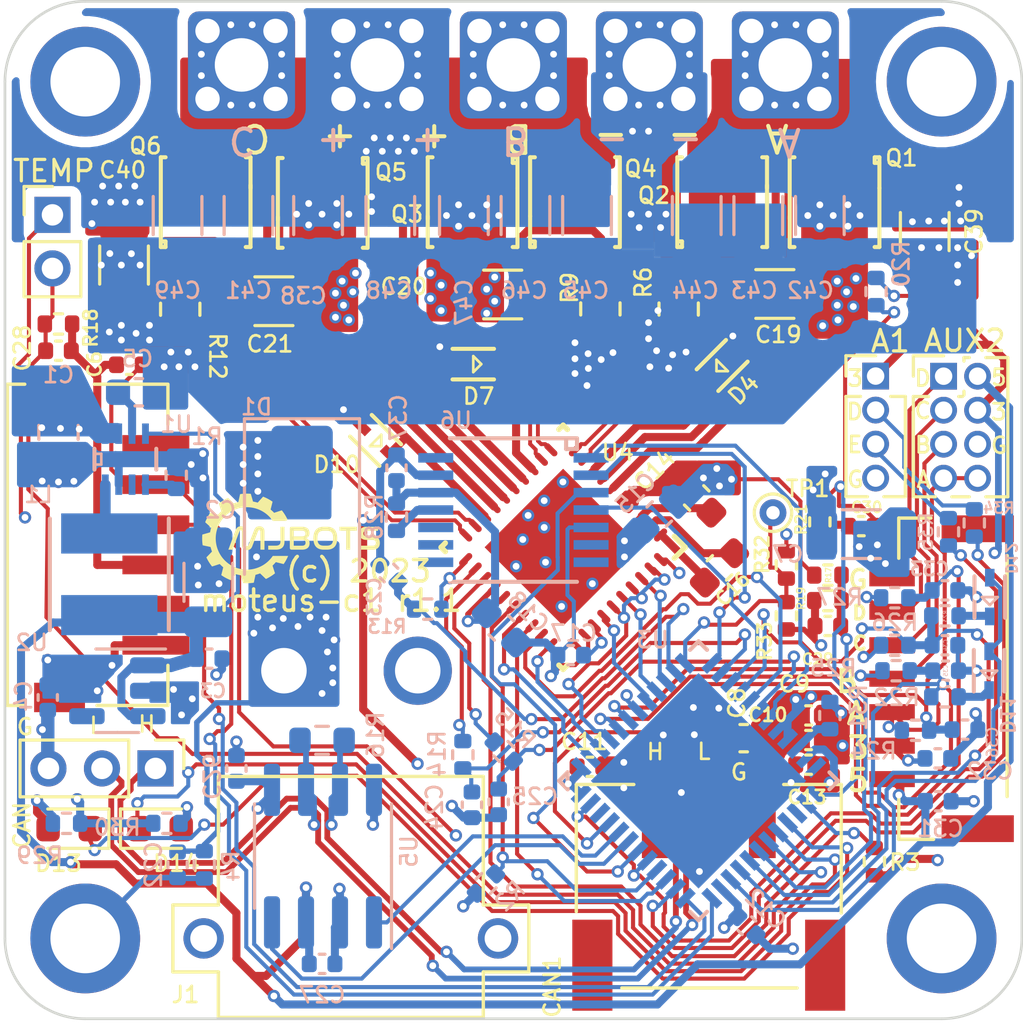
<source format=kicad_pcb>
(kicad_pcb (version 20221018) (generator pcbnew)
  (layers (0 "F.Cu" signal) (1 "In1.Cu" jumper) (2 "In2.Cu" signal) (31 "B.Cu" signal) (34 "B.Paste" user) (35 "F.Paste" user) (36 "B.SilkS" user "B.Silkscreen") (37 "F.SilkS" user "F.Silkscreen") (38 "B.Mask" user) (39 "F.Mask" user) (44 "Edge.Cuts" user))
  (net 0 "")
  (net 1 "V+")
  (net 2 "GND")
  (net 3 "Net-(U1-VCC)")
  (net 4 "+5V")
  (net 5 "+3V")
  (net 6 "/stm32g4/NRST")
  (net 7 "Net-(U4-VCP)")
  (net 8 "Net-(U4-CPL)")
  (net 9 "Net-(U4-CPH)")
  (net 10 "Net-(U4-DVDD)")
  (net 11 "/Current Sense/FCUR1")
  (net 12 "/Current Sense/FCUR2")
  (net 13 "/Current Sense/FCUR3")
  (net 14 "/VT Sense/VBAT_SENSE")
  (net 15 "/VT Sense/VTEMP_FET")
  (net 16 "/VT Sense/VTEMP_MOT")
  (net 17 "/aux2/AUX2_D")
  (net 18 "/aux2/AUX2_C")
  (net 19 "/aux2/AUX2_B")
  (net 20 "/aux2/AUX2_A")
  (net 21 "GNDPWR")
  (net 22 "/Gate Driver/GHA")
  (net 23 "/Gate Driver/GLA")
  (net 24 "/Gate Driver/GHB")
  (net 25 "/Gate Driver/GLB")
  (net 26 "/Gate Driver/GLC")
  (net 27 "/aux2/AUX2_I2C_PULLUP")
  (net 28 "/LED Sense/LED1")
  (net 29 "/LED Sense/LED2")
  (net 30 "/stm32g4/SWDIO")
  (net 31 "/stm32g4/SWCLK")
  (net 32 "/Gate Driver/GHC")
  (net 33 "Net-(U1-LX)")
  (net 34 "Net-(U1-MODE)")
  (net 35 "/Gate Driver/DRV8323_MISO")
  (net 36 "/Gate Driver/DRV8323_FAULT")
  (net 37 "/Current Sense/CUR1")
  (net 38 "/Current Sense/CUR2")
  (net 39 "/Current Sense/CUR3")
  (net 40 "/LED Sense/DAC")
  (net 43 "MOUNT_GND")
  (net 44 "/Gate Driver/DRV8323_MOSI")
  (net 45 "/Gate Driver/MOTOR_ENABLE")
  (net 46 "/Gate Driver/MOTOR_HIZ")
  (net 47 "/Gate Driver/MOTOR1")
  (net 48 "/Gate Driver/MOTOR2")
  (net 49 "/Gate Driver/MOTOR3")
  (net 50 "/aux1/AUX1_A")
  (net 51 "/aux1/AUX1_C")
  (net 52 "/Gate Driver/DRV8323_CS")
  (net 53 "/aux1/AS5047_CS")
  (net 55 "/Gate Driver/DRV8323_SCLK")
  (net 56 "/aux1/AUX1_B")
  (net 57 "/CAN/CAN_RX")
  (net 58 "/CAN/CAN_TX")
  (net 59 "/stm32g4/AUX1_I2C_PULLUP")
  (net 61 "/aux2/AUX2P_D")
  (net 62 "/aux2/AUX2P_C")
  (net 63 "/aux2/AUX2P_B")
  (net 64 "/aux2/AUX2P_A")
  (net 65 "/CAN/CAN_P")
  (net 66 "/CAN/CAN_N")
  (net 67 "/H Bridge A/SXX_P")
  (net 68 "/H Bridge B/SXX_P")
  (net 69 "/H Bridge C/SXX_P")
  (net 70 "/H Bridge A/SXX_N")
  (net 71 "/H Bridge B/SXX_N")
  (net 72 "/H Bridge C/SXX_N")
  (net 74 "Net-(D11-Pad1)")
  (net 75 "Net-(D12-Pad1)")
  (net 76 "Net-(D13-A)")
  (net 77 "Net-(D14-A)")
  (net 78 "Net-(U6-VDD)")
  (net 85 "Net-(U3A-PB10)")
  (net 86 "/H Bridge A/OUTX")
  (net 87 "/H Bridge B/OUTX")
  (net 88 "/H Bridge C/OUTX")
  (net 89 "/H Bridge A/SPX_Q")
  (net 90 "/H Bridge B/SPX_Q")
  (net 91 "/H Bridge C/SPX_Q")
  (net 96 "/aux1/AUX1_D")
  (net 97 "/aux1/AUX1_E")
  (net 99 "/aux1/AUX1P_D")
  (net 100 "/aux1/AUX1P_E")
  (footprint "Resistor_SMD:R_0402_1005Metric" (layer "F.Cu") (at 161.45 100.44 -90)
    (fp_text reference "R21")
    (fp_text value "10k 1%" hide)
  )
  (footprint "Capacitor_SMD:C_1206_3216Metric" (layer "F.Cu") (at 141.05 92.2 180)
    (fp_text reference "C21")
    (fp_text value "0.1uF 100V" hide)
  )
  (footprint "moteus:AMASS_XT30PW-M" (layer "F.Cu") (at 143.925 116 180)
    (fp_text reference "J1")
    (fp_text value "XT30PW-M" hide)
  )
  (footprint "Capacitor_SMD:C_1206_3216Metric" (layer "F.Cu") (at 165.37 89.6 -90)
    (fp_text reference "C39")
    (fp_text value "4.7uF 100V" hide)
  )
  (footprint "Capacitor_SMD:C_0603_1608Metric" (layer "F.Cu") (at 156.85 99.55 -45)
    (fp_text reference "C14")
    (fp_text value "1uF 25V" hide)
  )
  (footprint "Capacitor_SMD:C_0402_1005Metric" (layer "F.Cu") (at 163 100.6 180)
    (fp_text reference "C30")
    (fp_text value "0.1uF" hide)
  )
  (footprint "moteus:NetTie-2_SMD_Pad0.2" (layer "F.Cu") (at 156.175 93.06 -90)
    (fp_text reference "NT3" hide)
    (fp_text value "NetTie_2" hide)
  )
  (footprint "moteus:M2.5_MOUNT" (layer "F.Cu") (at 134 84)
    (fp_text reference "MOUNT1" hide)
    (fp_text value "M2.5_MOUNT" hide)
  )
  (footprint "Capacitor_SMD:C_0402_1005Metric" (layer "F.Cu") (at 133 94.05)
    (fp_text reference "C28")
    (fp_text value "0.1uF" hide)
  )
  (footprint "moteus:TSON Advance_TOS" (layer "F.Cu") (at 142.875001 88.528 -90)
    (fp_text reference "Q5")
    (fp_text value "TPN19008QM_LQ" hide)
  )
  (footprint "LED_SMD:LED_0603_1608Metric" (layer "F.Cu") (at 136.8 111.9)
    (fp_text reference "D14")
    (fp_text value "LED" hide)
  )
  (footprint "moteus:M2.5_MOUNT" (layer "F.Cu") (at 134 116)
    (fp_text reference "MOUNT3" hide)
    (fp_text value "M2.5_MOUNT" hide)
  )
  (footprint "Connector_PinHeader_2.00mm:PinHeader_1x02_P2.00mm_Vertical" (layer "F.Cu") (at 132.775 88.975)
    (fp_text reference "TEMP1" hide)
    (fp_text value "Conn_01x02_Pin" hide)
  )
  (footprint "moteus:JST_S6B-ZR-SM4A-TF(LF)(SN)" (layer "F.Cu") (at 136.64 101.3 -90)
    (fp_text reference "SWD1" hide)
    (fp_text value "S6B-ZR-SM4A-TF(LF)(SN)" hide)
  )
  (footprint "moteus:M2.5_MOUNT" (layer "F.Cu") (at 166 84)
    (fp_text reference "MOUNT2" hide)
    (fp_text value "M2.5_MOUNT" hide)
  )
  (footprint "moteus:TSON Advance_TOS" (layer "F.Cu") (at 138.5 88.5 90)
    (fp_text reference "Q6")
    (fp_text value "TPN19008QM_LQ" hide)
  )
  (footprint "moteus:RTA0040B" (layer "F.Cu") (at 151.857969 101.390813 -135)
    (fp_text reference "U4")
    (fp_text value "DRV8323SRTAR" hide)
  )
  (footprint "moteus:SOD-523_STM" (layer "F.Cu") (at 157.8 94.6 45)
    (fp_text reference "D4")
    (fp_text value "BAT41KFILM" hide)
  )
  (footprint "TestPoint:TestPoint_THTPad_D1.0mm_Drill0.5mm" (layer "F.Cu") (at 159.7 100.1)
    (fp_text reference "TP1")
    (fp_text value "TestPoint" hide)
  )
  (footprint "moteus:POWER_M2.5" (layer "F.Cu") (at 155.08 83.375)
    (fp_text reference "VN1" hide)
    (fp_text value "Conn_01x01" hide)
  )
  (footprint "Resistor_SMD:R_0402_1005Metric" (layer "F.Cu") (at 160.2 102.05 -90)
    (fp_text reference "R32")
    (fp_text value "DNP" hide)
  )
  (footprint "Resistor_SMD:R_0402_1005Metric" (layer "F.Cu") (at 161.75 102.43)
    (fp_text reference "R17")
    (fp_text value "100k 1%" hide)
  )
  (footprint "Capacitor_SMD:C_1206_3216Metric" (layer "F.Cu") (at 159.77 91.93 180)
    (fp_text reference "C19")
    (fp_text value "0.1uF 100V" hide)
  )
  (footprint "Connector_PinHeader_2.00mm:PinHeader_1x03_P2.00mm_Vertical" (layer "F.Cu") (at 136.625 109.65 -90)
    (fp_text reference "CAN_DBG1" hide)
    (fp_text value "Conn_01x03_Pin" hide)
  )
  (footprint "moteus:JST_S3B-PH-SM4-TB(LF)(SN)" (layer "F.Cu") (at 157.3 111.25 180)
    (fp_text reference "CAN1")
    (fp_text value "S3B-PH-SM4-TB(LF)(SN)" hide)
  )
  (footprint "Capacitor_SMD:C_0603_1608Metric" (layer "F.Cu") (at 158.605 108.52 180)
    (fp_text reference "C8")
    (fp_text value "4.7uF" hide)
  )
  (footprint "moteus:POWER_M2.5" (layer "F.Cu") (at 160.16 83.375)
    (fp_text reference "X1" hide)
    (fp_text value "Conn_01x01" hide)
  )
  (footprint "Resistor_SMD:R_0402_1005Metric" (layer "F.Cu") (at 163.4874 113.1318 90)
    (fp_text reference "R3")
    (fp_text value "2k" hide)
  )
  (footprint "Capacitor_SMD:C_0402_1005Metric" (layer "F.Cu") (at 161.03 107.67)
    (fp_text reference "C9")
    (fp_text value "0.1uF" hide)
  )
  (footprint "Capacitor_SMD:C_0402_1005Metric" (layer "F.Cu") (at 152.86 109.59)
    (fp_text reference "C11")
    (fp_text value "0.1uF" hide)
  )
  (footprint "Resistor_SMD:R_0402_1005Metric" (layer "F.Cu") (at 133 93.05)
    (fp_text reference "R18")
    (fp_text value "10k 1%" hide)
  )
  (footprint "Capacitor_SMD:C_0402_1005Metric" (layer "F.Cu") (at 161.03 109.51 180)
    (fp_text reference "C13")
    (fp_text value "0.1uF" hide)
  )
  (footprint "moteus:TSON Advance_TOS" (layer "F.Cu") (at 148.474999 88.5 -90)
    (fp_text reference "Q3")
    (fp_text value "TPN19008QM_LQ" hide)
  )
  (footprint "moteus:SOD-523_STM" (layer "F.Cu") (at 144.85 97.4 135)
    (fp_text reference "D10")
    (fp_text value "BAT41KFILM" hide)
  )
  (footprint "moteus:M2.5_MOUNT" (layer "F.Cu") (at 166 116)
    (fp_text reference "MOUNT4" hide)
    (fp_text value "M2.5_MOUNT" hide)
  )
  (footprint "Resistor_SMD:R_0805_2012Metric" (layer "F.Cu") (at 156.175 92.4925 -90)
    (fp_text reference "R6")
    (fp_text value "2mOhm" hide)
  )
  (footprint "moteus:TSON Advance_TOS" (layer "F.Cu") (at 157.8 88.5 90)
    (fp_text reference "Q2")
    (fp_text value "TPN19008QM_LQ" hide)
  )
  (footprint "moteus:POWER_M2.5" (layer "F.Cu") (at 150 83.375)
    (fp_text reference "X2" hide)
    (fp_text value "Conn_01x01" hide)
  )
  (footprint "moteus:NetTie-2_SMD_Pad0.2" (layer "F.Cu") (at 153.25 91.9325 90)
    (fp_text reference "NT4" hide)
    (fp_text value "NetTie_2" hide)
  )
  (footprint "Resistor_SMD:R_0805_2012Metric" (layer "F.Cu") (at 137.55 92.5 -90)
    (fp_text reference "R12")
    (fp_text value "2mOhm" hide)
  )
  (footprint "Capacitor_SMD:C_1206_3216Metric" (layer "F.Cu") (at 135.45 90.85 -90)
    (fp_text reference "C40")
    (fp_text value "4.7uF 100V" hide)
  )
  (footprint "moteus:TSON Advance_TOS" (layer "F.Cu") (at 162 88.5 -90)
    (fp_text reference "Q1")
    (fp_text value "TPN19008QM_LQ" hide)
  )
  (footprint "Resistor_SMD:R_0402_1005Metric" (layer "F.Cu") (at 160.2 103.95 -90)
    (fp_text reference "R33")
    (fp_text value "100k" hide)
  )
  (footprint "Resistor_SMD:R_0805_2012Metric" (layer "F.Cu") (at 153.25 92.4875 -90)
    (fp_text reference "R9")
    (fp_text value "2mOhm" hide)
  )
  (footprint "moteus:TSON Advance_TOS" (layer "F.Cu") (at 152.3 88.5 90)
    (fp_text reference "Q4")
    (fp_text value "TPN19008QM_LQ" hide)
  )
  (footprint "moteus:NetTie-2_SMD_Pad0.2" (layer "F.Cu") (at 153.2 93.0425 -90)
    (fp_text reference "NT5" hide)
    (fp_text value "NetTie_2" hide)
  )
  (footprint "moteus:NetTie-2_SMD_Pad0.2" (layer "F.Cu") (at 137.525 91.9625 90)
    (fp_text reference "NT6" hide)
    (fp_text value "NetTie_2" hide)
  )
  (footprint "Capacitor_SMD:C_0402_1005Metric" (layer "F.Cu") (at 161.75 104.33 180)
    (fp_text reference "C29")
    (fp_text value "0.1uF" hide)
  )
  (footprint "Capacitor_SMD:C_0402_1005Metric" (layer "F.Cu") (at 135.65 94.575 180)
    (fp_text reference "C6")
    (fp_text value "0.1uF" hide)
  )
  (footprint "Capacitor_SMD:C_1206_3216Metric" (layer "F.Cu") (at 149.6 91.95)
    (fp_text reference "C20")
    (fp_text value "0.1uF 100V" hide)
  )
  (footprint "moteus:SOD-523_STM" (layer "F.Cu") (at 148.5 94.55 180)
    (fp_text reference "D7")
    (fp_text value "BAT41KFILM" hide)
  )
  (footprint "moteus:NetTie-2_SMD_Pad0.2" (layer "F.Cu") (at 137.525 93.0375 -90)
    (fp_text reference "NT7" hide)
    (fp_text value "NetTie_2" hide)
  )
  (footprint "Connector_PinHeader_1.27mm:PinHeader_1x04_P1.27mm_Vertical" (layer "F.Cu") (at 163.535 94.9962)
    (fp_text reference "AUX1" hide)
    (fp_text value "Conn_01x04" hide)
  )
  (footprint "Capacitor_SMD:C_0402_1005Metric" (layer "F.Cu") (at 161.03 108.59)
    (fp_text reference "C10")
    (fp_text value "1uF" hide)
  )
  (footprint "Capacitor_SMD:C_0603_1608Metric" (layer "F.Cu") (at 157.7 102.16 45)
    (fp_text reference "C16")
    (fp_text value "47nF 100V" hide)
  )
  (footprint "moteus:POWER_M2.5" (layer "F.Cu") (at 139.84 83.375)
    (fp_text reference "X3" hide)
    (fp_text value "Conn_01x01" hide)
  )
  (footprint "LED_SMD:LED_0603_1608Metric" (layer "F.Cu") (at 133.4 111.9 180)
    (fp_text reference "D13")
    (fp_text value "LED" hide)
  )
  (footprint "moteus:JST_SM07B-GHS-TB(LF)(SN)" (layer "F.Cu") (at 166 106.3 90)
    (fp_text reference "AUX2")
    (fp_text value "SM07B-GHS-TB(LF)(SN)" hide)
  )
  (footprint "moteus:POWER_M2.5" (layer "F.Cu") (at 144.92 83.375)
    (fp_text reference "VP1" hide)
    (fp_text value "Conn_01x01" hide)
  )
  (footprint "Resistor_SMD:R_0402_1005Metric" (layer "F.Cu") (at 161.75 103.38 180)
    (fp_text reference "R19")
    (fp_text value "4.7k 1%" hide)
  )
  (footprint "moteus:NetTie-2_SMD_Pad0.2" (layer "F.Cu") (at 156.175 91.925 90)
    (fp_text reference "NT2" hide)
    (fp_text value "NetTie_2" hide)
  )
  (footprint "Connector_PinHeader_1.27mm:PinHeader_2x04_P1.27mm_Vertical" (layer "F.Cu") (at 166.075 95)
    (fp_text reference "AUX2H1" hide)
    (fp_text value "Conn_02x04_Odd_Even" hide)
  )
  (footprint "Resistor_SMD:R_0402_1005Metric" (layer "B.Cu") (at 164.25 105.05)
    (fp_text reference "R26")
    (fp_text value "100" hide)
  )
  (footprint "Resistor_SMD:R_0402_1005Metric" (layer "B.Cu") (at 145.63 100.265 90)
    (fp_text reference "R28")
    (fp_text value "0" hide)
  )
  (footprint "Resistor_SMD:R_0402_1005Metric" (layer "B.Cu") (at 137.05 111.7)
    (fp_text reference "R30")
    (fp_text value "560" hide)
  )
  (footprint "Capacitor_SMD:C_0402_1005Metric" (layer "B.Cu") (at 152.14 105.42)
    (fp_text reference "C17")
    (fp_text value "1uF" hide)
  )
  (footprint "Capacitor_SMD:C_0402_1005Metric" (layer "B.Cu") (at 166.875 108.2)
    (fp_text reference "C36")
    (fp_text value "DNP" hide)
  )
  (footprint "Capacitor_SMD:C_1206_3216Metric" (layer "B.Cu") (at 148.15 89 -90)
    (fp_text reference "C47")
    (fp_text value "4.7uF 100V" hide)
  )
  (footprint "Resistor_SMD:R_0402_1005Metric" (layer "B.Cu") (at 137.4 98.7 90)
    (fp_text reference "R1")
    (fp_text value "0" hide)
  )
  (footprint "Package_TO_SOT_SMD:SOT-23-5" (layer "B.Cu") (at 135.2 106.75 180)
    (fp_text reference "U2")
    (fp_text value "TLV70233PDBVR" hide)
  )
  (footprint "Capacitor_SMD:C_0603_1608Metric" (layer "B.Cu") (at 155.45 100.15 45)
    (fp_text reference "C15")
    (fp_text value "0.1uF 100V" hide)
  )
  (footprint "Resistor_SMD:R_0402_1005Metric" (layer "B.Cu") (at 163.55 91.84 -90)
    (fp_text reference "R20")
    (fp_text value "47k NTC" hide)
  )
  (footprint "Resistor_SMD:R_0402_1005Metric" (layer "B.Cu") (at 164.25 103.275)
    (fp_text reference "R27")
    (fp_text value "100" hide)
  )
  (footprint "Resistor_SMD:R_0402_1005Metric" (layer "B.Cu") (at 149.64 109.02 -45)
    (fp_text reference "R15")
    (fp_text value "22" hide)
  )
  (footprint "Capacitor_SMD:C_0402_1005Metric" (layer "B.Cu") (at 149.45 110.9 -90)
    (fp_text reference "C25")
    (fp_text value "1000pF" hide)
  )
  (footprint "Capacitor_SMD:C_0402_1005Metric" (layer "B.Cu") (at 166.125 105.05)
    (fp_text reference "C34")
    (fp_text value "DNP" hide)
  )
  (footprint "Capacitor_SMD:C_1206_3216Metric" (layer "B.Cu") (at 140.1 89 -90)
    (fp_text reference "C41")
    (fp_text value "4.7uF 100V" hide)
  )
  (footprint "Resistor_SMD:R_0402_1005Metric" (layer "B.Cu") (at 164.3 106)
    (fp_text reference "R25")
    (fp_text value "100" hide)
  )
  (footprint "Resistor_SMD:R_0402_1005Metric" (layer "B.Cu") (at 148.11 109.14 -90)
    (fp_text reference "R14")
    (fp_text value "22" hide)
  )
  (footprint "Capacitor_SMD:C_0402_1005Metric" (layer "B.Cu") (at 145.35 102.35 135)
    (fp_text reference "C23")
    (fp_text value "1000pF" hide)
  )
  (footprint "Capacitor_SMD:C_1206_3216Metric" (layer "B.Cu") (at 163 100.9)
    (fp_text reference "C7")
    (fp_text value "10uF" hide)
  )
  (footprint "Capacitor_SMD:C_1206_3216Metric" (layer "B.Cu") (at 152.75 89 -90)
    (fp_text reference "C45")
    (fp_text value "4.7uF 100V" hide)
  )
  (footprint "Capacitor_SMD:C_0603_1608Metric" (layer "B.Cu") (at 149.55 104.4 135)
    (fp_text reference "C18")
    (fp_text value "1uF" hide)
  )
  (footprint "moteus:UFQFPN-48_7X7X0P55MM" (layer "B.Cu") (at 156.91704 110.112299 -45)
    (fp_text reference "U3")
    (fp_text value "STM32G474CEU6" hide)
  )
  (footprint "moteus:SOD-523_STM" (layer "B.Cu") (at 167.775 106 90)
    (fp_text reference "D11")
    (fp_text value "BAT41KFILM" hide)
  )
  (footprint "Capacitor_SMD:C_0402_1005Metric" (layer "B.Cu") (at 137.45 113.25 90)
    (fp_text reference "C22")
    (fp_text value "DNP" hide)
  )
  (footprint "Diode_SMD:D_SMB" (layer "B.Cu") (at 142.1 100.25 -90)
    (fp_text reference "D1")
    (fp_text value "SMBJ48D-M3/I" hide)
  )
  (footprint "Resistor_SMD:R_0402_1005Metric" (layer "B.Cu") (at 161.825 107.675 90)
    (fp_text reference "R31")
    (fp_text value "2k" hide)
  )
  (footprint "Capacitor_SMD:C_0402_1005Metric" (layer "B.Cu") (at 166.125 103)
    (fp_text reference "C33")
    (fp_text value "DNP" hide)
  )
  (footprint "Capacitor_SMD:C_0805_2012Metric" (layer "B.Cu") (at 133 97.1 -90)
    (fp_text reference "C1")
    (fp_text value "1uF 100V" hide)
  )
  (footprint "moteus:IND_4018-WE-LQS_WRE" (layer "B.Cu") (at 134.9 102.4 90)
    (fp_text reference "L1")
    (fp_text value "47uH" hide)
  )
  (footprint "Capacitor_SMD:C_0402_1005Metric" (layer "B.Cu") (at 139.65 109.65 90)
    (fp_text reference "C26")
    (fp_text value "0.1uF" hide)
  )
  (footprint "Capacitor_SMD:C_0402_1005Metric" (layer "B.Cu") (at 158.725 115.525 -45)
    (fp_text reference "C12")
    (fp_text value "0.1uF" hide)
  )
  (footprint "Resistor_SMD:R_0402_1005Metric" (layer "B.Cu") (at 166.125 106.975 180)
    (fp_text reference "R22")
    (fp_text value "2k" hide)
  )
  (footprint "Resistor_SMD:R_0402_1005Metric" (layer "B.Cu") (at 167.2212 100.4826 -90)
    (fp_text reference "R34")
    (fp_text value "100" hide)
  )
  (footprint "Resistor_SMD:R_0402_1005Metric" (layer "B.Cu") (at 133.3 111.7 180)
    (fp_text reference "R29")
    (fp_text value "560" hide)
  )
  (footprint "moteus:21-0487A_MXM" (layer "B.Cu") (at 135.5 98.1 -90)
    (fp_text reference "U1")
    (fp_text value "MAX15062BATA+T" hide)
  )
  (footprint "moteus:TSSOP14_OSM" (layer "B.Cu") (at 150 100 180)
    (fp_text reference "U6")
    (fp_text value "AS5047P-ATSM" hide)
  )
  (footprint "Resistor_SMD:R_0402_1005Metric" (layer "B.Cu") (at 165.025 108.225)
    (fp_text reference "R24")
    (fp_text value "100" hide)
  )
  (footprint "Resistor_SMD:R_0402_1005Metric" (layer "B.Cu") (at 146.8 103.7 180)
    (fp_text reference "R13")
    (fp_text value "22" hide)
  )
  (footprint "Resistor_SMD:R_0402_1005Metric" (layer "B.Cu") (at 166.256 100.8128 -90)
    (fp_text reference "R35")
    (fp_text value "100" hide)
  )
  (footprint "Resistor_SMD:R_0402_1005Metric" (layer "B.Cu") (at 166.125 103.95 180)
    (fp_text reference "R23")
    (fp_text value "2k" hide)
  )
  (footprint "moteus:SOIC-8_3.9x4.9mm_P1.27mm" (layer "B.Cu") (at 142.885 112.925 90)
    (fp_text reference "U5")
    (fp_text value "TCAN1057AEV-Q1" hide)
  )
  (footprint "Resistor_SMD:R_0402_1005Metric" (layer "B.Cu") (at 148.975 113.95 45)
    (fp_text reference "R2")
    (fp_text value "2k" hide)
  )
  (footprint "Capacitor_SMD:C_1206_3216Metric" (layer "B.Cu") (at 161.45 89 -90)
    (fp_text reference "C42")
    (fp_text value "4.7uF 100V" hide)
  )
  (footprint "Capacitor_SMD:C_0402_1005Metric" (layer "B.Cu") (at 165.875 110.875)
    (fp_text reference "C31")
    (fp_text value "1uF" hide)
  )
  (footprint "Capacitor_SMD:C_0402_1005Metric" (layer "B.Cu") (at 132.6 107 -90)
    (fp_text reference "C4")
    (fp_text value "1uF" hide)
  )
  (footprint "Resistor_SMD:R_0402_1005Metric" (layer "B.Cu") (at 138.45 113.25 90)
    (fp_text reference "R4")
    (fp_text value "DNP" hide)
  )
  (footprint "Capacitor_SMD:C_1206_3216Metric" (layer "B.Cu") (at 142.7 89 -90)
    (fp_text reference "C38")
    (fp_text value "4.7uF 100V" hide)
  )
  (footprint "moteus:SOD-523_STM" (layer "B.Cu") (at 167.8 103.25 90)
    (fp_text reference "D12")
    (fp_text value "BAT41KFILM" hide)
  )
  (footprint "Capacitor_SMD:C_0402_1005Metric" (layer "B.Cu") (at 142.85 116.95)
    (fp_text reference "C27")
    (fp_text value "0.1uF" hide)
  )
  (footprint "Capacitor_SMD:C_0402_1005Metric" (layer "B.Cu") (at 148.45 111.01 -90)
    (fp_text reference "C24")
    (fp_text value "1000pF" hide)
  )
  (footprint "Capacitor_SMD:C_1206_3216Metric" (layer "B.Cu") (at 150.45 89 -90)
    (fp_text reference "C46")
    (fp_text value "4.7uF 100V" hide)
  )
  (footprint "Capacitor_SMD:C_1206_3216Metric" (layer "B.Cu") (at 156.85 89 -90)
    (fp_text reference "C44")
    (fp_text value "4.7uF 100V" hide)
  )
  (footprint "Capacitor_SMD:C_1206_3216Metric" (layer "B.Cu") (at 138.6 102.7 90)
    (fp_text reference "C2")
    (fp_text value "22uF" hide)
  )
  (footprint "moteus:NetTie-2_SMD_Pad0.254mm" (layer "B.Cu") (at 134.83 98.1)
    (fp_text reference "NT1" hide)
    (fp_text value "NetTie_2" hide)
  )
  (footprint "Capacitor_SMD:C_0402_1005Metric" (layer "B.Cu") (at 138.63 105.55)
    (fp_text reference "C3")
    (fp_text value "1uF" hide)
  )
  (footprint "Capacitor_SMD:C_1206_3216Metric" (layer "B.Cu") (at 137.45 89 -90)
    (fp_text reference "C49")
    (fp_text value "4.7uF 100V" hide)
  )
  (footprint "Capacitor_SMD:C_1206_3216Metric" (layer "B.Cu") (at 159.15 89 -90)
    (fp_text reference "C43")
    (fp_text value "4.7uF 100V" hide)
  )
  (footprint "Capacitor_SMD:C_0402_1005Metric" (layer "B.Cu") (at 145.63 98.42 90)
    (fp_text reference "C37")
    (fp_text value "0.1uF" hide)
  )
  (footprint "Resistor_SMD:R_0603_1608Metric" (layer "B.Cu") (at 142.85 108.6 180)
    (fp_text reference "R16")
    (fp_text value "120")
  )
  (footprint "Capacitor_SMD:C_0402_1005Metric" (layer "B.Cu") (at 165.86 109.275)
    (fp_text reference "C32")
    (fp_text value "1uF" hide)
  )
  (footprint "Capacitor_SMD:C_1206_3216Metric" (layer "B.Cu") (at 145.4 89 -90)
    (fp_text reference "C48")
    (fp_text value "4.7uF 100V" hide)
  )
  (footprint "Capacitor_SMD:C_0402_1005Metric" (layer "B.Cu") (at 166.15 106)
    (fp_text reference "C35")
    (fp_text value "DNP" hide)
  )
  (footprint "Capacitor_SMD:C_0603_1608Metric" (layer "B.Cu") (at 136 95.6)
    (fp_text reference "C5")
    (fp_text value "1uF" hide)
  )
  (gr_poly (pts (xy 144.945031 100.772775) (xy 144.505823 100.772775) (xy 144.498653 100.772886) (xy 144.491728 100.773221) (xy 144.485049 100.773779) (xy 144.478616 100.77456) (xy 144.47243 100.775565) (xy 144.46649 100.776793) (xy 144.460798 100.778244) (xy 144.455353 100.779918) (xy 144.450157 100.781816) (xy 144.445209 100.783937) (xy 144.440509 100.786281) (xy 144.436059 100.788848) (xy 144.431859 100.791638) (xy 144.427908 100.794652) (xy 144.424208 100.797889) (xy 144.420759 100.801349) (xy 144.417539 100.804983) (xy 144.414527 100.808741) (xy 144.411722 100.812623) (xy 144.409126 100.816629) (xy 144.406736 100.820759) (xy 144.404555 100.825013) (xy 144.402582 100.829391) (xy 144.400816 100.833893) (xy 144.399258 100.838519) (xy 144.397908 100.843269) (xy 144.396765 100.848143) (xy 144.39583 100.853142) (xy 144.395103 100.858264) (xy 144.394584 100.86351) (xy 144.394272 100.86888) (xy 144.394168 100.874374) (xy 144.394255 100.879125) (xy 144.394517 100.883852) (xy 144.394956 100.888557) (xy 144.395574 100.893243) (xy 144.396371 100.897909) (xy 144.397349 100.902559) (xy 144.398511 100.907193) (xy 144.399857 100.911813) (xy 144.40061 100.914106) (xy 144.401432 100.91637) (xy 144.402322 100.918606) (xy 144.40328 100.920813) (xy 144.404306 100.92299) (xy 144.405401 100.925138) (xy 144.406563 100.927255) (xy 144.407794 100.929342) (xy 144.409093 100.931397) (xy 144.410461 100.933422) (xy 144.411896 100.935414) (xy 144.4134 100.937374) (xy 144.414972 100.939302) (xy 144.416612 100.941197) (xy 144.418321 100.943058) (xy 144.420097 100.944886) (xy 144.42197 100.946695) (xy 144.423917 100.948452) (xy 144.425938 100.950157) (xy 144.428033 100.95181) (xy 144.430201 100.953413) (xy 144.432443 100.954964) (xy 144.434758 100.956465) (xy 144.437146 100.957917) (xy 144.439607 100.959318) (xy 144.442141 100.96067) (xy 144.444747 100.961974) (xy 144.447426 100.963229) (xy 144.450176 100.964436) (xy 144.452999 100.965595) (xy 144.455893 100.966707) (xy 144.458859 100.967772) (xy 144.465084 100.969682) (xy 144.471755 100.971342) (xy 144.478869 100.972751) (xy 144.486425 100.973907) (xy 144.494421 100.974809) (xy 144.502856 100.975455) (xy 144.511728 100.975844) (xy 144.521036 100.975974) (xy 144.72159 100.975974) (xy 144.732428 100.976061) (xy 144.743016 100.976322) (xy 144.753352 100.976756) (xy 144.763438 100.977363) (xy 144.773273 100.978145) (xy 144.782859 100.9791) (xy 144.792194 100.980228) (xy 144.801279 100.981531) (xy 144.810115 100.983006) (xy 144.818702 100.984656) (xy 144.827039 100.986479) (xy 144.835127 100.988476) (xy 144.842967 100.990646) (xy 144.850558 100.99299) (xy 144.8579 100.995508) (xy 144.864994 100.998199) (xy 144.871874 101.001029) (xy 144.878574 101.00396) (xy 144.885094 101.006995) (xy 144.891432 101.010132) (xy 144.897589 101.013373) (xy 144.903564 101.016717) (xy 144.909357 101.020164) (xy 144.914968 101.023715) (xy 144.920395 101.02737) (xy 144.925639 101.031129) (xy 144.9307 101.034992) (xy 144.935576 101.03896) (xy 144.940268 101.043032) (xy 144.944775 101.047209) (xy 144.949097 101.051491) (xy 144.953233 101.055878) (xy 144.957197 101.060357) (xy 144.961003 101.064914) (xy 144.964651 101.069549) (xy 144.96814 101.074263) (xy 144.971472 101.079056) (xy 144.974645 101.083928) (xy 144.977661 101.08888) (xy 144.980518 101.093912) (xy 144.983217 101.099025) (xy 144.985758 101.104219) (xy 144.988141 101.109494) (xy 144.990366 101.114852) (xy 144.992432 101.120291) (xy 144.994341 101.125813) (xy 144.996091 101.131417) (xy 144.997683 101.137105) (xy 144.997683 101.137106) (xy 144.997684 101.137106) (xy 144.997685 101.137106) (xy 145.000519 101.148517) (xy 145.002971 101.15993) (xy 145.005041 101.17135) (xy 145.006731 101.18278) (xy 145.008042 101.194221) (xy 145.008977 101.205678) (xy 145.009537 101.217154) (xy 145.009724 101.228652) (xy 145.009482 101.242152) (xy 145.00876 101.25537) (xy 145.007561 101.26831) (xy 145.005887 101.280973) (xy 145.003742 101.293364) (xy 145.002493 101.299457) (xy 145.001128 101.305484) (xy 144.999647 101.311444) (xy 144.99805 101.317338) (xy 144.996337 101.323166) (xy 144.994509 101.328929) (xy 144.99253 101.334587) (xy 144.990411 101.340153) (xy 144.988152 101.345625) (xy 144.985755 101.351005) (xy 144.983219 101.356292) (xy 144.980545 101.361485) (xy 144.977732 101.366585) (xy 144.974781 101.371593) (xy 144.971692 101.376507) (xy 144.968465 101.381329) (xy 144.965101 101.386057) (xy 144.961599 101.390693) (xy 144.95796 101.395235) (xy 144.954185 101.399684) (xy 144.950272 101.404041) (xy 144.946223 101.408304) (xy 144.942032 101.41244) (xy 144.937696 101.416464) (xy 144.933215 101.420377) (xy 144.928588 101.424177) (xy 144.923817 101.427864) (xy 144.918901 101.43144) (xy 144.91384 101.434902) (xy 144.908635 101.438251) (xy 144.903286 101.441487) (xy 144.897793 101.44461) (xy 144.892156 101.44762) (xy 144.886375 101.450515) (xy 144.880451 101.453297) (xy 144.874384 101.455964) (xy 144.868173 101.458517) (xy 144.86182 101.460956) (xy 144.855309 101.463263) (xy 144.848624 101.465421) (xy 144.841766 101.46743) (xy 144.834734 101.46929) (xy 144.827528 101.471002) (xy 144.820148 101.472564) (xy 144.804869 101.475243) (xy 144.788895 101.477327) (xy 144.772226 101.478815) (xy 144.754863 101.479708) (xy 144.736805 101.480006) (xy 144.259497 101.480006) (xy 144.259497 101.330119) (xy 144.741832 101.330119) (xy 144.749343 101.330002) (xy 144.756597 101.329649) (xy 144.763595 101.329061) (xy 144.770337 101.328238) (xy 144.776822 101.327182) (xy 144.783052 101.325892) (xy 144.789028 101.324368) (xy 144.794748 101.322612) (xy 144.800215 101.320623) (xy 144.805427 101.318402) (xy 144.810386 101.315949) (xy 144.815092 101.313265) (xy 144.819546 101.310349) (xy 144.823747 101.307204) (xy 144.827696 101.303827) (xy 144.831393 101.300221) (xy 144.834854 101.296434) (xy 144.838091 101.292513) (xy 144.841104 101.288459) (xy 144.843895 101.28427) (xy 144.846462 101.279947) (xy 144.848806 101.27549) (xy 144.850927 101.270899) (xy 144.852825 101.266173) (xy 144.854499 101.261312) (xy 144.85595 101.256316) (xy 144.857178 101.251185) (xy 144.858183 101.245918) (xy 144.858964 101.240515) (xy 144.859522 101.234977) (xy 144.859857 101.229303) (xy 144.859969 101.223492) (xy 144.859869 101.218395) (xy 144.859572 101.213322) (xy 144.859075 101.208275) (xy 144.858381 101.203252) (xy 144.857488 101.198254) (xy 144.856396 101.19328) (xy 144.855106 101.188332) (xy 144.853618 101.183408) (xy 144.852789 101.180972) (xy 144.851888 101.178577) (xy 144.850918 101.176222) (xy 144.849877 101.173906) (xy 144.848766 101.17163) (xy 144.847586 101.169393) (xy 144.846337 101.167195) (xy 144.845019 101.165036) (xy 144.843633 101.162916) (xy 144.84218 101.160834) (xy 144.840658 101.158791) (xy 144.83907 101.156786) (xy 144.837415 101.154819) (xy 144.835694 101.15289) (xy 144.833907 101.150999) (xy 144.832054 101.149144) (xy 144.830102 101.147355) (xy 144.828067 101.14561) (xy 144.825948 101.143908) (xy 144.823745 101.142249) (xy 144.821458 101.140633) (xy 144.819088 101.139061) (xy 144.816634 101.137533) (xy 144.814096 101.136048) (xy 144.811475 101.134606) (xy 144.808769 101.133207) (xy 144.80598 101.131852) (xy 144.803108 101.130541) (xy 144.800151 101.129273) (xy 144.797111 101.128048) (xy 144.793987 101.126867) (xy 144.79078 101.125729) (xy 144.787478 101.124648) (xy 144.78407 101.123639) (xy 144.776941 101.121832) (xy 144.769393 101.120308) (xy 144.761428 101.119065) (xy 144.753047 101.1181) (xy 144.744252 101.117413) (xy 144.735045 101.117002) (xy 144.725427 101.116865) (xy 144.526064 101.116865) (xy 144.515398 101.116782) (xy 144.50498 101.11653) (xy 144.49481 101.116111) (xy 144.484888 101.115524) (xy 144.475214 101.114768) (xy 144.465788 101.113845) (xy 144.456611 101.112752) (xy 144.447681 101.111491) (xy 144.438999 101.110061) (xy 144.430566 101.108461) (xy 144.42238 101.106693) (xy 144.414443 101.104754) (xy 144.406753 101.102646) (xy 144.399312 101.100368) (xy 144.392119 101.09792) (xy 144.385173 101.095302) (xy 144.378444 101.092544) (xy 144.371897 101.089677) (xy 144.365533 101.086702) (xy 144.359352 101.083619) (xy 144.353354 101.080427) (xy 144.347538 101.077126) (xy 144.341906 101.073717) (xy 144.336457 101.070199) (xy 144.33119 101.066573) (xy 144.326107 101.062838) (xy 144.321206 101.058995) (xy 144.316489 101.055044) (xy 144.311954 101.050983) (xy 144.307603 101.046815) (xy 144.303434 101.042537) (xy 144.299448 101.038152) (xy 144.295651 101.033676) (xy 144.292001 101.029129) (xy 144.288496 101.024511) (xy 144.285138 101.019823) (xy 144.281926 101.015064) (xy 144.278861 101.010235) (xy 144.275943 101.005335) (xy 144.273172 101.000366) (xy 144.270548 100.995327) (xy 144.268071 100.990218) (xy 144.265743 100.98504) (xy 144.263562 100.979792) (xy 144.261529 100.974476) (xy 144.259645 100.969091) (xy 144.257908 100.963637) (xy 144.256321 100.958115) (xy 144.253487 100.947003) (xy 144.251035 100.93589) (xy 144.248966 100.924778) (xy 144.247276 100.913665) (xy 144.245964 100.902553) (xy 144.245029 100.89144) (xy 144.244469 100.880328) (xy 144.244283 100.869215) (xy 144.244517 100.856) (xy 144.245219 100.843046) (xy 144.246382 100.830352) (xy 144.248003 100.817919) (xy 144.250076 100.805746) (xy 144.252598 100.793834) (xy 144.255563 100.782182) (xy 144.258966 100.77079) (xy 144.26087 100.765207) (xy 144.262911 100.759721) (xy 144.265088 100.754329) (xy 144.267402 100.749032) (xy 144.269854 100.74383) (xy 144.272442 100.738722) (xy 144.275169 100.733708) (xy 144.278033 100.728787) (xy 144.281035 100.72396) (xy 144.284175 100.719225) (xy 144.287454 100.714582) (xy 144.290871 100.710031) (xy 144.294427 100.705571) (xy 144.298122 100.701203) (xy 144.301957 100.696925) (xy 144.30593 100.692738) (xy 144.310068 100.688678) (xy 144.314346 100.684732) (xy 144.318764 100.680901) (xy 144.323322 100.677183) (xy 144.328022 100.67358) (xy 144.332863 100.670091) (xy 144.337846 100.666715) (xy 144.342972 100.663452) (xy 144.34824 100.660302) (xy 144.353651 100.657266) (xy 144.359205 100.654342) (xy 144.364903 100.651531) (xy 144.370746 100.648833) (xy 144.376732 100.646246) (xy 144.382864 100.643772) (xy 144.389141 100.641409) (xy 144.395571 100.639197) (xy 144.402158 100.637124) (xy 144.408903 100.635192) (xy 144.415806 100.633401) (xy 144.430088 100.630242) (xy 144.445002 100.627651) (xy 144.460548 100.625629) (xy 144.476727 100.624182) (xy 144.493538 100.623311) (xy 144.510982 100.62302) (xy 144.945031 100.62302)) (fill solid) (layer "F.SilkS"))
  (gr_poly (pts (xy 141.445387 101.183937) (xy 141.445108 101.199942) (xy 141.444273 101.215612) (xy 141.442882 101.230948) (xy 141.440939 101.245949) (xy 141.438443 101.260614) (xy 141.436989 101.267822) (xy 141.435397 101.274945) (xy 141.433668 101.281985) (xy 141.431802 101.288941) (xy 141.429799 101.295814) (xy 141.42766 101.302602) (xy 141.42535 101.309292) (xy 141.422885 101.315867) (xy 141.420263 101.322327) (xy 141.417486 101.328672) (xy 141.414552 101.334903) (xy 141.411461 101.341019) (xy 141.408213 101.34702) (xy 141.404807 101.352906) (xy 141.401242 101.358678) (xy 141.39752 101.364335) (xy 141.393638 101.369878) (xy 141.389597 101.375305) (xy 141.385397 101.380618) (xy 141.381036 101.385816) (xy 141.376515 101.390899) (xy 141.371833 101.395868) (xy 141.366984 101.400713) (xy 141.361961 101.405424) (xy 141.356764 101.410002) (xy 141.351394 101.414447) (xy 141.34585 101.418758) (xy 141.340133 101.422936) (xy 141.334241 101.426981) (xy 141.328177 101.430892) (xy 141.321938 101.43467) (xy 141.315526 101.438315) (xy 141.308941 101.441827) (xy 141.302181 101.445205) (xy 141.295248 101.448449) (xy 141.288142 101.451561) (xy 141.280862 101.454539) (xy 141.273408 101.457384) (xy 141.267343 101.459555) (xy 141.261154 101.461605) (xy 141.254842 101.463537) (xy 141.248405 101.465354) (xy 141.241844 101.46706) (xy 141.235159 101.468657) (xy 141.22835 101.470149) (xy 141.221417 101.471539) (xy 141.210714 101.473449) (xy 141.199736 101.475109) (xy 141.188482 101.476518) (xy 141.176951 101.477674) (xy 141.165141 101.478576) (xy 141.15305 101.479222) (xy 141.140676 101.479611) (xy 141.12802 101.479741) (xy 140.837243 101.479741) (xy 140.837243 101.329855) (xy 141.119024 101.329855) (xy 141.131413 101.32968) (xy 141.143281 101.329156) (xy 141.154624 101.328278) (xy 141.160099 101.327705) (xy 141.165442 101.327043) (xy 141.170653 101.326291) (xy 141.175732 101.325449) (xy 141.180679 101.324516) (xy 141.185494 101.323492) (xy 141.190176 101.322377) (xy 141.194726 101.321169) (xy 141.199142 101.31987) (xy 141.203426 101.318477) (xy 141.207568 101.31703) (xy 141.211611 101.315514) (xy 141.215553 101.313931) (xy 141.219394 101.31228) (xy 141.223133 101.310564) (xy 141.226771 101.30878) (xy 141.230306 101.306931) (xy 141.233737 101.305017) (xy 141.237065 101.303037) (xy 141.240288 101.300993) (xy 141.243406 101.298884) (xy 141.246419 101.296711) (xy 141.249325 101.294475) (xy 141.252124 101.292176) (xy 141.254817 101.289813) (xy 141.257401 101.287389) (xy 141.259884 101.284904) (xy 141.262275 101.282359) (xy 141.264573 101.279756) (xy 141.266777 101.277093) (xy 141.268889 101.27437) (xy 141.270907 101.271587) (xy 141.272833 101.268745) (xy 141.274665 101.265842) (xy 141.276404 101.262878) (xy 141.278051 101.259854) (xy 141.279604 101.256769) (xy 141.281065 101.253623) (xy 141.282432 101.250416) (xy 141.283706 101.247148) (xy 141.284888 101.243817) (xy 141.285976 101.240425) (xy 141.286169 101.239874) (xy 141.28635 101.239311) (xy 141.286522 101.238739) (xy 141.286687 101.23816) (xy 141.286999 101.236984) (xy 141.287299 101.235795) (xy 141.289153 101.224286) (xy 141.29092 101.212776) (xy 141.292564 101.201267) (xy 141.294046 101.189758) (xy 141.294089 101.18887) (xy 141.294122 101.187992) (xy 141.294161 101.186252) (xy 141.294176 101.184511) (xy 141.294178 101.182746) (xy 141.29431 101.182746) (xy 141.29431 100.622888) (xy 141.445387 100.622888)) (fill solid) (layer "F.SilkS"))
  (gr_poly (pts (xy 139.827142 100.607874) (xy 139.83849 100.608475) (xy 139.849466 100.609475) (xy 139.86007 100.610876) (xy 139.870302 100.612678) (xy 139.880162 100.614881) (xy 139.88965 100.617485) (xy 139.898765 100.62049) (xy 139.907509 100.623897) (xy 139.915881 100.627706) (xy 139.92388 100.631916) (xy 139.931508 100.636528) (xy 139.938763 100.641543) (xy 139.945646 100.646961) (xy 139.952157 100.652781) (xy 139.958297 100.659004) (xy 139.964064 100.665555) (xy 139.969459 100.672361) (xy 139.974482 100.67942) (xy 139.979133 100.686733) (xy 139.983411 100.6943) (xy 139.987318 100.70212) (xy 139.990853 100.710192) (xy 139.994015 100.718518) (xy 139.996806 100.727097) (xy 139.999224 100.735928) (xy 140.001271 100.745011) (xy 140.002945 100.754347) (xy 140.004247 100.763934) (xy 140.005178 100.773773) (xy 140.005736 100.783864) (xy 140.005922 100.794206) (xy 140.005922 101.30075) (xy 140.00597 101.303422) (xy 140.006113 101.306028) (xy 140.006353 101.308568) (xy 140.006687 101.311044) (xy 140.007115 101.313455) (xy 140.007638 101.315801) (xy 140.008254 101.318081) (xy 140.008964 101.320296) (xy 140.009767 101.322447) (xy 140.010663 101.324532) (xy 140.011651 101.326552) (xy 140.012731 101.328507) (xy 140.013902 101.330397) (xy 140.015164 101.332221) (xy 140.016517 101.333981) (xy 140.01796 101.335675) (xy 140.019478 101.337286) (xy 140.021054 101.338794) (xy 140.022689 101.3402) (xy 140.024381 101.341502) (xy 140.02613 101.342702) (xy 140.027936 101.343798) (xy 140.029799 101.344791) (xy 140.031719 101.34568) (xy 140.033694 101.346465) (xy 140.035724 101.347146) (xy 140.03781 101.347723) (xy 140.03995 101.348196) (xy 140.042144 101.348563) (xy 140.044392 101.348826) (xy 140.046694 101.348984) (xy 140.049049 101.349037) (xy 140.053401 101.348899) (xy 140.05551 101.348726) (xy 140.057575 101.348484) (xy 140.059596 101.348173) (xy 140.061573 101.347793) (xy 140.063505 101.347344) (xy 140.065393 101.346825) (xy 140.067237 101.346237) (xy 140.069036 101.345579) (xy 140.070791 101.344852) (xy 140.072501 101.344056) (xy 140.074167 101.34319) (xy 140.075788 101.342254) (xy 140.077365 101.341248) (xy 140.078897 101.340173) (xy 140.080385 101.339028) (xy 140.081828 101.337814) (xy 140.083226 101.336529) (xy 140.08458 101.335175) (xy 140.085889 101.33375) (xy 140.087154 101.332256) (xy 140.088374 101.330691) (xy 140.089549 101.329057) (xy 140.090679 101.327352) (xy 140.091764 101.325577) (xy 140.092805 101.323732) (xy 140.093801 101.321816) (xy 140.095658 101.317774) (xy 140.097335 101.31345) (xy 140.30543 100.766424) (xy 140.308683 100.757343) (xy 140.31209 100.748503) (xy 140.315652 100.739906) (xy 140.319368 100.731551) (xy 140.323239 100.723439) (xy 140.327264 100.715569) (xy 140.331442 100.707943) (xy 140.335774 100.70056) (xy 140.34026 100.69342) (xy 140.344899 100.686524) (xy 140.349691 100.679871) (xy 140.354636 100.673463) (xy 140.359734 100.667298) (xy 140.364984 100.661378) (xy 140.370387 100.655703) (xy 140.375941 100.650272) (xy 140.381733 100.64513) (xy 140.387848 100.640319) (xy 140.394285 100.635841) (xy 140.401044 100.631694) (xy 140.408126 100.627878) (xy 140.41553 100.624395) (xy 140.423256 100.621243) (xy 140.431306 100.618423) (xy 140.439677 100.615935) (xy 140.448371 100.613778) (xy 140.457388 100.611954) (xy 140.466727 100.610461) (xy 140.476388 100.6093) (xy 140.486372 100.60847) (xy 140.496678 100.607973) (xy 140.507307 100.607807) (xy 140.519004 100.608007) (xy 140.530332 100.608607) (xy 140.54129 100.609607) (xy 140.551879 100.611008) (xy 140.562098 100.61281) (xy 140.571947 100.615013) (xy 140.581426 100.617617) (xy 140.590535 100.620622) (xy 140.599273 100.624029) (xy 140.607641 100.627838) (xy 140.615637 100.632048) (xy 140.623263 100.636661) (xy 140.630517 100.641675) (xy 140.6374 100.647093) (xy 140.643911 100.652913) (xy 140.65005 100.659136) (xy 140.655817 100.665687) (xy 140.661212 100.672493) (xy 140.666235 100.679552) (xy 140.670886 100.686865) (xy 140.675165 100.694432) (xy 140.679071 100.702252) (xy 140.682606 100.710325) (xy 140.685769 100.71865) (xy 140.688559 100.727229) (xy 140.690978 100.73606) (xy 140.693024 100.745143) (xy 140.694698 100.754479) (xy 140.696001 100.764066) (xy 140.696931 100.773905) (xy 140.697489 100.783996) (xy 140.697675 100.794338) (xy 140.697675 101.480006) (xy 140.546598 101.480006) (xy 140.546598 100.802143) (xy 140.546551 100.799306) (xy 140.546412 100.796549) (xy 140.546178 100.79387) (xy 140.545852 100.79127) (xy 140.545431 100.788748) (xy 140.544917 100.786302) (xy 140.544308 100.783933) (xy 140.543605 100.781638) (xy 140.542807 100.779418) (xy 140.541915 100.777271) (xy 140.540927 100.775198) (xy 140.539845 100.773196) (xy 140.538667 100.771266) (xy 140.537393 100.769406) (xy 140.536024 100.767616) (xy 140.534559 100.765895) (xy 140.53302 100.764285) (xy 140.531427 100.762776) (xy 140.529782 100.761371) (xy 140.528083 100.760068) (xy 140.526331 100.758869) (xy 140.524525 100.757772) (xy 140.522665 100.75678) (xy 140.520751 100.755891) (xy 140.518783 100.755105) (xy 140.516761 100.754424) (xy 140.514683 100.753847) (xy 140.512551 100.753375) (xy 140.510364 100.753007) (xy 140.508122 100.752744) (xy 140.505824 100.752586) (xy 140.503471 100.752534) (xy 140.501429 100.752574) (xy 140.499421 100.752695) (xy 140.497448 100.752896) (xy 140.495508 100.753177) (xy 140.493603 100.753537) (xy 140.491732 100.753978) (xy 140.489895 100.754498) (xy 140.488092 100.755097) (xy 140.486323 100.755775) (xy 140.484588 100.756532) (xy 140.482887 100.757368) (xy 140.481221 100.758282) (xy 140.479588 100.759275) (xy 140.47799 100.760345) (xy 140.476426 100.761494) (xy 140.474896 100.76272) (xy 140.473406 100.76401) (xy 140.471962 100.76535) (xy 140.470565 100.766739) (xy 140.469213 100.768177) (xy 140.467908 100.769666) (xy 140.466647 100.771204) (xy 140.465432 100.772791) (xy 140.464263 100.774428) (xy 140.463138 100.776115) (xy 140.462058 100.777851) (xy 140.461023 100.779637) (xy 140.460031 100.781473) (xy 140.459085 100.783358) (xy 140.458182 100.785293) (xy 140.457323 100.787277) (xy 140.456507 100.789311) (xy 140.24828 101.336337) (xy 140.245026 101.345442) (xy 140.241614 101.354302) (xy 140.238043 101.362917) (xy 140.234315 101.371287) (xy 140.230428 101.379412) (xy 140.226384 101.387292) (xy 140.222181 101.394927) (xy 140.21782 101.402317) (xy 140.213301 101.409463) (xy 140.208623 101.416363) (xy 140.203788 101.423018) (xy 140.198795 101.429429) (xy 140.193643 101.435594) (xy 140.188333 101.441515) (xy 140.182865 101.44719) (xy 140.177239 101.452621) (xy 140.171376 101.457763) (xy 140.165196 101.462574) (xy 140.158699 101.467053) (xy 140.151885 101.4712) (xy 140.144753 101.475015) (xy 140.137302 101.478499) (xy 140.129533 101.48165) (xy 140.121445 101.48447) (xy 140.113038 101.486959) (xy 140.104311 101.489115) (xy 140.095264 101.49094) (xy 140.085896 101.492433) (xy 140.076208 101.493594) (xy 140.066198 101.494423) (xy 140.055866 101.494921) (xy 140.045212 101.495087) (xy 140.033517 101.494885) (xy 140.022194 101.494281) (xy 140.011245 101.493274) (xy 140.000669 101.491864) (xy 139.990468 101.490052) (xy 139.980642 101.487838) (xy 139.971191 101.485223) (xy 139.962117 101.482205) (xy 139.953419 101.478786) (xy 139.945098 101.474965) (xy 139.937156 101.470744) (xy 139.929592 101.466121) (xy 139.922406 101.461098) (xy 139.915601 101.455674) (xy 139.909176 101.44985) (xy 139.903131 101.443625) (xy 139.897459 101.437071) (xy 139.892149 101.430255) (xy 139.887204 101.423178) (xy 139.882622 101.41584) (xy 139.878404 101.40824) (xy 139.874551 101.400377) (xy 139.871064 101.392251) (xy 139.867941 101.383863) (xy 139.865185 101.37521) (xy 139.862795 101.366294) (xy 139.860771 101.357114) (xy 139.859115 101.347668) (xy 139.857826 101.337958) (xy 139.856905 101.327982) (xy 139.856352 101.317741) (xy 139.856167 101.307233) (xy 139.856167 100.802011) (xy 139.856118 100.799174) (xy 139.855969 100.796416) (xy 139.855721 100.793738) (xy 139.855374 100.791138) (xy 139.854927 100.788616) (xy 139.854381 100.78617) (xy 139.853737 100.7838) (xy 139.852992 100.781506) (xy 139.852149 100.779286) (xy 139.851206 100.777139) (xy 139.850165 100.775065) (xy 139.849024 100.773064) (xy 139.847783 100.771134) (xy 139.846444 100.769274) (xy 139.845005 100.767484) (xy 139.843467 100.765763) (xy 139.841855 100.764152) (xy 139.840193 100.762644) (xy 139.838482 100.761239) (xy 139.83672 100.759936) (xy 139.83491 100.758736) (xy 139.833049 100.75764) (xy 139.831139 100.756648) (xy 139.82918 100.755758) (xy 139.827171 100.754973) (xy 139.825112 100.754292) (xy 139.823004 100.753715) (xy 139.820846 100.753243) (xy 139.818638 100.752875) (xy 139.816381 100.752612) (xy 139.814074 100.752454) (xy 139.811717 100.752402) (xy 139.80951 100.752442) (xy 139.807352 100.752563) (xy 139.805244 100.752763) (xy 139.803187 100.753044) (xy 139.801179 100.753405) (xy 139.799223 100.753846) (xy 139.797317 100.754366) (xy 139.795462 100.754965) (xy 139.793658 100.755643) (xy 139.791906 100.7564) (xy 139.790205 100.757236) (xy 139.788556 100.75815) (xy 139.786959 100.759143) (xy 139.785414 100.760213) (xy 139.783921 100.761362) (xy 139.782481 100.762588) (xy 139.781062 100.763878) (xy 139.779684 100.765217) (xy 139.778346 100.766606) (xy 139.777049 100.768045) (xy 139.775791 100.769533) (xy 139.774574 100.771071) (xy 139.773398 100.772659) (xy 139.772261 100.774296) (xy 139.771165 100.775982) (xy 139.77011 100.777719) (xy 139.769094 100.779505) (xy 139.768119 100.78134) (xy 139.767184 100.783225) (xy 139.76629 100.78516) (xy 139.765435 100.787145) (xy 139.764622 100.789179) (xy 139.50824 101.479741) (xy 139.3483 101.479741) (xy 139.613677 100.766292) (xy 139.616906 100.75721) (xy 139.620293 100.748371) (xy 139.623837 100.739774) (xy 139.627539 100.731419) (xy 139.631396 100.723306) (xy 139.63541 100.715437) (xy 139.63958 100.707811) (xy 139.643905 100.700427) (xy 139.648386 100.693288) (xy 139.653021 100.686391) (xy 139.65781 100.679739) (xy 139.662753 100.67333) (xy 139.667849 100.667166) (xy 139.673099 100.661246) (xy 139.678501 100.655571) (xy 139.684056 100.65014) (xy 139.689848 100.644998) (xy 139.695962 100.640187) (xy 139.702399 100.635708) (xy 139.709158 100.631561) (xy 139.71624 100.627746) (xy 139.723644 100.624263) (xy 139.731371 100.621111) (xy 139.73942 100.618291) (xy 139.747792 100.615803) (xy 139.756486 100.613646) (xy 139.765502 100.611821) (xy 139.774841 100.610329) (xy 139.784503 100.609167) (xy 139.794487 100.608338) (xy 139.804793 100.60784) (xy 139.815422 100.607674)) (fill solid) (layer "F.SilkS"))
  (gr_poly (pts (xy 143.035498 100.623045) (xy 143.041536 100.623119) (xy 143.047549 100.623243) (xy 143.053525 100.623417) (xy 143.074506 100.624598) (xy 143.094887 100.626506) (xy 143.114665 100.62914) (xy 143.133842 100.632502) (xy 143.152418 100.636591) (xy 143.170392 100.641409) (xy 143.187765 100.646956) (xy 143.204536 100.653232) (xy 143.220705 100.660239) (xy 143.236273 100.667976) (xy 143.25124 100.676445) (xy 143.265605 100.685646) (xy 143.279368 100.695579) (xy 143.29253 100.706245) (xy 143.305091 100.717645) (xy 143.31705 100.72978) (xy 143.329113 100.743554) (xy 143.340397 100.758188) (xy 143.350903 100.773681) (xy 143.360631 100.790034) (xy 143.369581 100.807248) (xy 143.377753 100.825323) (xy 143.385146 100.844258) (xy 143.391761 100.864056) (xy 143.397598 100.884715) (xy 143.402657 100.906237) (xy 143.406937 100.928621) (xy 143.410439 100.951868) (xy 143.413163 100.975979) (xy 143.415109 101.000954) (xy 143.416276 101.026793) (xy 143.416665 101.053497) (xy 143.416276 101.080052) (xy 143.415109 101.105742) (xy 143.413163 101.130568) (xy 143.410439 101.154529) (xy 143.406937 101.177626) (xy 143.402657 101.199858) (xy 143.397598 101.221227) (xy 143.391761 101.241732) (xy 143.385146 101.261373) (xy 143.377753 101.280151) (xy 143.369581 101.298066) (xy 143.360631 101.315119) (xy 143.350903 101.331308) (xy 143.340397 101.346635) (xy 143.329113 101.361099) (xy 143.31705 101.374701) (xy 143.305091 101.386624) (xy 143.29253 101.397837) (xy 143.279368 101.408337) (xy 143.265605 101.418124) (xy 143.25124 101.427197) (xy 143.236273 101.435556) (xy 143.220705 101.443198) (xy 143.204536 101.450124) (xy 143.187764 101.456332) (xy 143.170392 101.461821) (xy 143.152418 101.466591) (xy 143.133842 101.47064) (xy 143.114665 101.473967) (xy 143.094887 101.476571) (xy 143.074506 101.478452) (xy 143.053525 101.479609) (xy 143.047567 101.479782) (xy 143.041585 101.479906) (xy 143.035554 101.479981) (xy 143.029448 101.480005) (xy 142.912766 101.480005) (xy 142.889622 101.479593) (xy 142.867169 101.478356) (xy 142.845407 101.476295) (xy 142.824335 101.47341) (xy 142.803955 101.4697) (xy 142.784265 101.465167) (xy 142.765265 101.45981) (xy 142.746955 101.45363) (xy 142.729335 101.446626) (xy 142.712405 101.4388) (xy 142.696164 101.430151) (xy 142.680613 101.420679) (xy 142.66575 101.410385) (xy 142.651577 101.399268) (xy 142.638092 101.387329) (xy 142.625296 101.374569) (xy 142.61321 101.360967) (xy 142.601905 101.346502) (xy 142.591381 101.331175) (xy 142.581638 101.314986) (xy 142.572675 101.297934) (xy 142.564493 101.280019) (xy 142.557091 101.261241) (xy 142.550469 101.241599) (xy 142.544626 101.221094) (xy 142.539564 101.199726) (xy 142.53528 101.177493) (xy 142.531776 101.154396) (xy 142.529051 101.130435) (xy 142.527105 101.10561) (xy 142.525937 101.07992) (xy 142.525548 101.053365) (xy 142.52555 101.053233) (xy 142.675435 101.053233) (xy 142.675653 101.071315) (xy 142.676309 101.088753) (xy 142.677401 101.105547) (xy 142.67893 101.121696) (xy 142.680896 101.1372) (xy 142.683297 101.152061) (xy 142.686135 101.166279) (xy 142.689408 101.179852) (xy 142.693117 101.192783) (xy 142.697262 101.20507) (xy 142.701841 101.216714) (xy 142.706856 101.227715) (xy 142.712306 101.238074) (xy 142.71819 101.24779) (xy 142.724509 101.256864) (xy 142.731262 101.265296) (xy 142.738505 101.27313) (xy 142.746294 101.280458) (xy 142.754629 101.287281) (xy 142.76351 101.293598) (xy 142.772938 101.29941) (xy 142.782912 101.304717) (xy 142.793434 101.309518) (xy 142.804502 101.313814) (xy 142.816118 101.317605) (xy 142.828281 101.32089) (xy 142.840991 101.323669) (xy 142.85425 101.325944) (xy 142.868056 101.327713) (xy 142.882411 101.328976) (xy 142.897314 101.329734) (xy 142.912766 101.329987) (xy 143.029448 101.329987) (xy 143.035572 101.329937) (xy 143.041635 101.329788) (xy 143.047623 101.32954) (xy 143.053525 101.329193) (xy 143.066409 101.328266) (xy 143.07887 101.326924) (xy 143.090906 101.325166) (xy 143.10252 101.322994) (xy 143.113711 101.320407) (xy 143.124481 101.317405) (xy 143.134829 101.313989) (xy 143.144756 101.31016) (xy 143.154264 101.305916) (xy 143.163351 101.301258) (xy 143.17202 101.296187) (xy 143.18027 101.290702) (xy 143.188103 101.284805) (xy 143.195518 101.278494) (xy 143.202517 101.271771) (xy 143.2091 101.264635) (xy 143.209099 101.264635) (xy 143.215947 101.256152) (xy 143.222351 101.247024) (xy 143.228313 101.237253) (xy 143.233831 101.226838) (xy 143.238908 101.215781) (xy 143.243541 101.204082) (xy 143.247733 101.191742) (xy 143.251482 101.178761) (xy 143.25479 101.165139) (xy 143.257656 101.150878) (xy 143.26008 101.135978) (xy 143.262063 101.120439) (xy 143.263605 101.104262) (xy 143.264707 101.087448) (xy 143.265367 101.069997) (xy 143.265588 101.05191) (xy 143.265369 101.033822) (xy 143.264714 101.016371) (xy 143.263621 100.999554) (xy 143.262092 100.983372) (xy 143.260127 100.967826) (xy 143.257725 100.952913) (xy 143.254888 100.938636) (xy 143.251614 100.924992) (xy 143.247905 100.911983) (xy 143.243761 100.899608) (xy 143.239181 100.887866) (xy 143.234166 100.876758) (xy 143.228717 100.866283) (xy 143.222832 100.856441) (xy 143.216514 100.847232) (xy 143.209761 100.838656) (xy 143.203268 100.831447) (xy 143.196341 100.824654) (xy 143.18898 100.818277) (xy 143.181184 100.812317) (xy 143.172953 100.806774) (xy 143.164287 100.801649) (xy 143.155186 100.796941) (xy 143.145649 100.792651) (xy 143.135677 100.78878) (xy 143.125269 100.785328) (xy 143.114424 100.782295) (xy 143.103144 100.779682) (xy 143.091427 100.77749) (xy 143.079274 100.775717) (xy 143.066684 100.774366) (xy 143.053657 100.773436) (xy 143.047755 100.773088) (xy 143.041767 100.77284) (xy 143.035704 100.772692) (xy 143.02958 100.772642) (xy 142.912898 100.772642) (xy 142.897611 100.772901) (xy 142.882854 100.773677) (xy 142.868627 100.77497) (xy 142.85493 100.77678) (xy 142.841763 100.779106) (xy 142.829127 100.781948) (xy 142.81702 100.785306) (xy 142.805444 100.789178) (xy 142.794399 100.793566) (xy 142.783883 100.798467) (xy 142.773897 100.803883) (xy 142.764442 100.809812) (xy 142.755517 100.816254) (xy 142.747122 100.823209) (xy 142.739258 100.830676) (xy 142.731923 100.838656) (xy 142.725076 100.847238) (xy 142.718671 100.856465) (xy 142.71271 100.866337) (xy 142.707191 100.876853) (xy 142.702115 100.888013) (xy 142.697481 100.899817) (xy 142.69329 100.912265) (xy 142.689541 100.925356) (xy 142.686233 100.939091) (xy 142.683367 100.953469) (xy 142.680942 100.96849) (xy 142.678959 100.984154) (xy 142.677417 101.00046) (xy 142.676316 101.017409) (xy 142.675655 101.035) (xy 142.675435 101.053233) (xy 142.52555 101.053233) (xy 142.525937 101.02666) (xy 142.527105 101.000816) (xy 142.529051 100.975836) (xy 142.531776 100.951717) (xy 142.53528 100.928462) (xy 142.539564 100.906069) (xy 142.544626 100.88454) (xy 142.550469 100.863874) (xy 142.557091 100.844071) (xy 142.564493 100.825132) (xy 142.572675 100.807057) (xy 142.581638 100.789846) (xy 142.591381 100.7735) (xy 142.601905 100.758017) (xy 142.61321 100.7434) (xy 142.625296 100.729647) (xy 142.638092 100.716721) (xy 142.651577 100.704631) (xy 142.66575 100.693378) (xy 142.680613 100.682961) (xy 142.696164 100.673379) (xy 142.712405 100.664633) (xy 142.729335 100.656721) (xy 142.746955 100.649644) (xy 142.765265 100.643401) (xy 142.784265 100.637991) (xy 142.803955 100.633415) (xy 142.824335 100.629672) (xy 142.845407 100.626761) (xy 142.867169 100.624683) (xy 142.889622 100.623436) (xy 142.912766 100.62302) (xy 143.029448 100.62302)) (fill solid) (layer "F.SilkS"))
  (gr_poly (pts (xy 142.111261 100.623287) (xy 142.129269 100.624087) (xy 142.146583 100.62542) (xy 142.163202 100.627286) (xy 142.179127 100.629686) (xy 142.186828 100.631086) (xy 142.194357 100.632619) (xy 142.201711 100.634286) (xy 142.208892 100.636086) (xy 142.2159 100.638019) (xy 142.222733 100.640086) (xy 142.229428 100.642296) (xy 142.235967 100.644613) (xy 142.242353 100.647036) (xy 142.248586 100.649565) (xy 142.254666 100.652202) (xy 142.260594 100.654945) (xy 142.26637 100.657797) (xy 142.271995 100.660756) (xy 142.27747 100.663824) (xy 142.282795 100.667001) (xy 142.287971 100.670288) (xy 142.292999 100.673684) (xy 142.297878 100.67719) (xy 142.30261 100.680806) (xy 142.307195 100.684533) (xy 142.311633 100.688372) (xy 142.315928 100.692336) (xy 142.320079 100.69639) (xy 142.324088 100.700535) (xy 142.327953 100.70477) (xy 142.331675 100.709096) (xy 142.335253 100.713512) (xy 142.338687 100.71802) (xy 142.341978 100.722619) (xy 142.345124 100.72731) (xy 142.348126 100.732092) (xy 142.350983 100.736966) (xy 142.353696 100.741932) (xy 142.356264 100.74699) (xy 142.358686 100.752141) (xy 142.360963 100.757384) (xy 142.363095 100.76272) (xy 142.365067 100.768138) (xy 142.366914 100.773628) (xy 142.368637 100.779188) (xy 142.370234 100.784819) (xy 142.371706 100.790521) (xy 142.373052 100.796292) (xy 142.374272 100.802135) (xy 142.375365 100.808047) (xy 142.37633 100.814028) (xy 142.377169 100.82008) (xy 142.377879 100.8262) (xy 142.378461 100.83239) (xy 142.378914 100.838649) (xy 142.379239 100.844977) (xy 142.379499 100.857838) (xy 142.379378 100.867076) (xy 142.379015 100.876088) (xy 142.37841 100.884872) (xy 142.377562 100.89343) (xy 142.376472 100.901761) (xy 142.375139 100.909865) (xy 142.373563 100.917741) (xy 142.371743 100.925389) (xy 142.369681 100.93281) (xy 142.367374 100.940002) (xy 142.364824 100.946966) (xy 142.36203 100.953702) (xy 142.358992 100.960209) (xy 142.355709 100.966487) (xy 142.352182 100.972536) (xy 142.34841 100.978355) (xy 142.3444 100.983977) (xy 142.340157 100.989431) (xy 142.335681 100.994717) (xy 142.330973 100.999836) (xy 142.326032 101.004788) (xy 142.320859 101.009572) (xy 142.315453 101.014189) (xy 142.309814 101.018638) (xy 142.303943 101.02292) (xy 142.29784 101.027035) (xy 142.291504 101.030982) (xy 142.284935 101.034761) (xy 142.278134 101.038373) (xy 142.2711 101.041818) (xy 142.263834 101.045096) (xy 142.256336 101.048205) (xy 142.263842 101.051467) (xy 142.271132 101.054903) (xy 142.278205 101.058512) (xy 142.285062 101.062294) (xy 142.291702 101.066251) (xy 142.298126 101.070381) (xy 142.304335 101.074684) (xy 142.310327 101.079162) (xy 142.316104 101.083812) (xy 142.321666 101.088637) (xy 142.327013 101.093635) (xy 142.332145 101.098807) (xy 142.337062 101.104152) (xy 142.341765 101.109671) (xy 142.346253 101.115364) (xy 142.350527 101.12123) (xy 142.354539 101.12729) (xy 142.358291 101.133564) (xy 142.361783 101.140052) (xy 142.365015 101.146752) (xy 142.367988 101.153666) (xy 142.370701 101.160793) (xy 142.373154 101.168133) (xy 142.375349 101.175685) (xy 142.377284 101.183449) (xy 142.378961 101.191426) (xy 142.380379 101.199615) (xy 142.381539 101.208016) (xy 142.382441 101.216628) (xy 142.383085 101.225452) (xy 142.383472 101.234486) (xy 142.3836 101.243732) (xy 142.383535 101.250197) (xy 142.38334 101.256593) (xy 142.383015 101.262921) (xy 142.38256 101.26918) (xy 142.381976 101.27537) (xy 142.381263 101.28149) (xy 142.380421 101.287542) (xy 142.37945 101.293524) (xy 142.37835 101.299436) (xy 142.377121 101.305278) (xy 142.375765 101.31105) (xy 142.37428 101.316751) (xy 142.372667 101.322382) (xy 142.370927 101.327942) (xy 142.369059 101.333432) (xy 142.367064 101.33885) (xy 142.364932 101.344209) (xy 142.362655 101.349473) (xy 142.360232 101.354641) (xy 142.357665 101.359713) (xy 142.354952 101.36469) (xy 142.352095 101.369571) (xy 142.349093 101.374358) (xy 142.345947 101.37905) (xy 142.342656 101.383648) (xy 142.339222 101.388151) (xy 142.335643 101.392559) (xy 142.331922 101.396874) (xy 142.328056 101.401095) (xy 142.324048 101.405223) (xy 142.319896 101.409257) (xy 142.315602 101.413198) (xy 142.311162 101.41704) (xy 142.306573 101.420776) (xy 142.301836 101.424407) (xy 142.296949 101.427932) (xy 142.291914 101.431352) (xy 142.286729 101.434666) (xy 142.281396 101.437876) (xy 142.275915 101.440979) (xy 142.270284 101.443977) (xy 142.264504 101.44687) (xy 142.258576 101.449658) (xy 142.252499 101.45234) (xy 142.246273 101.454916) (xy 142.239898 101.457388) (xy 142.233375 101.459753) (xy 142.226702 101.462014) (xy 142.212861 101.466199) (xy 142.198326 101.469827) (xy 142.183096 101.472897) (xy 142.167171 101.475408) (xy 142.150552 101.477362) (xy 142.133238 101.478757) (xy 142.11523 101.479594) (xy 142.096527 101.479873) (xy 141.715659 101.479873) (xy 141.7113 101.479805) (xy 141.707079 101.4796) (xy 141.702994 101.479259) (xy 141.699047 101.478782) (xy 141.695238 101.478168) (xy 141.691566 101.477417) (xy 141.688031 101.476531) (xy 141.684635 101.475507) (xy 141.681376 101.474348) (xy 141.678255 101.473052) (xy 141.675272 101.471619) (xy 141.672427 101.47005) (xy 141.66972 101.468345) (xy 141.667151 101.466503) (xy 141.664721 101.464525) (xy 141.662429 101.462411) (xy 141.660275 101.46016) (xy 141.658259 101.457772) (xy 141.656382 101.455248) (xy 141.654644 101.452588) (xy 141.653044 101.449791) (xy 141.651583 101.446858) (xy 141.650261 101.443788) (xy 141.649078 101.440582) (xy 141.648033 101.43724) (xy 141.647128 101.433761) (xy 141.646362 101.430146) (xy 141.645734 101.426394) (xy 141.645247 101.422506) (xy 141.644898 101.418481) (xy 141.644689 101.41432) (xy 141.644619 101.410023) (xy 141.644619 101.317287) (xy 141.791859 101.317287) (xy 141.791876 101.318154) (xy 141.791925 101.318992) (xy 141.792006 101.319803) (xy 141.79212 101.320586) (xy 141.792266 101.321341) (xy 141.792445 101.322069) (xy 141.792656 101.322769) (xy 141.792899 101.32344) (xy 141.793175 101.324085) (xy 141.793483 101.324701) (xy 141.793824 101.32529) (xy 141.794197 101.325851) (xy 141.794602 101.326385) (xy 141.795039 101.326891) (xy 141.795509 101.32737) (xy 141.79601 101.327821) (xy 141.796544 101.328244) (xy 141.79711 101.32864) (xy 141.797708 101.329008) (xy 141.798339 101.329349) (xy 141.799001 101.329663) (xy 141.799695 101.329949) (xy 141.800422 101.330208) (xy 141.80118 101.330439) (xy 141.80197 101.330644) (xy 141.802793 101.330821) (xy 141.804533 101.331092) (xy 141.806401 101.331255) (xy 141.808396 101.33131) (xy 142.100364 101.33131) (xy 142.108779 101.331195) (xy 142.116908 101.330851) (xy 142.124752 101.330278) (xy 142.13231 101.329476) (xy 142.139582 101.328446) (xy 142.146568 101.327187) (xy 142.153267 101.325699) (xy 142.15968 101.323984) (xy 142.165806 101.322041) (xy 142.171645 101.31987) (xy 142.177196 101.317471) (xy 142.182461 101.314846) (xy 142.187438 101.311993) (xy 142.192127 101.308913) (xy 142.196528 101.305606) (xy 142.200641 101.302073) (xy 142.204463 101.298333) (xy 142.208039 101.294403) (xy 142.211371 101.290284) (xy 142.214457 101.285977) (xy 142.217299 101.281482) (xy 142.219896 101.276798) (xy 142.222248 101.271927) (xy 142.224354 101.266867) (xy 142.226216 101.26162) (xy 142.227833 101.256186) (xy 142.229205 101.250565) (xy 142.230332 101.244756) (xy 142.231214 101.238761) (xy 142.231851 101.232579) (xy 142.232244 101.22621) (xy 142.232391 101.219656) (xy 142.232262 101.212856) (xy 142.231875 101.206272) (xy 142.23123 101.199905) (xy 142.230326 101.193753) (xy 142.229165 101.187818) (xy 142.227746 101.182099) (xy 142.226068 101.176596) (xy 142.224133 101.171309) (xy 142.22194 101.166239) (xy 142.219489 101.161384) (xy 142.21678 101.156745) (xy 142.213813 101.152323) (xy 142.210588 101.148116) (xy 142.207106 101.144125) (xy 142.203366 101.14035) (xy 142.199368 101.136792) (xy 142.195112 101.133448) (xy 142.190598 101.130321) (xy 142.185827 101.12741) (xy 142.180798 101.124714) (xy 142.175512 101.122235) (xy 142.169968 101.119971) (xy 142.164166 101.117922) (xy 142.158107 101.11609) (xy 142.15179 101.114473) (xy 142.145216 101.113072) (xy 142.131295 101.110916) (xy 142.116344 101.109623) (xy 142.100364 101.109192) (xy 141.792257 101.109192) (xy 141.791859 101.119246) (xy 141.791859 101.317287) (xy 141.644619 101.317287) (xy 141.644619 100.979149) (xy 141.791859 100.979149) (xy 141.791956 100.980538) (xy 141.792041 100.981927) (xy 141.792075 100.982622) (xy 141.792101 100.983316) (xy 141.792118 100.984011) (xy 141.792124 100.984705) (xy 142.096527 100.984705) (xy 142.104646 100.984605) (xy 142.112508 100.984304) (xy 142.120112 100.983802) (xy 142.127458 100.983099) (xy 142.134548 100.982196) (xy 142.14138 100.981092) (xy 142.147954 100.979787) (xy 142.154271 100.978281) (xy 142.16033 100.976574) (xy 142.166132 100.974667) (xy 142.171676 100.972559) (xy 142.176962 100.97025) (xy 142.181991 100.967741) (xy 142.186762 100.965031) (xy 142.191276 100.96212) (xy 142.195531 100.959008) (xy 142.199529 100.955695) (xy 142.20327 100.952182) (xy 142.206752 100.948468) (xy 142.209977 100.944553) (xy 142.212943 100.940437) (xy 142.215652 100.936121) (xy 142.218104 100.931604) (xy 142.220297 100.926886) (xy 142.222232 100.921967) (xy 142.223909 100.916847) (xy 142.225329 100.911527) (xy 142.22649 100.906006) (xy 142.227393 100.900285) (xy 142.228038 100.894362) (xy 142.228425 100.888239) (xy 142.228555 100.881915) (xy 142.228434 100.875644) (xy 142.228071 100.869531) (xy 142.227465 100.863577) (xy 142.226618 100.857782) (xy 142.225527 100.852145) (xy 142.224194 100.846668) (xy 142.222618 100.84135) (xy 142.220799 100.836191) (xy 142.218736 100.831193) (xy 142.21643 100.826353) (xy 142.21388 100.821675) (xy 142.211086 100.817156) (xy 142.208048 100.812798) (xy 142.204765 100.8086) (xy 142.201238 100.804563) (xy 142.197466 100.800688) (xy 142.193426 100.796987) (xy 142.189094 100.793525) (xy 142.184471 100.790302) (xy 142.179557 100.787318) (xy 142.174351 100.784572) (xy 142.168854 100.782066) (xy 142.163065 100.779798) (xy 142.156985 100.777768) (xy 142.150613 100.775978) (xy 142.14395 100.774426) (xy 142.136995 100.773113) (xy 142.129749 100.772038) (xy 142.122211 100.771203) (xy 142.114382 100.770606) (xy 142.106262 100.770248) (xy 142.09785 100.770128) (xy 141.808396 100.770128) (xy 141.807383 100.770143) (xy 141.806401 100.770189) (xy 141.805451 100.770264) (xy 141.804533 100.77037) (xy 141.803647 100.770506) (xy 141.802793 100.770672) (xy 141.80197 100.770868) (xy 141.80118 100.771094) (xy 141.800422 100.77135) (xy 141.799695 100.771636) (xy 141.799001 100.771952) (xy 141.798339 100.772298) (xy 141.797708 100.772674) (xy 141.79711 100.77308) (xy 141.796544 100.773516) (xy 141.79601 100.773981) (xy 141.795509 100.774477) (xy 141.795039 100.775002) (xy 141.794602 100.775557) (xy 141.794197 100.776142) (xy 141.793824 100.776757) (xy 141.793483 100.777401) (xy 141.793175 100.778075) (xy 141.792899 100.778779) (xy 141.792656 100.779512) (xy 141.792445 100.780275) (xy 141.792266 100.781068) (xy 141.79212 100.78189) (xy 141.792006 100.782742) (xy 141.791925 100.783623) (xy 141.791876 100.784534) (xy 141.791859 100.785474) (xy 141.791859 100.979149) (xy 141.644619 100.979149) (xy 141.644619 100.692738) (xy 141.644688 100.688452) (xy 141.644897 100.684303) (xy 141.645243 100.680289) (xy 141.645729 100.67641) (xy 141.646353 100.672668) (xy 141.647117 100.669061) (xy 141.648018 100.66559) (xy 141.649059 100.662255) (xy 141.650238 100.659055) (xy 141.651557 100.655992) (xy 141.653013 100.653065) (xy 141.654609 100.650273) (xy 141.656343 100.647617) (xy 141.658217 100.645097) (xy 141.660228 100.642714) (xy 141.662379 100.640466) (xy 141.664668 100.638354) (xy 141.667097 100.636379) (xy 141.669664 100.634539) (xy 141.672369 100.632836) (xy 141.675214 100.631268) (xy 141.678197 100.629837) (xy 141.681319 100.628542) (xy 141.684579 100.627384) (xy 141.687979 100.626361) (xy 141.691517 100.625475) (xy 141.695194 100.624725) (xy 141.699009 100.624111) (xy 141.702964 100.623634) (xy 141.707057 100.623293) (xy 141.715659 100.62302) (xy 142.092558 100.62302)) (fill solid) (layer "F.SilkS"))
  (gr_poly (pts (xy 140.084927 99.386658) (xy 140.135752 99.388841) (xy 140.186765 99.392576) (xy 140.269976 99.682691) (xy 140.292615 99.686511) (xy 140.303965 99.688477) (xy 140.315352 99.690629) (xy 140.33173 99.694001) (xy 140.348022 99.697568) (xy 140.36423 99.701323) (xy 140.380357 99.705263) (xy 140.396403 99.709383) (xy 140.412369 99.713678) (xy 140.428259 99.718144) (xy 140.444072 99.722775) (xy 140.646214 99.49907) (xy 140.693494 99.518148) (xy 140.739971 99.538555) (xy 140.785624 99.560271) (xy 140.83043 99.583274) (xy 140.874368 99.607542) (xy 140.917416 99.633053) (xy 140.959552 99.659786) (xy 141.000755 99.687718) (xy 140.927863 99.980347) (xy 140.94509 99.994765) (xy 140.96205 100.009441) (xy 140.978745 100.024375) (xy 140.995182 100.039564) (xy 141.011365 100.055008) (xy 141.027298 100.070705) (xy 141.042986 100.086652) (xy 141.058434 100.10285) (xy 141.345507 100.010113) (xy 141.37646 100.049852) (xy 141.406202 100.090468) (xy 141.434713 100.131933) (xy 141.461974 100.174221) (xy 141.487962 100.217302) (xy 141.51266 100.261149) (xy 141.536046 100.305734) (xy 141.5581 100.351029) (xy 141.504654 100.406327) (xy 141.007634 100.406327) (xy 140.975474 100.361111) (xy 140.94119 100.317446) (xy 140.90484 100.275416) (xy 140.866479 100.235106) (xy 140.826166 100.196599) (xy 140.783955 100.159981) (xy 140.739904 100.125335) (xy 140.69407 100.092746) (xy 140.646509 100.062297) (xy 140.597277 100.034074) (xy 140.546431 100.00816) (xy 140.494029 99.984641) (xy 140.440125 99.963599) (xy 140.384777 99.94512) (xy 140.328042 99.929287) (xy 140.269976 99.916186) (xy 140.210845 99.905951) (xy 140.151903 99.898796) (xy 140.093235 99.894663) (xy 140.034929 99.893497) (xy 139.977069 99.895238) (xy 139.919742 99.89983) (xy 139.863035 99.907215) (xy 139.807034 99.917335) (xy 139.751824 99.930134) (xy 139.697493 99.945553) (xy 139.644125 99.963535) (xy 139.591808 99.984024) (xy 139.540628 100.00696) (xy 139.49067 100.032287) (xy 139.442021 100.059948) (xy 139.394768 100.089885) (xy 139.348995 100.12204) (xy 139.30479 100.156356) (xy 139.262239 100.192776) (xy 139.221428 100.231242) (xy 139.182442 100.271696) (xy 139.145369 100.314082) (xy 139.110295 100.358341) (xy 139.077305 100.404417) (xy 139.046486 100.452251) (xy 139.017923 100.501787) (xy 138.991704 100.552966) (xy 138.967915 100.605732) (xy 138.94664 100.660027) (xy 138.927968 100.715794) (xy 138.911983 100.772975) (xy 138.898773 100.831512) (xy 138.888538 100.890643) (xy 138.881383 100.949585) (xy 138.877251 101.008253) (xy 138.876084 101.06656) (xy 138.877826 101.124419) (xy 138.882418 101.181746) (xy 138.889803 101.238453) (xy 138.899924 101.294454) (xy 138.912724 101.349664) (xy 138.928144 101.403995) (xy 138.946128 101.457363) (xy 138.966618 101.50968) (xy 138.989556 101.56086) (xy 139.014886 101.610818) (xy 139.042549 101.659467) (xy 139.072488 101.70672) (xy 139.104647 101.752493) (xy 139.138967 101.796698) (xy 139.175391 101.839249) (xy 139.213861 101.88006) (xy 139.25432 101.919045) (xy 139.296712 101.956118) (xy 139.340977 101.991193) (xy 139.387059 102.024183) (xy 139.434901 102.055002) (xy 139.484445 102.083565) (xy 139.535633 102.109784) (xy 139.588408 102.133573) (xy 139.642713 102.154847) (xy 139.69849 102.17352) (xy 139.755682 102.189504) (xy 139.814231 102.202715) (xy 139.858659 102.210713) (xy 139.902991 102.216964) (xy 139.947193 102.221491) (xy 139.991226 102.22432) (xy 140.035056 102.225474) (xy 140.078645 102.224979) (xy 140.121957 102.222858) (xy 140.164955 102.219136) (xy 140.207603 102.213837) (xy 140.249864 102.206986) (xy 140.291702 102.198607) (xy 140.333081 102.188725) (xy 140.373963 102.177364) (xy 140.414313 102.164548) (xy 140.454093 102.150302) (xy 140.493268 102.134651) (xy 140.5318 102.117618) (xy 140.569654 102.099228) (xy 140.606792 102.079506) (xy 140.643179 102.058476) (xy 140.678778 102.036162) (xy 140.713552 102.012588) (xy 140.747464 101.987781) (xy 140.780479 101.961762) (xy 140.81256 101.934558) (xy 140.84367 101.906192) (xy 140.873772 101.876689) (xy 140.902831 101.846073) (xy 140.93081 101.814369) (xy 140.957672 101.781601) (xy 140.98338 101.747794) (xy 141.007899 101.712971) (xy 141.582706 101.712971) (xy 141.564986 101.7534) (xy 141.546266 101.793216) (xy 141.526563 101.832403) (xy 141.505894 101.870944) (xy 141.484277 101.908821) (xy 141.461727 101.946017) (xy 141.438263 101.982516) (xy 141.413902 102.0183) (xy 141.121405 101.945275) (xy 141.106982 101.962465) (xy 141.092292 101.979406) (xy 141.077343 101.9961) (xy 141.062138 102.012545) (xy 141.046686 102.028743) (xy 141.030992 102.044692) (xy 141.015062 102.060394) (xy 140.998903 102.075847) (xy 141.091639 102.36292) (xy 141.051944 102.393867) (xy 141.011361 102.423594) (xy 140.969919 102.452084) (xy 140.927647 102.47932) (xy 140.884576 102.505285) (xy 140.840734 102.529961) (xy 140.796151 102.553332) (xy 140.750856 102.57538) (xy 140.533898 102.366095) (xy 140.512945 102.373804) (xy 140.491858 102.38116) (xy 140.470641 102.388168) (xy 140.449297 102.394835) (xy 140.427829 102.401168) (xy 140.40624 102.407171) (xy 140.384534 102.412853) (xy 140.362712 102.418218) (xy 140.299345 102.713625) (xy 140.250161 102.720482) (xy 140.200651 102.725864) (xy 140.150838 102.729762) (xy 140.100742 102.732163) (xy 140.050386 102.733057) (xy 139.999791 102.732433) (xy 139.948979 102.730281) (xy 139.897972 102.72659) (xy 139.814761 102.43621) (xy 139.792073 102.432621) (xy 139.780716 102.430684) (xy 139.775046 102.429642) (xy 139.769384 102.428536) (xy 139.753001 102.425158) (xy 139.736694 102.421577) (xy 139.720464 102.4178) (xy 139.704314 102.413836) (xy 139.688243 102.409691) (xy 139.672256 102.405375) (xy 139.656351 102.400894) (xy 139.640532 102.396257) (xy 139.438391 102.620095) (xy 139.39111 102.600974) (xy 139.344633 102.580533) (xy 139.298981 102.558794) (xy 139.254175 102.535775) (xy 139.210237 102.511498) (xy 139.167189 102.485982) (xy 139.125052 102.459248) (xy 139.083849 102.431315) (xy 139.156874 102.138685) (xy 139.139609 102.124263) (xy 139.122631 102.109573) (xy 139.105933 102.094623) (xy 139.089505 102.079419) (xy 139.073337 102.063967) (xy 139.05742 102.048272) (xy 139.041745 102.032343) (xy 139.026302 102.016184) (xy 138.739097 102.10892) (xy 138.708144 102.069263) (xy 138.678402 102.028695) (xy 138.649891 101.987251) (xy 138.622631 101.944961) (xy 138.596642 101.901859) (xy 138.571945 101.857977) (xy 138.548559 101.813348) (xy 138.526504 101.768004) (xy 138.736054 101.551046) (xy 138.728334 101.530098) (xy 138.72095 101.509025) (xy 138.713905 101.487824) (xy 138.707198 101.466495) (xy 138.700833 101.445036) (xy 138.69481 101.423444) (xy 138.689132 101.40172) (xy 138.683799 101.379861) (xy 138.388392 101.316625) (xy 138.381497 101.267436) (xy 138.376095 101.217913) (xy 138.372191 101.168083) (xy 138.369788 101.117973) (xy 138.368893 101.067608) (xy 138.369509 101.017016) (xy 138.371642 100.966222) (xy 138.375295 100.915252) (xy 138.665543 100.832041) (xy 138.669313 100.809353) (xy 138.67131 100.797997) (xy 138.67348 100.786665) (xy 138.676897 100.770206) (xy 138.680496 100.753863) (xy 138.684275 100.737628) (xy 138.688231 100.721495) (xy 138.69236 100.705454) (xy 138.69666 100.689499) (xy 138.701128 100.673621) (xy 138.70576 100.657813) (xy 138.481922 100.455671) (xy 138.501005 100.408266) (xy 138.521426 100.361707) (xy 138.543158 100.31601) (xy 138.566175 100.271191) (xy 138.590452 100.227264) (xy 138.61596 100.184246) (xy 138.642675 100.142152) (xy 138.67057 100.100997) (xy 138.963199 100.17389) (xy 138.977584 100.156701) (xy 138.992256 100.139761) (xy 139.007203 100.123072) (xy 139.022416 100.106636) (xy 139.037883 100.090455) (xy 139.053594 100.074529) (xy 139.069537 100.05886) (xy 139.085701 100.04345) (xy 138.992833 99.756245) (xy 139.032533 99.725336) (xy 139.073132 99.695627) (xy 139.114595 99.667139) (xy 139.156891 99.639895) (xy 139.199987 99.613916) (xy 139.24385 99.589223) (xy 139.288448 99.565839) (xy 139.333748 99.543785) (xy 139.550707 99.753335) (xy 139.571665 99.745571) (xy 139.592765 99.738156) (xy 139.613998 99.731092) (xy 139.635357 99.72438) (xy 139.656833 99.718021) (xy 139.67842 99.712016) (xy 139.700109 99.706369) (xy 139.721892 99.70108) (xy 139.785392 99.40554) (xy 139.834538 99.39864) (xy 139.88403 99.393227) (xy 139.933841 99.389311) (xy 139.983945 99.386904) (xy 140.034316 99.386015)) (fill solid) (layer "F.SilkS"))
  (gr_poly (pts (xy 144.151678 100.772774) (xy 143.901514 100.772774) (xy 143.901514 101.479873) (xy 143.750569 101.479873) (xy 143.750569 100.772774) (xy 143.500407 100.772774) (xy 143.500407 100.62302) (xy 144.151678 100.62302)) (fill solid) (layer "F.SilkS"))
  (gr_line (start 169 84) (end 169 116) (stroke (width 0.1)) (layer "Edge.Cuts"))
  (gr_arc (start 169 116) (mid 168.12132 118.12132) (end 166 119) (stroke (width 0.1)) (layer "Edge.Cuts"))
  (gr_line (start 131 116) (end 131 84) (stroke (width 0.1)) (layer "Edge.Cuts"))
  (gr_arc (start 134 119) (mid 131.87868 118.12132) (end 131 116) (stroke (width 0.1)) (layer "Edge.Cuts"))
  (gr_line (start 166 119) (end 134 119) (stroke (width 0.1)) (layer "Edge.Cuts"))
  (gr_line (start 134 81) (end 166 81) (stroke (width 0.1)) (layer "Edge.Cuts"))
  (gr_arc (start 166 81) (mid 168.12132 81.87868) (end 169 84) (stroke (width 0.1)) (layer "Edge.Cuts"))
  (gr_arc (start 131 84) (mid 131.87868 81.87868) (end 134 81) (stroke (width 0.1)) (layer "Edge.Cuts"))
  (gr_text "+   +" (at 142.55 85.67 180) (layer "B.SilkS") (effects (font (size 1 1)) (justify left bottom mirror)))
  (gr_text "B" (at 149.47 85.61 180) (layer "B.SilkS") (effects (font (size 1 1)) (justify left bottom mirror)))
  (gr_text "-  -" (at 152.96 85.64 180) (layer "B.SilkS") (effects (font (size 1 1)) (justify left bottom mirror)))
  (gr_text "C" (at 139.27 85.62 180) (layer "B.SilkS") (effects (font (size 1 1)) (justify left bottom mirror)))
  (gr_text "A" (at 159.78 85.67 180) (layer "B.SilkS") (effects (font (size 1 1)) (justify left bottom mirror)))
  (gr_text "3" (at 162.42 95.43) (layer "F.SilkS") (effects (font (size 0.6 0.6) (thickness 0.1) bold) (justify left bottom)))
  (gr_text "L" (at 156.81 109.37) (layer "F.SilkS") (effects (font (size 0.6 0.6) (thickness 0.1) bold) (justify left bottom)))
  (gr_text "B" (at 161.97 106.87) (layer "F.SilkS") (effects (font (size 0.8 0.8) (thickness 0.15) bold) (justify left bottom)))
  (gr_text "L" (at 134.1 108.4) (layer "F.SilkS") (effects (font (size 0.6 0.6) (thickness 0.1) bold) (justify left bottom)))
  (gr_text "G" (at 158.06 110.14) (layer "F.SilkS") (effects (font (size 0.6 0.6) (thickness 0.1) bold) (justify left bottom)))
  (gr_text "G" (at 131.38 108.45) (layer "F.SilkS") (effects (font (size 0.6 0.6) (thickness 0.1) bold) (justify left bottom)))
  (gr_text "(c) 2023" (at 147 102.75) (layer "F.SilkS") (effects (font (size 0.8 0.8) (thickness 0.13)) (justify right bottom)))
  (gr_text "G" (at 167.78 97.94) (layer "F.SilkS") (effects (font (size 0.6 0.6) (thickness 0.1) bold) (justify left bottom)))
  (gr_text "TEMP" (at 131.2294 87.808) (layer "F.SilkS") (effects (font (size 0.8 0.8) (thickness 0.12)) (justify left bottom)))
  (gr_text "5" (at 162.4 110.57) (layer "F.SilkS") (effects (font (size 0.8 0.8) (thickness 0.15) bold) (justify left bottom)))
  (gr_text "C" (at 162.61 105.27) (layer "F.SilkS") (effects (font (size 0.5 0.5) (thickness 0.125) bold) (justify left bottom)))
  (gr_text "B" (at 150.78 85.53 180) (layer "F.SilkS") (effects (font (size 1 1)) (justify left bottom)))
  (gr_text "H" (at 154.92 109.38) (layer "F.SilkS") (effects (font (size 0.6 0.6) (thickness 0.1) bold) (justify left bottom)))
  (gr_text "A1" (at 163.2842 94.158) (layer "F.SilkS") (effects (font (size 0.8 0.8) (thickness 0.12)) (justify left bottom)))
  (gr_text "D" (at 162.39 96.68) (layer "F.SilkS") (effects (font (size 0.6 0.6) (thickness 0.1) bold) (justify left bottom)))
  (gr_text "-  -" (at 152.92 86.5) (layer "F.SilkS") (effects (font (size 1 1)) (justify left bottom)))
  (gr_text "CAN" (at 131.99 112.71 90) (layer "F.SilkS") (effects (font (size 0.6 0.6) (thickness 0.1) bold) (justify left bottom)))
  (gr_text "B" (at 164.94 97.92) (layer "F.SilkS") (effects (font (size 0.6 0.6) (thickness 0.1) bold) (justify left bottom)))
  (gr_text "A" (at 165 99.21) (layer "F.SilkS") (effects (font (size 0.6 0.6) (thickness 0.1) bold) (justify left bottom)))
  (gr_text "A" (at 162.37 108.07) (layer "F.SilkS") (effects (font (size 0.8 0.8) (thickness 0.15) bold) (justify left bottom)))
  (gr_text "moteus-c1 r1.1" (at 148.15 103.85) (layer "F.SilkS") (effects (font (size 0.8 0.8) (thickness 0.13)) (justify right bottom)))
  (gr_text "A" (at 160.38 85.52 180) (layer "F.SilkS") (effects (font (size 1 1)) (justify left bottom)))
  (gr_text "E" (at 162.42 97.91) (layer "F.SilkS") (effects (font (size 0.6 0.6) (thickness 0.1) bold) (justify left bottom)))
  (gr_text "G" (at 162.44 103.01) (layer "F.SilkS") (effects (font (size 0.7 0.7) (thickness 0.13) bold) (justify left bottom)))
  (gr_text "H" (at 135.92 108.35) (layer "F.SilkS") (effects (font (size 0.6 0.6) (thickness 0.1) bold) (justify left bottom)))
  (gr_text "D" (at 164.93 95.43) (layer "F.SilkS") (effects (font (size 0.6 0.6) (thickness 0.1) bold) (justify left bottom)))
  (gr_text "3" (at 167.79 96.69) (layer "F.SilkS") (effects (font (size 0.6 0.6) (thickness 0.1) bold) (justify left bottom)))
  (gr_text "3" (at 162.41 109.35) (layer "F.SilkS") (effects (font (size 0.8 0.8) (thickness 0.15) bold) (justify left bottom)))
  (gr_text "5" (at 167.79 95.4) (layer "F.SilkS") (effects (font (size 0.6 0.6) (thickness 0.1) bold) (justify left bottom)))
  (gr_text "D" (at 162.6 104.13) (layer "F.SilkS") (effects (font (size 0.5 0.5) (thickness 0.125) bold) (justify left bottom)))
  (gr_text "C" (at 141.01 85.52 180) (layer "F.SilkS") (effects (font (size 1 1)) (justify left bottom)))
  (gr_text "+   +" (at 142.8 86.55) (layer "F.SilkS") (effects (font (size 1 1)) (justify left bottom)))
  (gr_text "G" (at 162.41 99.21) (layer "F.SilkS") (effects (font (size 0.6 0.6) (thickness 0.1) bold) (justify left bottom)))
  (gr_text "C" (at 164.93 96.64) (layer "F.SilkS") (effects (font (size 0.6 0.6) (thickness 0.1) bold) (justify left bottom)))
  (segment (start 160.725 101.915) (end 160.725 99.676) (width 0.1524) (layer "F.Cu") (net 1))
  (segment (start 161.24 102.43) (end 160.725 101.915) (width 0.1524) (layer "F.Cu") (net 1))
  (segment (start 160.725 99.676) (end 159.899 98.85) (width 0.1524) (layer "F.Cu") (net 1))
  (segment (start 159.899 98.85) (end 158.15 98.85) (width 0.1524) (layer "F.Cu") (net 1))
  (via (at 162.7 92.4) (size 0.458) (drill 0.254) (layers "F.Cu" "B.Cu") (net 1))
  (via (at 162.95 89) (size 0.458) (drill 0.254) (layers "F.Cu" "B.Cu") (net 1))
  (via (at 142.35 89.35) (size 0.458) (drill 0.254) (layers "F.Cu" "B.Cu") (net 1))
  (via (at 134.95 88.5) (size 0.458) (drill 0.254) (layers "F.Cu" "B.Cu") (net 1))
  (via (at 139.9 98.3) (size 0.458) (drill 0.254) (layers "F.Cu" "B.Cu") (net 1))
  (via (at 146 86.1) (size 0.458) (drill 0.254) (layers "F.Cu" "B.Cu") (net 1))
  (via (at 132.375 96.925) (size 0.458) (drill 0.254) (layers "F.Cu" "B.Cu") (net 1))
  (via (at 166.1036 89.205) (size 0.458) (drill 0.254) (layers "F.Cu" "B.Cu") (net 1))
  (via (at 149 91.75) (size 0.458) (drill 0.254) (layers "F.Cu" "B.Cu") (net 1))
  (via (at 134.35 88.5) (size 0.458) (drill 0.254) (layers "F.Cu" "B.Cu") (net 1))
  (via (at 143.65 92.35) (size 0.458) (drill 0.254) (layers "F.Cu" "B.Cu") (net 1))
  (via (at 140.45 99.3) (size 0.458) (drill 0.254) (layers "F.Cu" "B.Cu") (net 1))
  (via (at 144 91.85) (size 0.458) (drill 0.254) (layers "F.Cu" "B.Cu") (net 1))
  (via (at 140.45 98.65) (size 0.458) (drill 0.254) (layers "F.Cu" "B.Cu") (net 1))
  (via (at 162.45 91.85) (size 0.458) (drill 0.254) (layers "F.Cu" "B.Cu") (net 1))
  (via (at 149.3 91.3) (size 0.458) (drill 0.254) (layers "F.Cu" "B.Cu") (net 1))
  (via (at 133.075 96.95) (size 0.458) (drill 0.254) (layers "F.Cu" "B.Cu") (net 1))
  (via (at 143.85 88.95) (size 0.458) (drill 0.254) (layers "F.Cu" "B.Cu") (net 1))
  (via (at 143.6 91.45) (size 0.458) (drill 0.254) (layers "F.Cu" "B.Cu") (net 1))
  (via (at 144.5 86.6) (size 0.458) (drill 0.254) (layers "F.Cu" "B.Cu") (net 1))
  (via (at 162.5 88.6) (size 0.458) (drill 0.254) (layers "F.Cu" "B.Cu") (net 1))
  (via (at 140.45 97.4) (size 0.458) (drill 0.254) (layers "F.Cu" "B.Cu") (net 1))
  (via (at 146.9 92.1) (size 0.458) (drill 0.254) (layers "F.Cu" "B.Cu") (net 1))
  (via (at 166.65 88.55) (size 0.458) (drill 0.254) (layers "F.Cu" "B.Cu") (net 1))
  (via (at 141.9 88.95) (size 0.458) (drill 0.254) (layers "F.Cu" "B.Cu") (net 1))
  (via (at 144.1 91.15) (size 0.458) (drill 0.254) (layers "F.Cu" "B.Cu") (net 1))
  (via (at 148.45 89) (size 0.458) (drill 0.254) (layers "F.Cu" "B.Cu") (net 1))
  (via (at 139.9 99) (size 0.458) (drill 0.254) (layers "F.Cu" "B.Cu") (net 1))
  (via (at 162.5 89.4) (size 0.458) (drill 0.254) (layers "F.Cu" "B.Cu") (net 1))
  (via (at 147.3 92.55) (size 0.458) (drill 0.254) (layers "F.Cu" "B.Cu") (net 1))
  (via (at 162.8 91.35) (size 0.458) (drill 0.254) (layers "F.Cu" "B.Cu") (net 1))
  (via (at 162.126682 92.899905) (size 0.458) (drill 0.254) (layers "F.Cu" "B.Cu") (net 1))
  (via (at 134.65 87.9) (size 0.458) (drill 0.254) (layers "F.Cu" "B.Cu") (net 1))
  (via (at 165.5194 89.205) (size 0.458) (drill 0.254) (layers "F.Cu" "B.Cu") (net 1))
  (via (at 145.4 86.1) (size 0.458) (drill 0.254) (layers "F.Cu" "B.Cu") (net 1))
  (via (at 143.4 88.55) (size 0.458) (drill 0.254) (layers "F.Cu" "B.Cu") (net 1))
  (via (at 147.5 89) (size 0.458) (drill 0.254) (layers "F.Cu" "B.Cu") (net 1))
  (via (at 143.4 89.35) (size 0.458) (drill 0.254) (layers "F.Cu" "B.Cu") (net 1))
  (via (at 145.1 86.6) (size 0.458) (drill 0.254) (layers "F.Cu" "B.Cu") (net 1))
  (via (at 135.5 88.5) (size 0.458) (drill 0.254) (layers "F.Cu" "B.Cu") (net 1))
  (via (at 140.45 98) (size 0.458) (drill 0.254) (layers "F.Cu" "B.Cu") (net 1))
  (via (at 149 88.6) (size 0.458) (drill 0.254) (layers "F.Cu" "B.Cu") (net 1))
  (via (at 135.85 87.9) (size 0.458) (drill 0.254) (layers "F.Cu" "B.Cu") (net 1))
  (via (at 135.25 87.9) (size 0.458) (drill 0.254) (layers "F.Cu" "B.Cu") (net 1))
  (via (at 149 92.65) (size 0.458) (drill 0.254) (layers "F.Cu" "B.Cu") (net 1))
  (via (at 142.35 88.55) (size 0.458) (drill 0.254) (layers "F.Cu" "B.Cu") (net 1))
  (via (at 143.35 92.8) (size 0.458) (drill 0.254) (layers "F.Cu" "B.Cu") (net 1))
  (via (at 144.7 88.85) (size 0.458) (drill 0.254) (layers "F.Cu" "B.Cu") (net 1))
  (via (at 147.95 88.6) (size 0.458) (drill 0.254) (layers "F.Cu" "B.Cu") (net 1))
  (via (at 161.45 88.6) (size 0.458) (drill 0.254) (layers "F.Cu" "B.Cu") (net 1))
  (via (at 145.7 86.6) (size 0.458) (drill 0.254) (layers "F.Cu" "B.Cu") (net 1))
  (via (at 162.1 91.45) (size 0.458) (drill 0.254) (layers "F.Cu" "B.Cu") (net 1))
  (via (at 149.3 92.2) (size 0.458) (drill 0.254) (layers "F.Cu" "B.Cu") (net 1))
  (via (at 144.7 88.3) (size 0.458) (drill 0.254) (layers "F.Cu" "B.Cu") (net 1))
  (via (at 162.1 92.35) (size 0.458) (drill 0.254) (layers "F.Cu" "B.Cu") (net 1))
  (via (at 158.15 98.85) (size 0.458) (drill 0.254) (layers "F.Cu" "B.Cu") (net 1))
  (via (at 143.35 91.9) (size 0.458) (drill 0.254) (layers "F.Cu" "B.Cu") (net 1))
  (via (at 157.6 98.45) (size 0.458) (drill 0.254) (layers "F.Cu" "B.Cu") (net 1))
  (via (at 161.45 89.4) (size 0.458) (drill 0.254) (layers "F.Cu" "B.Cu") (net 1))
  (via (at 142.85 88.95) (size 0.458) (drill 0.254) (layers "F.Cu" "B.Cu") (net 1))
  (via (at 149.45 89) (size 0.458) (drill 0.254) (layers "F.Cu" "B.Cu") (net 1))
  (via (at 133.775 96.975) (size 0.458) (drill 0.254) (layers "F.Cu" "B.Cu") (net 1))
  (via (at 157.1 98.8) (size 0.458) (drill 0.254) (layers "F.Cu" "B.Cu") (net 1))
  (via (at 157.7 99.1) (size 0.458) (drill 0.254) (layers "F.Cu" "B.Cu") (net 1))
  (via (at 139.9 97.65) (size 0.458) (drill 0.254) (layers "F.Cu" "B.Cu") (net 1))
  (via (at 143.85 92.9) (size 0.458) (drill 0.254) (layers "F.Cu" "B.Cu") (net 1))
  (via (at 164.9098 89.2304) (size 0.458) (drill 0.254) (layers "F.Cu" "B.Cu") (net 1))
  (via (at 147.3 91.6) (size 0.458) (drill 0.254) (layers "F.Cu" "B.Cu") (net 1))
  (via (at 161.95 89) (size 0.458) (drill 0.254) (layers "F.Cu" "B.Cu") (net 1))
  (via (at 166.7132 89.205) (size 0.458) (drill 0.254) (layers "F.Cu" "B.Cu") (net 1))
  (via (at 149 89.4) (size 0.458) (drill 0.254) (layers "F.Cu" "B.Cu") (net 1))
  (via (at 146.9 91.15) (size 0.458) (drill 0.254) (layers "F.Cu" "B.Cu") (net 1))
  (via (at 161.557 93.1166) (size 0.458) (drill 0.254) (layers "F.Cu" "B.Cu") (net 1))
  (via (at 166.65 87.95) (size 0.458) (drill 0.254) (layers "F.Cu" "B.Cu") (net 1))
  (via (at 161 89) (size 0.458) (drill 0.254) (layers "F.Cu" "B.Cu") (net 1))
  (via (at 147.95 89.4) (size 0.458) (drill 0.254) (layers "F.Cu" "B.Cu") (net 1))
  (via (at 136.05 88.5) (size 0.458) (drill 0.254) (layers "F.Cu" "B.Cu") (net 1))
  (via (at 134.25 89.3) (size 0.458) (drill 0.254) (layers "F.Cu" "B.Cu") (net 1))
  (via (at 146.3 86.6) (size 0.458) (drill 0.254) (layers "F.Cu" "B.Cu") (net 1))
  (via (at 144.8 86.1) (size 0.458) (drill 0.254) (layers "F.Cu" "B.Cu") (net 1))
  (segment (start 144.3866 107.4422) (end 146.4186 109.4742) (width 0.3) (layer "F.Cu") (net 2))
  (segment (start 162.920369 101.367668) (end 162.920369 100.950369) (width 0.3) (layer "F.Cu") (net 2))
  (segment (start 144.3866 100.381) (end 144.3866 107.4422) (width 0.3) (layer "F.Cu") (net 2))
  (segment (start 160.2 104.46) (end 160.86 104.46) (width 0.2) (layer "F.Cu") (net 2))
  (segment (start 136.44 102.05) (end 138.15 102.05) (width 0.3) (layer "F.Cu") (net 2))
  (segment (start 161.449996 105.049996) (end 161.5 105.049996) (width 0.2) (layer "F.Cu") (net 2))
  (segment (start 134.45 95.02) (end 134.375 94.945) (width 0.3) (layer "F.Cu") (net 2))
  (segment (start 160.375 110.175) (end 159.3 111.25) (width 0.3) (layer "F.Cu") (net 2))
  (segment (start 152.671142 104.678858) (end 152.792002 104.799718) (width 0.1524) (layer "F.Cu") (net 2))
  (segment (start 136.44 102.05) (end 134.45 102.05) (width 0.3) (layer "F.Cu") (net 2))
  (segment (start 162.920369 100.950369) (end 162.52 100.55) (width 0.3) (layer "F.Cu") (net 2))
  (segment (start 151.807753 105.792247) (end 151.4 106.2) (width 0.1524) (layer "F.Cu") (net 2))
  (segment (start 152.792002 105.305552) (end 152.305307 105.792247) (width 0.1524) (layer "F.Cu") (net 2))
  (segment (start 161.27 104.33) (end 161.27 104.87) (width 0.2) (layer "F.Cu") (net 2))
  (segment (start 134.375 94.945) (end 134.745 94.575) (width 0.3) (layer "F.Cu") (net 2))
  (segment (start 133.51 93.05) (end 133.51 94.02) (width 0.3) (layer "F.Cu") (net 2))
  (segment (start 134.45 102.05) (end 134.45 95.02) (width 0.3) (layer "F.Cu") (net 2))
  (segment (start 160.55 110) (end 160.375 110.175) (width 0.3) (layer "F.Cu") (net 2))
  (segment (start 160.55 109.51) (end 160.55 110) (width 0.3) (layer "F.Cu") (net 2))
  (segment (start 160.86 104.46) (end 161.27 104.87) (width 0.2) (layer "F.Cu") (net 2))
  (segment (start 161.27 103.41) (end 161.24 103.38) (width 0.3) (layer "F.Cu") (net 2))
  (segment (start 161.27 104.87) (end 161.449996 105.049996) (width 0.2) (layer "F.Cu") (net 2))
  (segment (start 152.671142 104.678858) (end 152.8 104.807716) (width 0.1524) (layer "F.Cu") (net 2))
  (segment (start 133.51 94.02) (end 133.48 94.05) (width 0.3) (layer "F.Cu") (net 2))
  (segment (start 161.71 100.55) (end 161.45 100.81) (width 0.3) (layer "F.Cu") (net 2))
  (segment (start 152.792002 104.799718) (end 152.792002 105.305552) (width 0.1524) (layer "F.Cu") (net 2))
  (segment (start 164.15 102.25) (end 163.9 102) (width 0.3) (layer "F.Cu") (net 2))
  (segment (start 134.375 94.945) (end 133.48 94.05) (width 0.3) (layer "F.Cu") (net 2))
  (segment (start 162.52 100.55) (end 161.71 100.55) (width 0.3) (layer "F.Cu") (net 2))
  (segment (start 161.27 104.33) (end 161.27 103.41) (width 0.3) (layer "F.Cu") (net 2))
  (segment (start 152.305307 105.792247) (end 151.807753 105.792247) (width 0.1524) (layer "F.Cu") (net 2))
  (segment (start 138.15 102.05) (end 138.2 102.1) (width 0.3) (layer "F.Cu") (net 2))
  (segment (start 164.15 102.55) (end 164.15 102.25) (width 0.3) (layer "F.Cu") (net 2))
  (segment (start 134.745 94.575) (end 135.17 94.575) (width 0.3) (layer "F.Cu") (net 2))
  (via (at 138.3922 97.8918) (size 0.458) (drill 0.254) (layers "F.Cu" "B.Cu") (net 2))
  (via (at 146.4186 109.4742) (size 0.458) (drill 0.254) (layers "F.Cu" "B.Cu") (net 2))
  (via (at 137.3 106.7) (size 0.458) (drill 0.254) (layers "F.Cu" "B.Cu") (net 2))
  (via (at 138.4 98.8) (size 0.458) (drill 0.254) (layers "F.Cu" "B.Cu") (net 2))
  (via (at 132.4 108.2) (size 0.458) (drill 0.254) (layers "F.Cu" "B.Cu") (net 2))
  (via (at 138.9 106.15) (size 0.458) (drill 0.254) (layers "F.Cu" "B.Cu") (net 2))
  (via (at 151.4 106.2) (size 0.458) (drill 0.254) (layers "F.Cu" "B.Cu") (net 2))
  (via (at 137.6 107.65) (size 0.458) (drill 0.254) (layers "F.Cu" "B.Cu") (net 2))
  (via (at 160.439398 116.383) (size 0.458) (drill 0.254) (layers "F.Cu" "B.Cu") (net 2))
  (via (at 163.35 101.8) (size 0.458) (drill 0.254) (layers "F.Cu" "B.Cu") (net 2))
  (via (at 167.3 103.25) (size 0.458) (drill 0.254) (layers "F.Cu" "B.Cu") (net 2))
  (via (at 138.225 102.8) (size 0.458) (drill 0.254) (layers "F.Cu" "B.Cu") (net 2))
  (via (at 167.2 110.875) (size 0.458) (drill 0.254) (layers "F.Cu" "B.Cu") (net 2))
  (via (at 144.3866 100.381) (size 0.458) (drill 0.254) (layers "F.Cu" "B.Cu") (net 2))
  (via (at 154.125 109.425) (size 0.458) (drill 0.254) (layers "F.Cu" "B.Cu") (net 2))
  (via (at 162.920369 101.367668) (size 0.458) (drill 0.254) (layers "F.Cu" "B.Cu") (net 2))
  (via (at 147.7 111.05) (size 0.458) (drill 0.254) (layers "F.Cu" "B.Cu") (net 2))
  (via (at 139 102.75) (size 0.458) (drill 0.254) (layers "F.Cu" "B.Cu") (net 2))
  (via (at 167.3 106) (size 0.458) (drill 0.254) (layers "F.Cu" "B.Cu") (net 2))
  (via (at 138.2 102.1) (size 0.458) (drill 0.254) (layers "F.Cu" "B.Cu") (net 2))
  (via (at 137.9604 98.2982) (size 0.458) (drill 0.254) (layers "F.Cu" "B.Cu") (net 2))
  (via (at 155.6 108.4) (size 0.458) (drill 0.254) (layers "F.Cu" "B.Cu") (net 2))
  (via (at 156.725 107.375) (size 0.458) (drill 0.254) (layers "F.Cu" "B.Cu") (net 2))
  (via (at 162.3 108.8) (size 0.458) (drill 0.254) (layers "F.Cu" "B.Cu") (net 2))
  (via (at 162.25 107.575) (size 0.458) (drill 0.254) (layers "F.Cu" "B.Cu") (net 2))
  (via (at 144.75 111.75) (size 0.458) (drill 0.254) (layers "F.Cu" "B.Cu") (net 2))
  (via (at 143.5 114.15) (size 0.458) (drill 0.254) (layers "F.Cu" "B.Cu") (net 2))
  (via (at 156.95 113.5) (size 0.458) (drill 0.254) (layers "F.Cu" "B.Cu") (net 2))
  (via (at 163.9 102) (size 0.458) (drill 0.254) (layers "F.Cu" "B.Cu") (net 2))
  (via (at 161.5 105.049996) (size 0.458) (drill 0.254) (layers "F.Cu" "B.Cu") (net 2))
  (via (at 163.6 101.3) (size 0.458) (drill 0.254) (layers "F.Cu" "B.Cu") (net 2))
  (via (at 138 107.05) (size 0.458) (drill 0.254) (layers "F.Cu" "B.Cu") (net 2))
  (via (at 167.272 107.5946) (size 0.458) (drill 0.254) (layers "F.Cu" "B.Cu") (net 2))
  (via (at 139.65 108.65) (size 0.458) (drill 0.254) (layers "F.Cu" "B.Cu") (net 2))
  (via (at 160.375 110.175) (size 0.458) (drill 0.254) (layers "F.Cu" "B.Cu") (net 2))
  (via (at 157.675 107.4) (size 0.458) (drill 0.254) (layers "F.Cu" "B.Cu") (net 2))
  (via (at 154.125 110.375) (size 0.458) (drill 0.254) (layers "F.Cu" "B.Cu") (net 2))
  (via (at 156.76 108.39) (size 0.458) (drill 0.254) (layers "F.Cu" "B.Cu") (net 2))
  (via (at 156.275 110.55) (size 0.458) (drill 0.254) (layers "F.Cu" "B.Cu") (net 2))
  (segment (start 151.66 105.42) (end 151.55 105.53) (width 0.1524) (layer "B.Cu") (net 2))
  (segment (start 143.52 115.4) (end 143.52 114.17) (width 0.3) (layer "B.Cu") (net 2))
  (segment (start 145.010589 102.010589) (end 145.139411 102.010589) (width 0.3) (layer "B.Cu") (net 2))
  (segment (start 167.355 108.2) (end 167.355 108.26) (width 0.3) (layer "B.Cu") (net 2))
  (segment (start 151.198956 104.948008) (end 151.66 105.409052) (width 0.3) (layer "B.Cu") (net 2))
  (segment (start 151.66 105.409052) (end 151.66 105.42) (width 0.3) (layer "B.Cu") (net 2))
  (segment (start 167.355002 107.677602) (end 167.272 107.5946) (width 0.3) (layer "B.Cu") (net 2))
  (segment (start 144.79 111.71) (end 144.75 111.75) (width 0.3) (layer "B.Cu") (net 2))
  (segment (start 145.0216 100.4826) (end 144.4882 100.4826) (width 0.3) (layer "B.Cu") (net 2))
  (segment (start 135.25 98.22) (end 135.13 98.1) (width 0.3) (layer "B.Cu") (net 2))
  (segment (start 151.55 106.05) (end 151.4 106.2) (width 0.3) (layer "B.Cu") (net 2))
  (segment (start 145.0216 101.999578) (end 145.010589 102.010589) (width 0.3) (layer "B.Cu") (net 2))
  (segment (start 137.31 98.1) (end 137.4 98.19) (width 0.3) (layer "B.Cu") (net 2))
  (segment (start 161.825 107.165) (end 161.84 107.165) (width 0.3) (layer "B.Cu") (net 2))
  (segment (start 150.098008 104.948008) (end 151.198956 104.948008) (width 0.3) (layer "B.Cu") (net 2))
  (segment (start 132.6 109.375) (end 132.625 109.4) (width 0.3) (layer "B.Cu") (net 2))
  (segment (start 139.65 109.17) (end 139.65 108.65) (width 0.3) (layer "B.Cu") (net 2))
  (segment (start 146.39 98.7) (end 145.63 97.94) (width 0.3) (layer "B.Cu") (net 2))
  (segment (start 138.35 100.975) (end 138.35 98.95) (width 0.6) (layer "B.Cu") (net 2))
  (segment (start 148.45 111.49) (end 149.34 111.49) (width 0.3) (layer "B.Cu") (net 2))
  (segment (start 147.09805 98.7) (end 146.39 98.7) (width 0.3) (layer "B.Cu") (net 2))
  (segment (start 144.79 110.45) (end 144.79 111.71) (width 0.3) (layer "B.Cu") (net 2))
  (segment (start 167.355 108.2) (end 167.355001 108.2) (width 0.1524) (layer "B.Cu") (net 2))
  (segment (start 152.0193 100.726199) (end 152.0193 103.172721) (width 0.1524) (layer "B.Cu") (net 2))
  (segment (start 149.34 111.49) (end 149.45 111.38) (width 0.3) (layer "B.Cu") (net 2))
  (segment (start 145.63 97.94) (end 145.0216 98.5484) (width 0.3) (layer "B.Cu") (net 2))
  (segment (start 138.45 101.075) (end 138.35 100.975) (width 0.6) (layer "B.Cu") (net 2))
  (segment (start 152.2572 104.8228) (end 151.66 105.42) (width 0.1524) (layer "B.Cu") (net 2))
  (segment (start 167.355001 108.2) (end 167.355002 108.200001) (width 0.1524) (layer "B.Cu") (net 2))
  (segment (start 152.0955 100.649999) (end 152.0193 100.726199) (width 0.1524) (layer "B.Cu") (net 2))
  (segment (start 132.6 107.48) (end 132.6 109.375) (width 0.5) (layer "B.Cu") (net 2))
  (segment (start 151.55 105.53) (end 151.55 106.05) (width 0.3) (layer "B.Cu") (net 2))
  (segment (start 138.6 101.225) (end 138.45 101.075) (width 0.3) (layer "B.Cu") (net 2))
  (segment (start 145.0216 98.5484) (end 145.0216 100.4826) (width 0.3) (layer "B.Cu") (net 2))
  (segment (start 159.064411 115.864411) (end 159.583 116.383) (width 0.3) (layer "B.Cu") (net 2))
  (segment (start 148.14 111.49) (end 147.7 111.05) (width 0.3) (layer "B.Cu") (net 2))
  (segment (start 166.63 106) (end 167.3 106) (width 0.3) (layer "B.Cu") (net 2))
  (segment (start 166.355 110.875) (end 167.2 110.875) (width 0.3) (layer "B.Cu") (net 2))
  (segment (start 139.11 105.55) (end 139.11 105.94) (width 0.3) (layer "B.Cu") (net 2))
  (segment (start 148.45 111.49) (end 148.14 111.49) (width 0.3) (layer "B.Cu") (net 2))
  (segment (start 136.3375 106.75) (end 137.3 106.7) (width 0.5) (layer "B.Cu") (net 2))
  (segment (start 152.90195 100.649999) (end 152.0955 100.649999) (width 0.1524) (layer "B.Cu") (net 2))
  (segment (start 135.13 98.1) (end 137.31 98.1) (width 0.6) (layer "B.Cu") (net 2))
  (segment (start 161.84 107.165) (end 162.25 107.575) (width 0.3) (layer "B.Cu") (net 2))
  (segment (start 166.605 103) (end 167.05 103) (width 0.3) (layer "B.Cu") (net 2))
  (segment (start 159.583 116.383) (end 160.439398 116.383) (width 0.3) (layer "B.Cu") (net 2))
  (segment (start 135.25 99.0525) (end 135.25 98.22) (width 0.3) (layer "B.Cu") (net 2))
  (segment (start 143.33 115.59) (end 143.52 115.4) (width 0.3) (layer "B.Cu") (net 2))
  (segment (start 143.52 114.17) (end 143.5 114.15) (width 0.3) (layer "B.Cu") (net 2))
  (segment (start 152.2572 103.410621) (end 152.2572 104.8228) (width 0.1524) (layer "B.Cu") (net 2))
  (segment (start 167.355002 108.200001) (end 167.355002 107.677602) (width 0.3) (layer "B.Cu") (net 2))
  (segment (start 167.355 108.26) (end 166.34 109.275) (width 0.3) (layer "B.Cu") (net 2))
  (segment (start 166.605 105.975) (end 166.63 106) (width 0.1524) (layer "B.Cu") (net 2))
  (segment (start 139.11 105.94) (end 138.9 106.15) (width 0.3) (layer "B.Cu") (net 2))
  (segment (start 167.05 103) (end 167.3 103.25) (width 0.3) (layer "B.Cu") (net 2))
  (segment (start 166.605 105.05) (end 166.605 105.975) (width 0.1524) (layer "B.Cu") (net 2))
  (segment (start 145.0216 100.4826) (end 145.0216 101.999578) (width 0.3) (layer "B.Cu") (net 2))
  (segment (start 138.45 98.85) (end 138.4 98.8) (width 0.3) (layer "B.Cu") (net 2))
  (segment (start 152.0193 103.172721) (end 152.2572 103.410621) (width 0.1524) (layer "B.Cu") (net 2))
  (segment (start 143.33 116.95) (end 143.33 115.59) (width 0.3) (layer "B.Cu") (net 2))
  (segment (start 144.4882 100.4826) (end 144.3866 100.381) (width 0.3) (layer "B.Cu") (net 2))
  (segment (start 135.75 97.1475) (end 135.75 96.125) (width 0.3) (layer "B.Cu") (net 3))
  (segment (start 135.75 96.125) (end 135.225 95.6) (width 0.3) (layer "B.Cu") (net 3))
  (segment (start 140.75 117.4) (end 142.25 115.9) (width 0.3) (layer "F.Cu") (net 4))
  (segment (start 139.65 115.05) (end 138.55 113.95) (width 0.3) (layer "F.Cu") (net 4))
  (segment (start 138.55 113.95) (end 135.870664 113.95) (width 0.3) (layer "F.Cu") (net 4))
  (segment (start 164.15 110.05) (end 164.457899 110.357899) (width 0.3) (layer "F.Cu") (net 4))
  (segment (start 140.3 117.4) (end 139.65 116.75) (width 0.3) (layer "F.Cu") (net 4))
  (segment (start 140.3 117.4) (end 140.75 117.4) (width 0.3) (layer "F.Cu") (net 4))
  (segment (start 164.457899 110.586501) (end 164.4018 110.6426) (width 0.3) (layer "F.Cu") (net 4))
  (segment (start 135.151664 113.231) (end 133.531 113.231) (width 0.3) (layer "F.Cu") (net 4))
  (segment (start 139.65 116.75) (end 139.65 115.05) (width 0.3) (layer "F.Cu") (net 4))
  (segment (start 135.870664 113.95) (end 135.151664 113.231) (width 0.3) (layer "F.Cu") (net 4))
  (segment (start 142.25 115.9) (end 142.25 114.1) (width 0.3) (layer "F.Cu") (net 4))
  (segment (start 141.05 118.15) (end 140.3 117.4) (width 0.3) (layer "F.Cu") (net 4))
  (segment (start 133.531 113.231) (end 133.45 113.15) (width 0.3) (layer "F.Cu") (net 4))
  (segment (start 164.457899 110.357899) (end 164.457899 110.586501) (width 0.3) (layer "F.Cu") (net 4))
  (via (at 164.4018 110.6426) (size 0.458) (drill 0.254) (layers "F.Cu" "B.Cu") (net 4))
  (via (at 141.05 118.15) (size 0.458) (drill 0.254) (layers "F.Cu" "B.Cu") (net 4))
  (via (at 142.25 114.1) (size 0.458) (drill 0.254) (layers "F.Cu" "B.Cu") (net 4))
  (via (at 133.45 113.15) (size 0.458) (drill 0.254) (layers "F.Cu" "B.Cu") (net 4))
  (segment (start 141.618 118.4658) (end 141.3658 118.4658) (width 0.3) (layer "B.Cu") (net 4))
  (segment (start 138.575 104.2) (end 134.9 104.2) (width 0.8) (layer "B.Cu") (net 4))
  (segment (start 138.15 104.625) (end 138.575 104.2) (width 0.3) (layer "B.Cu") (net 4))
  (segment (start 155.3848 118.4658) (end 141.618 118.4658) (width 0.3) (layer "B.Cu") (net 4))
  (segment (start 138.05 105.55) (end 138.15 105.55) (width 0.5) (layer "B.Cu") (net 4))
  (segment (start 168.542 101.722114) (end 168.542 109.3472) (width 0.3) (layer "B.Cu") (net 4))
  (segment (start 135.8 105.8) (end 135.35 106.25) (width 0.3) (layer "B.Cu") (net 4))
  (segment (start 132.75 113.15) (end 131.6 112) (width 0.3) (layer "B.Cu") (net 4))
  (segment (start 138.15 105.55) (end 138.15 104.625) (width 0.5) (layer "B.Cu") (net 4))
  (segment (start 167.345 95) (end 168.524 96.179) (width 0.3) (layer "B.Cu") (net 4))
  (segment (start 135.675001 107.7) (end 136.3375 107.7) (width 0.3) (layer "B.Cu") (net 4))
  (segment (start 138.8572 97.4072) (end 138.5975 97.1475) (width 0.1524) (layer "B.Cu") (net 4))
  (segment (start 160.711378 116.9672) (end 156.8834 116.9672) (width 0.3) (layer "B.Cu") (net 4))
  (segment (start 167.731 111.094948) (end 166.411659 112.414289) (width 0.3) (layer "B.Cu") (net 4))
  (segment (start 156.8834 116.9672) (end 155.3848 118.4658) (width 0.3) (layer "B.Cu") (net 4))
  (segment (start 138.6 104.175) (end 138.575 104.2) (width 0.3) (layer "B.Cu") (net 4))
  (segment (start 165.395 112.283578) (end 165.395 110.875) (width 0.3) (layer "B.Cu") (net 4))
  (segment (start 168.542 109.3472) (end 167.731 110.1582) (width 0.3) (layer "B.Cu") (net 4))
  (segment (start 136.3375 105.8) (end 135.8 105.8) (width 0.3) (layer "B.Cu") (net 4))
  (segment (start 168.524 101.704114) (end 168.542 101.722114) (width 0.3) (layer "B.Cu") (net 4))
  (segment (start 165.395 110.875) (end 164.6342 110.875) (width 0.3) (layer "B.Cu") (net 4))
  (segment (start 165.264289 112.414289) (end 160.711378 116.9672) (width 0.3) (layer "B.Cu") (net 4))
  (segment (start 141.3658 118.4658) (end 141.05 118.15) (width 0.3) (layer "B.Cu") (net 4))
  (segment (start 142.37 116.95) (end 142.37 115.52) (width 0.3) (layer "B.Cu") (net 4))
  (segment (start 167.731 110.1582) (end 167.731 111.094948) (width 0.3) (layer "B.Cu") (net 4))
  (segment (start 135.35 107.374999) (end 135.675001 107.7) (width 0.3) (layer "B.Cu") (net 4))
  (segment (start 164.6342 110.875) (end 164.4018 110.6426) (width 0.3) (layer "B.Cu") (net 4))
  (segment (start 139.7032 103.0718) (end 139.7032 100.2532) (width 0.1524) (layer "B.Cu") (net 4))
  (segment (start 135.35 106.25) (end 135.35 107.374999) (width 0.3) (layer "B.Cu") (net 4))
  (segment (start 165.264289 112.414289) (end 165.395 112.283578) (width 0.3) (layer "B.Cu") (net 4))
  (segment (start 138.6 104.175) (end 139.7032 103.0718) (width 0.1524) (layer "B.Cu") (net 4))
  (segment (start 142.25 114.1) (end 142.25 115.4) (width 0.3) (layer "B.Cu") (net 4))
  (segment (start 138.5975 97.1475) (end 136.250001 97.1475) (width 0.1524) (layer "B.Cu") (net 4))
  (segment (start 137.2 105.8) (end 138.05 105.55) (width 0.5) (layer "B.Cu") (net 4))
  (segment (start 133.45 113.15) (end 132.75 113.15) (width 0.3) (layer "B.Cu") (net 4))
  (segment (start 168.524 96.179) (end 168.524 101.704114) (width 0.3) (layer "B.Cu") (net 4))
  (segment (start 138.8572 99.4072) (end 138.8572 97.4072) (width 0.1524) (layer "B.Cu") (net 4))
  (segment (start 132.8 104.2) (end 134.9 104.2) (width 0.3) (layer "B.Cu") (net 4))
  (segment (start 136.3375 105.8) (end 137.2 105.8) (width 0.5) (layer "B.Cu") (net 4))
  (segment (start 131.6 105.2) (end 132.8 104.2) (width 0.3) (layer "B.Cu") (net 4))
  (segment (start 139.7032 100.2532) (end 138.8572 99.4072) (width 0.1524) (layer "B.Cu") (net 4))
  (segment (start 131.6 112) (end 131.6 105.2) (width 0.3) (layer "B.Cu") (net 4))
  (segment (start 142.37 115.52) (end 142.25 115.4) (width 0.3) (layer "B.Cu") (net 4))
  (segment (start 166.411659 112.414289) (end 165.264289 112.414289) (width 0.3) (layer "B.Cu") (net 4))
  (segment (start 131.8968 89.8532) (end 131.8968 94.1782) (width 0.1524) (layer "F.Cu") (net 5))
  (segment (start 164.7034 93.8278) (end 163.535 94.9962) (width 0.3) (layer "F.Cu") (net 5))
  (segment (start 135.1 105.7) (end 135 105.8) (width 0.3) (layer "F.Cu") (net 5))
  (segment (start 149.277031 102.911093) (end 148.3 103.888124) (width 0.2) (layer "F.Cu") (net 5))
  (segment (start 135.1 105.05) (end 135.1 105.7) (width 0.3) (layer "F.Cu") (net 5))
  (segment (start 164.15 108.8) (end 164.15 108.85) (width 0.2) (layer "F.Cu") (net 5))
  (segment (start 168.3388 94.3612) (end 167.8054 93.8278) (width 0.3) (layer "F.Cu") (net 5))
  (segment (start 136.44 105.05) (end 135.1 105.05) (width 0.3) (layer "F.Cu") (net 5))
  (segment (start 167.8054 93.8278) (end 165.979104 92.001504) (width 0.1524) (layer "F.Cu") (net 5))
  (segment (start 132.775 88.975) (end 131.8968 89.8532) (width 0.1524) (layer "F.Cu") (net 5))
  (segment (start 160.2 100.900018) (end 160.199994 100.900012) (width 0.1524) (layer "F.Cu") (net 5))
  (segment (start 168.3388 95.2762) (end 168.3388 94.3612) (width 0.3) (layer "F.Cu") (net 5))
  (segment (start 163.4874 113.6418) (end 163.9934 113.6418) (width 0.3) (layer "F.Cu") (net 5))
  (segment (start 167.8054 93.8278) (end 164.7034 93.8278) (width 0.3) (layer "F.Cu") (net 5))
  (segment (start 152.38 109.895) (end 152.05 110.225) (width 0.3) (layer "F.Cu") (net 5))
  (segment (start 165.8052 113.0302) (end 165.85 113.075) (width 0.3) (layer "F.Cu") (net 5))
  (segment (start 152.38 109.59) (end 152.38 109.895) (width 0.3) (layer "F.Cu") (net 5))
  (segment (start 131.4074 94.6676) (end 131.4074 96.468932) (width 0.1524) (layer "F.Cu") (net 5))
  (segment (start 160.2 101.54) (end 160.2 100.900018) (width 0.1524) (layer "F.Cu") (net 5))
  (segment (start 131.5956 96.657132) (end 131.5956 100.1206) (width 0.1524) (layer "F.Cu") (net 5))
  (segment (start 163.9934 113.6418) (end 164.605 113.0302) (width 0.3) (layer "F.Cu") (net 5))
  (segment (start 165.979104 92.001504) (end 164.221504 92.001504) (width 0.1524) (layer "F.Cu") (net 5))
  (segment (start 167.345 96.27) (end 168.3388 95.2762) (width 0.3) (layer "F.Cu") (net 5))
  (segment (start 131.5956 100.1206) (end 131.75 100.275) (width 0.1524) (layer "F.Cu") (net 5))
  (segment (start 164.15 108.85) (end 164.675 109.375) (width 0.2) (layer "F.Cu") (net 5))
  (segment (start 131.8968 94.1782) (end 131.4074 94.6676) (width 0.1524) (layer "F.Cu") (net 5))
  (segment (start 148.3 103.888124) (end 148.3 104.15) (width 0.2) (layer "F.Cu") (net 5))
  (segment (start 131.4074 96.468932) (end 131.5956 96.657132) (width 0.1524) (layer "F.Cu") (net 5))
  (segment (start 164.605 113.0302) (end 165.8052 113.0302) (width 0.3) (layer "F.Cu") (net 5))
  (via (at 132.6 105.6) (size 0.458) (drill 0.254) (layers "F.Cu" "B.Cu") (net 5))
  (via (at 164.221504 92.001504) (size 0.458) (drill 0.254) (layers "F.Cu" "B.Cu") (net 5))
  (via (at 160.55 107.075) (size 0.458) (drill 0.254) (layers "F.Cu" "B.Cu") (net 5))
  (via (at 160.199994 100.900012) (size 0.458) (drill 0.254) (layers "F.Cu" "B.Cu") (net 5))
  (via (at 161.125 106.975) (size 0.458) (drill 0.254) (layers "F.Cu" "B.Cu") (net 5))
  (via (at 161.65 98.65) (size 0.458) (drill 0.254) (layers "F.Cu" "B.Cu") (net 5))
  (via (at 133.7 110.8) (size 0.458) (drill 0.254) (layers "F.Cu" "B.Cu") (net 5))
  (via (at 135 105.8) (size 0.458) (drill 0.254) (layers "F.Cu" "B.Cu") (net 5))
  (via (at 164.75 109.35) (size 0.458) (drill 0.254) (layers "F.Cu" "B.Cu") (net 5))
  (via (at 140.45 111.15) (size 0.458) (drill 0.254) (layers "F.Cu" "B.Cu") (net 5))
  (via (at 152.05 110.225) (size 0.458) (drill 0.254) (layers "F.Cu" "B.Cu") (net 5))
  (via (at 157.875 115.6) (size 0.458) (drill 0.254) (layers "F.Cu" "B.Cu") (net 5))
  (via (at 167.9832 101.6002) (size 0.458) (drill 0.254) (layers "F.Cu" "B.Cu") (net 5))
  (via (at 148.3 104.15) (size 0.458) (drill 0.254) (layers "F.Cu" "B.Cu") (net 5))
  (via (at 131.75 100.275) (size 0.458) (drill 0.254) (layers "F.Cu" "B.Cu") (net 5))
  (via (at 134.45 106.75) (size 0.458) (drill 0.254) (layers "F.Cu" "B.Cu") (net 5))
  (via (at 165.85 113.075) (size 0.458) (drill 0.254) (layers "F.Cu" "B.Cu") (net 5))
  (via (at 161.2 99.25) (size 0.458) (drill 0.254) (layers "F.Cu" "B.Cu") (net 5))
  (via (at 148.125 114.8) (size 0.458) (drill 0.254) (layers "F.Cu" "B.Cu") (net 5))
  (via (at 161.825 110.175) (size 0.458) (drill 0.254) (layers "F.Cu" "B.Cu") (net 5))
  (segment (start 159.89 108.2) (end 160.55 107.54) (width 0.3) (layer "B.Cu") (net 5))
  (segment (start 134.0625 106.05) (end 133.07 106.05) (width 0.5) (layer "B.Cu") (net 5))
  (segment (start 160.55 107.54) (end 160.55 107.075) (width 0.3) (layer "B.Cu") (net 5))
  (segment (start 158.385589 115.185589) (end 158.289411 115.185589) (width 0.3) (layer "B.Cu") (net 5))
  (segment (start 146.034999 99.350001) (end 147.09805 99.350001) (width 0.3) (layer "B.Cu") (net 5))
  (segment (start 152.529867 109.745133) (end 152.05 110.225) (width 0.3) (layer "B.Cu") (net 5))
  (segment (start 168.122 101.3462) (end 168.122 101.4614) (width 0.25) (layer "B.Cu") (net 5))
  (segment (start 133.07 106.05) (end 132.6 106.52) (width 0.5) (layer "B.Cu") (net 5))
  (segment (start 168.122 101.3462) (end 168.122 97.047) (width 0.25) (layer "B.Cu") (net 5))
  (segment (start 149.315 103.538984) (end 149.001992 103.851992) (width 0.3) (layer "B.Cu") (net 5))
  (segment (start 157.768679 114.14592) (end 158.385589 114.76283) (width 0.3) (layer "B.Cu") (net 5))
  (segment (start 149.315 100.815) (end 149.315 103.538984) (width 0.3) (layer "B.Cu") (net 5))
  (segment (start 161.976344 110.023656) (end 161.825 110.175) (width 0.3) (layer "B.Cu") (net 5))
  (segment (start 134.3125 105.8) (end 134.0625 106.05) (width 0.3) (layer "B.Cu") (net 5))
  (segment (start 160.243553 107.856447) (end 161.125 106.975) (width 0.3) (layer "B.Cu") (net 5))
  (segment (start 152.529867 109.614213) (end 152.529867 109.745133) (width 0.3) (layer "B.Cu") (net 5))
  (segment (start 158.289411 115.185589) (end 157.875 115.6) (width 0.3) (layer "B.Cu") (net 5))
  (segment (start 147.850001 99.350001) (end 149.315 100.815) (width 0.3) (layer "B.Cu") (net 5))
  (segment (start 152.144482 110.225) (end 152.529867 110.610385) (width 0.3) (layer "B.Cu") (net 5))
  (segment (start 160.243553 108.553553) (end 160.243553 107.856447) (width 0.3) (layer "B.Cu") (net 5))
  (segment (start 161.269239 108.942082) (end 161.598556 108.942082) (width 0.3) (layer "B.Cu") (net 5))
  (segment (start 158.385589 114.76283) (end 158.385589 115.185589) (width 0.3) (layer "B.Cu") (net 5))
  (segment (start 140.98 110.62) (end 140.98 110.45) (width 0.3) (layer "B.Cu") (net 5))
  (segment (start 133.81 111.7) (end 133.81 110.91) (width 0.3) (layer "B.Cu") (net 5))
  (segment (start 133.81 110.91) (end 133.7 110.8) (width 0.3) (layer "B.Cu") (net 5))
  (segment (start 149.001992 103.851992) (end 148.703984 104.15) (width 0.1524) (layer "B.Cu") (net 5))
  (segment (start 161.976344 109.31987) (end 161.976344 110.023656) (width 0.3) (layer "B.Cu") (net 5))
  (segment (start 152.05 110.225) (end 152.144482 110.225) (width 0.3) (layer "B.Cu") (net 5))
  (segment (start 168.122 101.5376) (end 168.122 101.3462) (width 0.25) (layer "B.Cu") (net 5))
  (segment (start 164.675 109.375) (end 165.28 109.375) (width 0.2) (layer "B.Cu") (net 5))
  (segment (start 140.45 111.15) (end 140.98 110.62) (width 0.3) (layer "B.Cu") (net 5))
  (segment (start 168.122 97.047) (end 167.345 96.27) (width 0.25) (layer "B.Cu") (net 5))
  (segment (start 163.55 91.33) (end 164.221504 92.001504) (width 0.1524) (layer "B.Cu") (net 5))
  (segment (start 135 105.8) (end 134.3125 105.8) (width 0.3) (layer "B.Cu") (net 5))
  (segment (start 148.703984 104.15) (end 148.3 104.15) (width 0.2) (layer "B.Cu") (net 5))
  (segment (start 161.598556 108.942082) (end 161.976344 109.31987) (width 0.3) (layer "B.Cu") (net 5))
  (segment (start 148.614376 114.310624) (end 148.125 114.8) (width 0.3) (layer "B.Cu") (net 5))
  (segment (start 147.09805 99.350001) (end 147.850001 99.350001) (width 0.3) (layer "B.Cu") (net 5))
  (segment (start 165.28 109.375) (end 165.38 109.275) (width 0.2) (layer "B.Cu") (net 5))
  (segment (start 168.122 101.4614) (end 167.9832 101.6002) (width 0.25) (layer "B.Cu") (net 5))
  (segment (start 136.54 111.7) (end 133.81 111.7) (width 0.3) (layer "B.Cu") (net 5))
  (segment (start 145.63 99.755) (end 146.034999 99.350001) (width 0.3) (layer "B.Cu") (net 5))
  (segment (start 145.63 98.9) (end 145.63 99.755) (width 0.3) (layer "B.Cu") (net 5))
  (segment (start 160.950661 109.26066) (end 161.269239 108.942082) (width 0.3) (layer "B.Cu") (net 5))
  (segment (start 140.66 110.13) (end 140.98 110.45) (width 0.3) (layer "B.Cu") (net 5))
  (segment (start 139.65 110.13) (end 140.66 110.13) (width 0.3) (layer "B.Cu") (net 5))
  (segment (start 134.975 95.73) (end 134.975 98.485) (width 0.1524) (layer "F.Cu") (net 6))
  (segment (start 134.975 98.485) (end 135.54 99.05) (width 0.1524) (layer "F.Cu") (net 6))
  (segment (start 144.5278 108.8278) (end 147.85 112.15) (width 0.1524) (layer "F.Cu") (net 6))
  (segment (start 136.44 99.05) (end 137.34 99.05) (width 0.1524) (layer "F.Cu") (net 6))
  (segment (start 141.0278 108.8278) (end 144.5278 108.8278) (width 0.1524) (layer "F.Cu") (net 6))
  (segment (start 139.75 101.46) (end 139.75 107.55) (width 0.1524) (layer "F.Cu") (net 6))
  (segment (start 137.34 99.05) (end 139.75 101.46) (width 0.1524) (layer "F.Cu") (net 6))
  (segment (start 136.13 94.575) (end 134.975 95.73) (width 0.1524) (layer "F.Cu") (net 6))
  (segment (start 139.75 107.55) (end 141.0278 108.8278) (width 0.1524) (layer "F.Cu") (net 6))
  (segment (start 135.54 99.05) (end 136.44 99.05) (width 0.1524) (layer "F.Cu") (net 6))
  (via (at 154.23 106.92) (size 0.458) (drill 0.254) (layers "F.Cu" "B.Cu") (net 6))
  (via (at 147.85 112.15) (size 0.458) (drill 0.254) (layers "F.Cu" "B.Cu") (net 6))
  (segment (start 154.632893 107.492893) (end 154.26 107.12) (width 0.1524) (layer "B.Cu") (net 6))
  (segment (start 154.651187 107.492893) (end 154.632893 107.492893) (width 0.1524) (layer "B.Cu") (net 6))
  (segment (start 154.792461 100.224088) (end 155.085969 99.93058) (width 0.3) (layer "F.Cu") (net 7))
  (segment (start 155.085969 99.93058) (end 157.23058 99.93058) (width 0.3) (layer "F.Cu") (net 7))
  (segment (start 157.23058 99.93058) (end 157.398008 100.098008) (width 0.3) (layer "F.Cu") (net 7))
  (segment (start 155.499569 100.931195) (end 155.532143 100.931195) (width 0.3) (layer "F.Cu") (net 8))
  (segment (start 155.532143 100.931195) (end 157.151992 102.551044) (width 0.3) (layer "F.Cu") (net 8))
  (segment (start 157.151992 102.551044) (end 157.151992 102.708008) (width 0.3) (layer "F.Cu") (net 8))
  (segment (start 155.340678 100.38298) (end 155.82291 100.38298) (width 0.3) (layer "F.Cu") (net 9))
  (segment (start 157.051922 101.611992) (end 158.248008 101.611992) (width 0.3) (layer "F.Cu") (net 9))
  (segment (start 155.146016 100.577642) (end 155.266878 100.45678) (width 0.1524) (layer "F.Cu") (net 9))
  (segment (start 155.146016 100.577642) (end 155.340678 100.38298) (width 0.3) (layer "F.Cu") (net 9))
  (segment (start 155.82291 100.38298) (end 157.051922 101.611992) (width 0.3) (layer "F.Cu") (net 9))
  (segment (start 153.293679 104.762505) (end 153.293679 104.949996) (width 0.1524) (layer "F.Cu") (net 10))
  (segment (start 153.024694 104.49352) (end 153.293679 104.762505) (width 0.1524) (layer "F.Cu") (net 10))
  (segment (start 153.024694 104.325305) (end 153.024694 104.49352) (width 0.1524) (layer "F.Cu") (net 10))
  (via (at 153.293679 104.949996) (size 0.458) (drill 0.254) (layers "F.Cu" "B.Cu") (net 10))
  (segment (start 152.653822 105.446178) (end 152.797497 105.446178) (width 0.1524) (layer "B.Cu") (net 10))
  (segment (start 152.797497 105.446178) (end 153.293679 104.949996) (width 0.1524) (layer "B.Cu") (net 10))
  (segment (start 153.410042 106.284) (end 155.707442 103.9866) (width 0.1524) (layer "F.Cu") (net 11))
  (segment (start 153.329158 106.284) (end 153.410042 106.284) (width 0.1524) (layer "F.Cu") (net 11))
  (segment (start 150.67 107.81) (end 151.803158 107.81) (width 0.1524) (layer "F.Cu") (net 11))
  (segment (start 155.707442 103.9866) (end 156.0634 103.9866) (width 0.1524) (layer "F.Cu") (net 11))
  (segment (start 151.803158 107.81) (end 153.329158 106.284) (width 0.1524) (layer "F.Cu") (net 11))
  (segment (start 156.0634 103.9866) (end 156.35 103.7) (width 0.1524) (layer "F.Cu") (net 11))
  (via (at 150.67 107.81) (size 0.458) (drill 0.254) (layers "F.Cu" "B.Cu") (net 11))
  (via (at 156.35 103.7) (size 0.458) (drill 0.254) (layers "F.Cu" "B.Cu") (net 11))
  (segment (start 147.034913 104.2232) (end 147.1366 104.2232) (width 0.1524) (layer "B.Cu") (net 11))
  (segment (start 146.29 103.7) (end 146.511713 103.7) (width 0.1524) (layer "B.Cu") (net 11))
  (segment (start 147.1366 104.2232) (end 148.2 105.2866) (width 0.1524) (layer "B.Cu") (net 11))
  (segment (start 148.2 105.2866) (end 148.2 105.59171) (width 0.1524) (layer "B.Cu") (net 11))
  (segment (start 146.511713 103.7) (end 147.034913 104.2232) (width 0.1524) (layer "B.Cu") (net 11))
  (segment (start 155.795223 104.254777) (end 156.35 103.7) (width 0.1524) (layer "B.Cu") (net 11))
  (segment (start 145.689411 102.689411) (end 145.689411 103.099411) (width 0.3) (layer "B.Cu") (net 11))
  (segment (start 155.795223 105.8085) (end 155.795223 104.254777) (width 0.1524) (layer "B.Cu") (net 11))
  (segment (start 145.689411 103.099411) (end 146.29 103.7) (width 0.3) (layer "B.Cu") (net 11))
  (segment (start 146.29 103.7) (end 146.29 103.58) (width 0.1524) (layer "B.Cu") (net 11))
  (segment (start 156.065401 106.078678) (end 155.795223 105.8085) (width 0.1524) (layer "B.Cu") (net 11))
  (segment (start 150.41829 107.81) (end 150.67 107.81) (width 0.1524) (layer "B.Cu") (net 11))
  (segment (start 148.2 105.59171) (end 150.41829 107.81) (width 0.1524) (layer "B.Cu") (net 11))
  (segment (start 151.708289 108.3) (end 151.1 108.3) (width 0.1524) (layer "F.Cu") (net 12))
  (segment (start 158.65 104.65) (end 158.334 104.966) (width 0.1524) (layer "F.Cu") (net 12))
  (segment (start 155.123172 104.966) (end 153.525772 106.5634) (width 0.1524) (layer "F.Cu") (net 12))
  (segment (start 153.444889 106.5634) (end 151.708289 108.3) (width 0.1524) (layer "F.Cu") (net 12))
  (segment (start 153.525772 106.5634) (end 153.444889 106.5634) (width 0.1524) (layer "F.Cu") (net 12))
  (segment (start 158.334 104.966) (end 155.123172 104.966) (width 0.1524) (layer "F.Cu") (net 12))
  (via (at 151.1 108.3) (size 0.458) (drill 0.254) (layers "F.Cu" "B.Cu") (net 12))
  (via (at 158.65 104.65) (size 0.458) (drill 0.254) (layers "F.Cu" "B.Cu") (net 12))
  (segment (start 149.026121 109.65) (end 150.376121 108.3) (width 0.1524) (layer "B.Cu") (net 12))
  (segment (start 150.376121 108.3) (end 151.1 108.3) (width 0.1524) (layer "B.Cu") (net 12))
  (segment (start 158.65 105.197357) (end 157.768679 106.078678) (width 0.1524) (layer "B.Cu") (net 12))
  (segment (start 148.11 109.65) (end 148.4252 109.9652) (width 0.1524) (layer "B.Cu") (net 12))
  (segment (start 148.4252 109.9652) (end 148.4252 110.5052) (width 0.1524) (layer "B.Cu") (net 12))
  (segment (start 148.4252 110.5052) (end 148.45 110.53) (width 0.1524) (layer "B.Cu") (net 12))
  (segment (start 148.11 109.65) (end 149.026121 109.65) (width 0.1524) (layer "B.Cu") (net 12))
  (segment (start 158.65 104.65) (end 158.65 105.197357) (width 0.1524) (layer "B.Cu") (net 12))
  (segment (start 153.560621 106.8428) (end 153.641504 106.8428) (width 0.1524) (layer "F.Cu") (net 13))
  (segment (start 153.641504 106.8428) (end 154.822504 105.6618) (width 0.1524) (layer "F.Cu") (net 13))
  (segment (start 160.293192 105.6618) (end 160.48 105.474992) (width 0.1524) (layer "F.Cu") (net 13))
  (segment (start 154.822504 105.6618) (end 160.293192 105.6618) (width 0.1524) (layer "F.Cu") (net 13))
  (segment (start 151.443421 108.96) (end 153.560621 106.8428) (width 0.1524) (layer "F.Cu") (net 13))
  (segment (start 150.97 108.96) (end 151.443421 108.96) (width 0.1524) (layer "F.Cu") (net 13))
  (via (at 160.48 105.474992) (size 0.458) (drill 0.254) (layers "F.Cu" "B.Cu") (net 13))
  (via (at 150.97 108.96) (size 0.458) (drill 0.254) (layers "F.Cu" "B.Cu") (net 13))
  (segment (start 150.017376 109.380624) (end 150.438 108.96) (width 0.1524) (layer "B.Cu") (net 13))
  (segment (start 150.438 108.96) (end 150.97 108.96) (width 0.1524) (layer "B.Cu") (net 13))
  (segment (start 159.182893 107.317107) (end 160.48 106.02) (width 0.1524) (layer "B.Cu") (net 13))
  (segment (start 150.000624 109.380624) (end 150.000624 109.422776) (width 0.1524) (layer "B.Cu") (net 13))
  (segment (start 159.182893 107.492893) (end 159.182893 107.317107) (width 0.1524) (layer "B.Cu") (net 13))
  (segment (start 149.45 109.9734) (end 149.45 110.42) (width 0.1524) (layer "B.Cu") (net 13))
  (segment (start 150.000624 109.422776) (end 149.45 109.9734) (width 0.1524) (layer "B.Cu") (net 13))
  (segment (start 150.000624 109.380624) (end 150.017376 109.380624) (width 0.1524) (layer "B.Cu") (net 13))
  (segment (start 160.48 106.02) (end 160.48 105.474992) (width 0.1524) (layer "B.Cu") (net 13))
  (segment (start 162.23 104.605) (end 162.45 104.825) (width 0.1524) (layer "F.Cu") (net 14))
  (segment (start 162.23 103.41) (end 162.26 103.38) (width 0.3) (layer "F.Cu") (net 14))
  (segment (start 162.23 104.33) (end 162.23 104.605) (width 0.1524) (layer "F.Cu") (net 14))
  (segment (start 162.26 103.38) (end 162.26 102.43) (width 0.3) (layer "F.Cu") (net 14))
  (segment (start 162.23 104.33) (end 162.23 103.41) (width 0.3) (layer "F.Cu") (net 14))
  (via (at 162.45 104.825) (size 0.458) (drill 0.254) (layers "F.Cu" "B.Cu") (net 14))
  (segment (start 163.106401 110.106026) (end 163.1064 111.179172) (width 0.1524) (layer "B.Cu") (net 14))
  (segment (start 163.1064 111.179172) (end 163.3611 111.433873) (width 0.1524) (layer "B.Cu") (net 14))
  (segment (start 161.644781 114.096998) (end 160.548186 114.096998) (width 0.1524) (layer "B.Cu") (net 14))
  (segment (start 163.1572 107.053778) (end 163.1572 110.055227) (width 0.1524) (layer "B.Cu") (net 14))
  (segment (start 162.45 104.825) (end 162.45 106.346578) (width 0.1524) (layer "B.Cu") (net 14))
  (segment (start 163.3611 112.380679) (end 161.644781 114.096998) (width 0.1524) (layer "B.Cu") (net 14))
  (segment (start 160.548186 114.096998) (end 159.182893 112.731705) (width 0.1524) (layer "B.Cu") (net 14))
  (segment (start 162.45 106.346578) (end 163.1572 107.053778) (width 0.1524) (layer "B.Cu") (net 14))
  (segment (start 163.3611 111.433873) (end 163.3611 112.380679) (width 0.1524) (layer "B.Cu") (net 14))
  (segment (start 163.1572 110.055227) (end 163.106401 110.106026) (width 0.1524) (layer "B.Cu") (net 14))
  (segment (start 162.225 99.125) (end 162.115 99.125) (width 0.1524) (layer "F.Cu") (net 15))
  (segment (start 162.115 99.125) (end 161.45 99.79) (width 0.1524) (layer "F.Cu") (net 15))
  (segment (start 162.1666 99.1834) (end 162.1666 99.8456) (width 0.1524) (layer "F.Cu") (net 15))
  (segment (start 164.22437 92.611) (end 162.3952 94.44017) (width 0.1524) (layer "F.Cu") (net 15))
  (segment (start 162.3952 94.44017) (end 162.3952 98.9548) (width 0.1524) (layer "F.Cu") (net 15))
  (segment (start 162.1666 99.8456) (end 162.9956 99.8456) (width 0.1524) (layer "F.Cu") (net 15))
  (segment (start 163.48 100.33) (end 163.48 100.55) (width 0.1524) (layer "F.Cu") (net 15))
  (segment (start 162.3952 98.9548) (end 162.225 99.125) (width 0.1524) (layer "F.Cu") (net 15))
  (segment (start 162.225 99.125) (end 162.1666 99.1834) (width 0.1524) (layer "F.Cu") (net 15))
  (segment (start 162.9956 99.8456) (end 163.48 100.33) (width 0.1524) (layer "F.Cu") (net 15))
  (via (at 162.225 99.125) (size 0.458) (drill 0.254) (layers "F.Cu" "B.Cu") (net 15))
  (via (at 164.22437 92.611) (size 0.458) (drill 0.254) (layers "F.Cu" "B.Cu") (net 15))
  (segment (start 162.877801 107.169511) (end 161.9928 106.28451) (width 0.1524) (layer "B.Cu") (net 15))
  (segment (start 162.185095 110.6322) (end 162.8778 109.939495) (width 0.1524) (layer "B.Cu") (net 15))
  (segment (start 162.3286 99.2286) (end 162.225 99.125) (width 0.1524) (layer "B.Cu") (net 15))
  (segment (start 163.811 92.611) (end 163.55 92.35) (width 0.1524) (layer "B.Cu") (net 15))
  (segment (start 161.9928 106.28451) (end 161.9928 104.635621) (width 0.1524) (layer "B.Cu") (net 15))
  (segment (start 161.9928 104.635621) (end 162.3286 104.299821) (width 0.1524) (layer "B.Cu") (net 15))
  (segment (start 162.3286 104.299821) (end 162.3286 99.2286) (width 0.1524) (layer "B.Cu") (net 15))
  (segment (start 161.304213 110.610385) (end 161.326028 110.6322) (width 0.1524) (layer "B.Cu") (net 15))
  (segment (start 162.8778 109.939495) (end 162.877801 107.169511) (width 0.1524) (layer "B.Cu") (net 15))
  (segment (start 164.22437 92.611) (end 163.811 92.611) (width 0.1524) (layer "B.Cu") (net 15))
  (segment (start 161.326028 110.6322) (end 162.185095 110.6322) (width 0.1524) (layer "B.Cu") (net 15))
  (segment (start 159.728199 115.587194) (end 159.728199 114.986001) (width 0.1524) (layer "F.Cu") (net 16))
  (segment (start 144.160621 109.1072) (end 149.418821 114.3654) (width 0.1524) (layer "F.Cu") (net 16))
  (segment (start 132.775 92.765) (end 132.775 90.975) (width 0.1524) (layer "F.Cu") (net 16))
  (segment (start 161.187268 113.526932) (end 161.494932 113.526932) (width 0.1524) (layer "F.Cu") (net 16))
  (segment (start 136.75 108.5218) (end 137.4218 108.5218) (width 0.1524) (layer "F.Cu") (net 16))
  (segment (start 132.6 99.95) (end 132.55 104) (width 0.1524) (layer "F.Cu") (net 16))
  (segment (start 154.4704 114.9352) (end 154.4704 115.598775) (width 0.1524) (layer "F.Cu") (net 16))
  (segment (start 131.875 96.5414) (end 131.875 99.225) (width 0.1524) (layer "F.Cu") (net 16))
  (segment (start 132.52 93.08) (end 132.49 93.05) (width 0.1524) (layer "F.Cu") (net 16))
  (segment (start 132.55 104) (end 136.75 108.5218) (width 0.1524) (layer "F.Cu") (net 16))
  (segment (start 158.373592 116.941801) (end 159.728199 115.587194) (width 0.1524) (layer "F.Cu") (net 16))
  (segment (start 155.813426 116.941801) (end 158.373592 116.941801) (width 0.1524) (layer "F.Cu") (net 16))
  (segment (start 138.0072 109.1072) (end 144.160621 109.1072) (width 0.1524) (layer "F.Cu") (net 16))
  (segment (start 153.9006 114.3654) (end 154.4704 114.9352) (width 0.1524) (layer "F.Cu") (net 16))
  (segment (start 132.52 94.05) (end 132.52 93.08) (width 0.1524) (layer "F.Cu") (net 16))
  (segment (start 131.6868 96.3532) (end 131.875 96.5414) (width 0.1524) (layer "F.Cu") (net 16))
  (segment (start 131.875 99.225) (end 132.6 99.95) (width 0.1524) (layer "F.Cu") (net 16))
  (segment (start 132.52 94.05) (end 131.6868 94.8832) (width 0.1524) (layer "F.Cu") (net 16))
  (segment (start 159.728199 114.986001) (end 161.187268 113.526932) (width 0.1524) (layer "F.Cu") (net 16))
  (segment (start 131.6868 94.8832) (end 131.6868 96.3532) (width 0.1524) (layer "F.Cu") (net 16))
  (segment (start 149.418821 114.3654) (end 153.9006 114.3654) (width 0.1524) (layer "F.Cu") (net 16))
  (segment (start 132.49 93.05) (end 132.775 92.765) (width 0.1524) (layer "F.Cu") (net 16))
  (segment (start 137.4218 108.5218) (end 138.0072 109.1072) (width 0.1524) (layer "F.Cu") (net 16))
  (segment (start 154.4704 115.598775) (end 155.813426 116.941801) (width 0.1524) (layer "F.Cu") (net 16))
  (via (at 161.494932 113.526932) (size 0.458) (drill 0.254) (layers "F.Cu" "B.Cu") (net 16))
  (segment (start 160.685226 113.526932) (end 161.494932 113.526932) (width 0.1524) (layer "B.Cu") (net 16))
  (segment (start 159.536446 112.378152) (end 160.685226 113.526932) (width 0.1524) (layer "B.Cu") (net 16))
  (segment (start 162.8 107.45) (end 162.8 110.651532) (width 0.1524) (layer "F.Cu") (net 17))
  (segment (start 164.096999 111.3792) (end 164.732 111.3792) (width 0.1524) (layer "F.Cu") (net 17))
  (segment (start 152.75 112.45) (end 151.55 111.25) (width 0.1524) (layer "F.Cu") (net 17))
  (segment (start 163.197468 111.049) (end 163.766799 111.049) (width 0.1524) (layer "F.Cu") (net 17))
  (segment (start 156.725 106.5) (end 161.85 106.5) (width 0.1524) (layer "F.Cu") (net 17))
  (segment (start 154.925 108.3) (end 156.725 106.5) (width 0.1524) (layer "F.Cu") (net 17))
  (segment (start 166.637 102.3368) (end 166.5862 102.286) (width 0.1524) (layer "F.Cu") (net 17))
  (segment (start 166.637 109.4742) (end 166.637 102.3368) (width 0.1524) (layer "F.Cu") (net 17))
  (segment (start 163.766799 111.049) (end 164.096999 111.3792) (width 0.1524) (layer "F.Cu") (net 17))
  (segment (start 164.732 111.3792) (end 166.637 109.4742) (width 0.1524) (layer "F.Cu") (net 17))
  (segment (start 161.85 106.5) (end 162.8 107.45) (width 0.1524) (layer "F.Cu") (net 17))
  (segment (start 151.55 109.45) (end 152.7 108.3) (width 0.1524) (layer "F.Cu") (net 17))
  (segment (start 151.55 111.25) (end 151.55 109.45) (width 0.1524) (layer "F.Cu") (net 17))
  (segment (start 152.7 108.3) (end 154.925 108.3) (width 0.1524) (layer "F.Cu") (net 17))
  (segment (start 162.8 110.651532) (end 163.197468 111.049) (width 0.1524) (layer "F.Cu") (net 17))
  (via (at 166.5862 102.286) (size 0.458) (drill 0.254) (layers "F.Cu" "B.Cu") (net 17))
  (via (at 152.75 112.45) (size 0.458) (drill 0.254) (layers "F.Cu" "B.Cu") (net 17))
  (segment (start 164.76 103.275) (end 165.37 103.275) (width 0.3) (layer "B.Cu") (net 17))
  (segment (start 166.359 102.286) (end 166.5862 102.286) (width 0.1524) (layer "B.Cu") (net 17))
  (segment (start 153.528955 111.671045) (end 152.75 112.45) (width 0.1524) (layer "B.Cu") (net 17))
  (segment (start 153.590527 111.671045) (end 153.528955 111.671045) (width 0.1524) (layer "B.Cu") (net 17))
  (segment (start 165.37 103.275) (end 165.645 103) (width 0.3) (layer "B.Cu") (net 17))
  (segment (start 165.645 103) (end 166.359 102.286) (width 0.1524) (layer "B.Cu") (net 17))
  (segment (start 159.35 104.408287) (end 159.884513 104.9428) (width 0.1524) (layer "F.Cu") (net 18))
  (segment (start 160.746225 104.9428) (end 161.453425 105.65) (width 0.1524) (layer "F.Cu") (net 18))
  (segment (start 159.884513 104.9428) (end 160.746225 104.9428) (width 0.1524) (layer "F.Cu") (net 18))
  (segment (start 162.271579 105.65) (end 163.025 104.896579) (width 0.1524) (layer "F.Cu") (net 18))
  (segment (start 161.453425 105.65) (end 162.271579 105.65) (width 0.1524) (layer "F.Cu") (net 18))
  (segment (start 167.7572 105.0822) (end 167.7572 108.6678) (width 0.1524) (layer "F.Cu") (net 18))
  (segment (start 163.025 104.896579) (end 163.025 104.425) (width 0.1524) (layer "F.Cu") (net 18))
  (segment (start 167.325 104.65) (end 167.7572 105.0822) (width 0.1524) (layer "F.Cu") (net 18))
  (segment (start 167.7572 108.6678) (end 167.25 109.175) (width 0.1524) (layer "F.Cu") (net 18))
  (segment (start 159.35 103.9) (end 159.35 104.408287) (width 0.1524) (layer "F.Cu") (net 18))
  (via (at 167.25 109.175) (size 0.458) (drill 0.254) (layers "F.Cu" "B.Cu") (net 18))
  (via (at 167.325 104.65) (size 0.458) (drill 0.254) (layers "F.Cu" "B.Cu") (net 18))
  (via (at 163.025 104.425) (size 0.458) (drill 0.254) (layers "F.Cu" "B.Cu") (net 18))
  (via (at 159.35 103.9) (size 0.458) (drill 0.254) (layers "F.Cu" "B.Cu") (net 18))
  (segment (start 164.189089 109.8136) (end 166.6114 109.8136) (width 0.1524) (layer "B.Cu") (net 18))
  (segment (start 159.692772 114.655798) (end 161.927885 114.655798) (width 0.1524) (layer "B.Cu") (net 18))
  (segment (start 163.6652 110.94771) (end 163.6652 110.337489) (width 0.1524) (layer "B.Cu") (net 18))
  (segment (start 165.615 103.95) (end 165.615 105.02) (width 0.3) (layer "B.Cu") (net 18))
  (segment (start 163.9372 112.646483) (end 163.9372 111.219711) (width 0.1524) (layer "B.Cu") (net 18))
  (segment (start 161.927885 114.655798) (end 163.9372 112.646483) (width 0.1524) (layer "B.Cu") (net 18))
  (segment (start 164.76 105.05) (end 165.645 105.05) (width 0.3) (layer "B.Cu") (net 18))
  (segment (start 167.325 104.65) (end 167.1864 104.5114) (width 0.1524) (layer "B.Cu") (net 18))
  (segment (start 158.475786 113.438812) (end 159.692772 114.655798) (width 0.1524) (layer "B.Cu") (net 18))
  (segment (start 164.76 105.05) (end 164.135 104.425) (width 0.1524) (layer "B.Cu") (net 18))
  (segment (start 164.135 104.425) (end 163.025 104.425) (width 0.1524) (layer "B.Cu") (net 18))
  (segment (start 163.9372 111.219711) (end 163.6652 110.94771) (width 0.1524) (layer "B.Cu") (net 18))
  (segment (start 166.6114 109.8136) (end 167.25 109.175) (width 0.1524) (layer "B.Cu") (net 18))
  (segment (start 165.615 105.02) (end 165.645 105.05) (width 0.3) (layer "B.Cu") (net 18))
  (segment (start 166.1836 104.5114) (end 165.645 105.05) (width 0.1524) (layer "B.Cu") (net 18))
  (segment (start 167.1864 104.5114) (end 166.1836 104.5114) (width 0.1524) (layer "B.Cu") (net 18))
  (segment (start 158.475786 106.785786) (end 159.3866 105.874972) (width 0.1524) (layer "B.Cu") (net 18))
  (segment (start 159.3866 103.9366) (end 159.35 103.9) (width 0.1524) (layer "B.Cu") (net 18))
  (segment (start 163.6652 110.337489) (end 164.189089 109.8136) (width 0.1524) (layer "B.Cu") (net 18))
  (segment (start 159.3866 105.874972) (end 159.3866 103.9366) (width 0.1524) (layer "B.Cu") (net 18))
  (segment (start 155.029868 107.8) (end 153.25 107.8) (width 0.1524) (layer "F.Cu") (net 19))
  (segment (start 163.666131 110.5532) (end 163.0968 110.5532) (width 0.1524) (layer "F.Cu") (net 19))
  (segment (start 166.35 106.8) (end 166.35 109.3294) (width 0.1524) (layer "F.Cu") (net 19))
  (segment (start 161.965731 106.2206) (end 156.609268 106.2206) (width 0.1524) (layer "F.Cu") (net 19))
  (segment (start 163.0794 110.5358) (end 163.0794 107.334268) (width 0.1524) (layer "F.Cu") (net 19))
  (segment (start 163.0968 110.5532) (end 163.0794 110.5358) (width 0.1524) (layer "F.Cu") (net 19))
  (segment (start 166.05 106.5) (end 166.35 106.8) (width 0.1524) (layer "F.Cu") (net 19))
  (segment (start 164.859 110.8204) (end 164.859 110.831979) (width 0.1524) (layer "F.Cu") (net 19))
  (segment (start 163.0794 107.334268) (end 161.965731 106.2206) (width 0.1524) (layer "F.Cu") (net 19))
  (segment (start 166.35 109.3294) (end 164.859 110.8204) (width 0.1524) (layer "F.Cu") (net 19))
  (segment (start 156.609268 106.2206) (end 155.029868 107.8) (width 0.1524) (layer "F.Cu") (net 19))
  (segment (start 164.212731 111.0998) (end 163.666131 110.5532) (width 0.1524) (layer "F.Cu") (net 19))
  (segment (start 164.591179 111.0998) (end 164.212731 111.0998) (width 0.1524) (layer "F.Cu") (net 19))
  (segment (start 164.859 110.831979) (end 164.591179 111.0998) (width 0.1524) (layer "F.Cu") (net 19))
  (via (at 166.05 106.5) (size 0.458) (drill 0.254) (layers "F.Cu" "B.Cu") (net 19))
  (via (at 153.25 107.8) (size 0.458) (drill 0.254) (layers "F.Cu" "B.Cu") (net 19))
  (segment (start 166.05 106.5) (end 166.05 106.38) (width 0.1524) (layer "B.Cu") (net 19))
  (segment (start 164.525 106.5) (end 166.05 106.5) (width 0.1524) (layer "B.Cu") (net 19))
  (segment (start 163.385801 110.221757) (end 163.4366 110.170958) (width 0.1524) (layer "B.Cu") (net 19))
  (segment (start 166.05 106.38) (end 165.67 106) (width 0.1524) (layer "B.Cu") (net 19))
  (segment (start 153.94408 108.2) (end 153.54408 107.8) (width 0.1524) (layer "B.Cu") (net 19))
  (segment (start 163.4366 107.5884) (end 164.525 106.5) (width 0.1524) (layer "B.Cu") (net 19))
  (segment (start 165.65 106.925) (end 165.615 106.96) (width 0.1524) (layer "B.Cu") (net 19))
  (segment (start 165.615 106.975) (end 165.615 106.935) (width 0.1524) (layer "B.Cu") (net 19))
  (segment (start 165.615 106.935) (end 166.05 106.5) (width 0.1524) (layer "B.Cu") (net 19))
  (segment (start 153.54408 107.8) (end 153.25 107.8) (width 0.1524) (layer "B.Cu") (net 19))
  (segment (start 163.4366 110.170958) (end 163.4366 107.5884) (width 0.1524) (layer "B.Cu") (net 19))
  (segment (start 158.829339 113.085259) (end 160.120478 114.376398) (width 0.1524) (layer "B.Cu") (net 19))
  (segment (start 163.6405 112.512131) (end 163.6405 111.318142) (width 0.1524) (layer "B.Cu") (net 19))
  (segment (start 163.3858 111.063441) (end 163.385801 110.221757) (width 0.1524) (layer "B.Cu") (net 19))
  (segment (start 161.776233 114.376398) (end 163.6405 112.512131) (width 0.1524) (layer "B.Cu") (net 19))
  (segment (start 165.615 106.96) (end 165.615 106.975) (width 0.1524) (layer "B.Cu") (net 19))
  (segment (start 163.6405 111.318142) (end 163.3858 111.063441) (width 0.1524) (layer "B.Cu") (net 19))
  (segment (start 160.120478 114.376398) (end 161.776233 114.376398) (width 0.1524) (layer "B.Cu") (net 19))
  (segment (start 164.81 106) (end 165.67 106) (width 0.3) (layer "B.Cu") (net 19))
  (segment (start 163.04956 106.909296) (end 165.034296 106.909296) (width 0.1524) (layer "F.Cu") (net 20))
  (segment (start 156.493537 105.9412) (end 162.081463 105.9412) (width 0.1524) (layer "F.Cu") (net 20))
  (segment (start 165.425 107.3) (end 165.425 107.75) (width 0.1524) (layer "F.Cu") (net 20))
  (segment (start 155.057536 107.3772) (end 156.493537 105.9412) (width 0.1524) (layer "F.Cu") (net 20))
  (segment (start 162.081463 105.9412) (end 163.04956 106.909296) (width 0.1524) (layer "F.Cu") (net 20))
  (segment (start 153.826871 107.3772) (end 155.057536 107.3772) (width 0.1524) (layer "F.Cu") (net 20))
  (segment (start 165.034296 106.909296) (end 165.425 107.3) (width 0.1524) (layer "F.Cu") (net 20))
  (segment (start 153.773282 107.323611) (end 153.826871 107.3772) (width 0.1524) (layer "F.Cu") (net 20))
  (via (at 153.773282 107.323611) (size 0.458) (drill 0.254) (layers "F.Cu" "B.Cu") (net 20))
  (via (at 165.425 107.75) (size 0.458) (drill 0.254) (layers "F.Cu" "B.Cu") (net 20))
  (segment (start 165.535 108.225) (end 165.56 108.2) (width 0.3) (layer "B.Cu") (net 20))
  (segment (start 153.774799 107.323611) (end 154.297634 107.846446) (width 0.1524) (layer "B.Cu") (net 20))
  (segment (start 165.425 108.115) (end 165.425 107.75) (width 0.1524) (layer "B.Cu") (net 20))
  (segment (start 165.535 108.225) (end 165.425 108.115) (width 0.1524) (layer "B.Cu") (net 20))
  (segment (start 153.773282 107.323611) (end 153.774799 107.323611) (width 0.1524) (layer "B.Cu") (net 20))
  (segment (start 165.56 108.2) (end 166.395 108.2) (width 0.3) (layer "B.Cu") (net 20))
  (segment (start 147.7761 94.4261) (end 147.25 93.9) (width 0.3) (layer "F.Cu") (net 21))
  (segment (start 144.288125 96.888125) (end 143.65 96.25) (width 0.3) (layer "F.Cu") (net 21))
  (segment (start 158.311875 93.611875) (end 158.2 93.5) (width 0.3) (layer "F.Cu") (net 21))
  (segment (start 147.7761 94.55) (end 147.7761 94.4261) (width 0.3) (layer "F.Cu") (net 21))
  (segment (start 158.311875 94.088125) (end 158.311875 93.611875) (width 0.3) (layer "F.Cu") (net 21))
  (segment (start 155.700431 101.850431) (end 156.2 102.35) (width 0.1524) (layer "F.Cu") (net 21))
  (segment (start 155.499569 101.850431) (end 155.700431 101.850431) (width 0.1524) (layer "F.Cu") (net 21))
  (segment (start 144.338125 96.888125) (end 144.288125 96.888125) (width 0.3) (layer "F.Cu") (net 21))
  (via (at 140.4 101.75) (size 0.458) (drill 0.254) (layers "F.Cu" "B.Cu") (net 21))
  (via (at 151.2 101.95) (size 0.458) (drill 0.254) (layers "F.Cu" "B.Cu") (net 21))
  (via (at 138.1 94.65) (size 0.458) (drill 0.254) (layers "F.Cu" "B.Cu") (net 21))
  (via (at 152.3 94.35) (size 0.458) (drill 0.254) (layers "F.Cu" "B.Cu") (net 21))
  (via (at 132.391436 98.916191) (size 0.458) (drill 0.254) (layers "F.Cu" "B.Cu") (net 21))
  (via (at 143.05 105.3) (size 0.458) (drill 0.254) (layers "F.Cu" "B.Cu") (net 21))
  (via (at 136.4 93.65) (size 0.458) (drill 0.254) (layers "F.Cu" "B.Cu") (net 21))
  (via (at 135.9 93.4) (size 0.458) (drill 0.254) (layers "F.Cu" "B.Cu") (net 21))
  (via (at 151.15 100.65) (size 0.458) (drill 0.254) (layers "F.Cu" "B.Cu") (net 21))
  (via (at 155.05 93) (size 0.458) (drill 0.254) (layers "F.Cu" "B.Cu") (net 21))
  (via (at 155.5 89.45) (size 0.458) (drill 0.254) (layers "F.Cu" "B.Cu") (net 21))
  (via (at 140.45 104) (size 0.458) (drill 0.254) (layers "F.Cu" "B.Cu") (net 21))
  (via (at 153.72 94.12) (size 0.458) (drill 0.254) (layers "F.Cu" "B.Cu") (net 21))
  (via (at 143 104) (size 0.458) (drill 0.254) (layers "F.Cu" "B.Cu") (net 21))
  (via (at 152.8 94.71) (size 0.458) (drill 0.254) (layers "F.Cu" "B.Cu") (net 21))
  (via (at 151.15 99.65) (size 0.458) (drill 0.254) (layers "F.Cu" "B.Cu") (net 21))
  (via (at 165.25 90.2) (size 0.458) (drill 0.254) (layers "F.Cu" "B.Cu") (net 21))
  (via (at 154.45 85.85) (size 0.458) (drill 0.254) (layers "F.Cu" "B.Cu") (net 21))
  (via (at 133 98.95) (size 0.458) (drill 0.254) (layers "F.Cu" "B.Cu") (net 21))
  (via (at 152.75 95.35) (size 0.458) (drill 0.254) (layers "F.Cu" "B.Cu") (net 21))
  (via (at 133.575 98.925) (size 0.458) (drill 0.254) (layers "F.Cu" "B.Cu") (net 21))
  (via (at 135.35 93.1) (size 0.458) (drill 0.254) (layers "F.Cu" "B.Cu") (net 21))
  (via (at 154.15 101.15) (size 0.458) (drill 0.254) (layers "F.Cu" "B.Cu") (net 21))
  (via (at 151.85 98.95) (size 0.458) (drill 0.254) (layers "F.Cu" "B.Cu") (net 21))
  (via (at 150.35 101.1) (size 0.458) (drill 0.254) (layers "F.Cu" "B.Cu") (net 21))
  (via (at 134.9 93.35) (size 0.458) (drill 0.254) (layers "F.Cu" "B.Cu") (net 21))
  (via (at 136.95 94.65) (size 0.458) (drill 0.254) (layers "F.Cu" "B.Cu") (net 21))
  (via (at 143.25 106.45) (size 0.458) (drill 0.254) (layers "F.Cu" "B.Cu") (net 21))
  (via (at 150.1 102.1) (size 0.458) (drill 0.254) (layers "F.Cu" "B.Cu") (net 21))
  (via (at 155.4 92.55) (size 0.458) (drill 0.254) (layers "F.Cu" "B.Cu") (net 21))
  (via (at 151.8 103.6) (size 0.458) (drill 0.254) (layers "F.Cu" "B.Cu") (net 21))
  (via (at 158.2 93.5) (size 0.458) (drill 0.254) (layers "F.Cu" "B.Cu") (net 21))
  (via (at 155.7 88.95) (size 0.458) (drill 0.254) (layers "F.Cu" "B.Cu") (net 21))
  (via (at 167.1196 90.5004) (size 0.458) (drill 0.254) (layers "F.Cu" "B.Cu") (net 21))
  (via (at 142.85 104.5) (size 0.458) (drill 0.254) (layers "F.Cu" "B.Cu") (net 21))
  (via (at 156.45 94.1) (size 0.458) (drill 0.254) (layers "F.Cu" "B.Cu") (net 21))
  (via (at 154.4 88.95) (size 0.458) (drill 0.254) (layers "F.Cu" "B.Cu") (net 21))
  (via (at 137.2 94.1) (size 0.458) (drill 0.254) (layers "F.Cu" "B.Cu") (net 21))
  (via (at 140.3 104.6) (size 0.458) (drill 0.254) (layers "F.Cu" "B.Cu") (net 21))
  (via (at 134.6 90.85) (size 0.458) (drill 0.254) (layers "F.Cu" "B.Cu") (net 21))
  (via (at 143.3 104.85) (size 0.458) (drill 0.254) (layers "F.Cu" "B.Cu") (net 21))
  (via (at 142.85 106.85) (size 0.458) (drill 0.254) (layers "F.Cu" "B.Cu") (net 21))
  (via (at 155.95 94.2) (size 0.458) (drill 0.254) (layers "F.Cu" "B.Cu") (net 21))
  (via (at 147.25 93.9) (size 0.458) (drill 0.254) (layers "F.Cu" "B.Cu") (net 21))
  (via (at 152.3 94.9) (size 0.458) (drill 0.254) (layers "F.Cu" "B.Cu") (net 21))
  (via (at 155.05 85.85) (size 0.458) (drill 0.254) (layers "F.Cu" "B.Cu") (net 21))
  (via (at 156.2 102.35) (size 0.458) (drill 0.254) (layers "F.Cu" "B.Cu") (net 21))
  (via (at 137.5 94.65) (size 0.458) (drill 0.254) (layers "F.Cu" "B.Cu") (net 21))
  (via (at 166.6 90.85) (size 0.458) (drill 0.254) (layers "F.Cu" "B.Cu") (net 21))
  (via (at 153.28 94.38) (size 0.458) (drill 0.254) (layers "F.Cu" "B.Cu") (net 21))
  (via (at 143.25 105.9) (size 0.458) (drill 0.254) (layers "F.Cu" "B.Cu") (net 21))
  (via (at 135.725 90.425) (size 0.458) (drill 0.254) (layers "F.Cu" "B.Cu") (net 21))
  (via (at 152.95 102.75) (size 0.458) (drill 0.254) (layers "F.Cu" "B.Cu") (net 21))
  (via (at 136.05 90.85) (size 0.458) (drill 0.254) (layers "F.Cu" "B.Cu") (net 21))
  (via (at 166.6 91.5) (size 0.458) (drill 0.254) (layers "F.Cu" "B.Cu") (net 21))
  (via (at 134.919017 90.419017) (size 0.458) (drill 0.254) (layers "F.Cu" "B.Cu") (net 21))
  (via (at 155.05 88.95) (size 0.458) (drill 0.254) (layers "F.Cu" "B.Cu") (net 21))
  (via (at 141 104.4) (size 0.458) (drill 0.254) (layers "F.Cu" "B.Cu") (net 21))
  (via (at 142.4 104) (size 0.458) (drill 0.254) (layers "F.Cu" "B.Cu") (net 21))
  (via (at 150.55 100.2) (size 0.458) (drill 0.254) (layers "F.Cu" "B.Cu") (net 21))
  (via (at 155.05 93.6) (size 0.458) (drill 0.254) (layers "F.Cu" "B.Cu") (net 21))
  (via (at 152.3 93.75) (size 0.458) (drill 0.254) (layers "F.Cu" "B.Cu") (net 21))
  (via (at 155.1 94.65) (size 0.458) (drill 0.254) (layers "F.Cu" "B.Cu") (net 21))
  (via (at 136.4 93.1) (size 0.458) (drill 0.254) (layers "F.Cu" "B.Cu") (net 21))
  (via (at 135.35 90.85) (size 0.458) (drill 0.254) (layers "F.Cu" "B.Cu") (net 21))
  (via (at 165.9 90.2) (size 0.458) (drill 0.254) (layers "F.Cu" "B.Cu") (net 21))
  (via (at 166.6 90.2) (size 0.458) (drill 0.254) (layers "F.Cu" "B.Cu") (net 21))
  (via (at 154.7 89.45) (size 0.458) (drill 0.254) (layers "F.Cu" "B.Cu") (net 21))
  (via (at 152.79 94.16) (size 0.458) (drill 0.254) (layers "F.Cu" "B.Cu") (net 21))
  (via (at 135.35 93.65) (size 0.458) (drill 0.254) (layers "F.Cu" "B.Cu") (net 21))
  (via (at 141.4 104.05) (size 0.458) (drill 0.254) (layers "F.Cu" "B.Cu") (net 21))
  (via (at 137.85 94.1) (size 0.458) (drill 0.254) (layers "F.Cu" "B.Cu") (net 21))
  (via (at 155.8 94.7) (size 0.458) (drill 0.254) (layers "F.Cu" "B.Cu") (net 21))
  (via (at 154.15 101.75) (size 0.458) (drill 0.254) (layers "F.Cu" "B.Cu") (net 21))
  (via (at 155.35 94.05) (size 0.458) (drill 0.254) (layers "F.Cu" "B.Cu") (net 21))
  (via (at 141.95 104.35) (size 0.458) (drill 0.254) (layers "F.Cu" "B.Cu") (net 21))
  (via (at 143.65 96.25) (size 0.458) (drill 0.254) (layers "F.Cu" "B.Cu") (net 21))
  (segment (start 141.425 106) (end 140.225 107.2) (width 0.2) (layer "B.Cu") (net 21))
  (segment (start 140.225 107.2) (end 138.9 107.2) (width 0.2) (layer "B.Cu") (net 21))
  (segment (start 138.169 109.138763) (end 138.55 109.519764) (width 0.2) (layer "B.Cu") (net 21))
  (segment (start 138.95 111.35) (end 138.95 112) (width 0.2) (layer "B.Cu") (net 21))
  (segment (start 138.95 112) (end 138.45 112.5) (width 0.2) (layer "B.Cu") (net 21))
  (segment (start 138.55 110.95) (end 138.95 111.35) (width 0.2) (layer "B.Cu") (net 21))
  (segment (start 138.45 112.74) (end 137.48 112.74) (width 0.2) (layer "B.Cu") (net 21))
  (segment (start 137.48 112.74) (end 137.45 112.77) (width 0.2) (layer "B.Cu") (net 21))
  (segment (start 138.55 109.519764) (end 138.55 110.95) (width 0.2) (layer "B.Cu") (net 21))
  (segment (start 138.45 112.5) (end 138.45 112.74) (width 0.2) (layer "B.Cu") (net 21))
  (segment (start 138.169 107.931) (end 138.169 109.138763) (width 0.2) (layer "B.Cu") (net 21))
  (segment (start 138.9 107.2) (end 138.169 107.931) (width 0.2) (layer "B.Cu") (net 21))
  (segment (start 160.28 94.3) (end 157.1 97.454) (width 0.3) (layer "F.Cu") (net 22))
  (segment (start 161.025001 86.722) (end 161.025001 86.904999) (width 0.3) (layer "F.Cu") (net 22))
  (segment (start 155.195228 97.7) (end 153.731801 99.163427) (width 0.3) (layer "F.Cu") (net 22))
  (segment (start 157.1 97.454) (end 157.096 97.454) (width 0.3) (layer "F.Cu") (net 22))
  (segment (start 157.096 97.454) (end 156.85 97.7) (width 0.3) (layer "F.Cu") (net 22))
  (segment (start 161.025001 86.904999) (end 160.28 87.65) (width 0.3) (layer "F.Cu") (net 22))
  (segment (start 160.28 87.65) (end 160.28 94.3) (width 0.3) (layer "F.Cu") (net 22))
  (segment (start 156.85 97.7) (end 155.195228 97.7) (width 0.3) (layer "F.Cu") (net 22))
  (segment (start 159.3 93.9) (end 157.7 95.5) (width 0.3) (layer "F.Cu") (net 23))
  (segment (start 156.354 96.846) (end 154.635015 96.846) (width 0.3) (layer "F.Cu") (net 23))
  (segment (start 154.635015 96.846) (end 153.024694 98.456321) (width 0.3) (layer "F.Cu") (net 23))
  (segment (start 157.7 95.5) (end 156.354 96.846) (width 0.3) (layer "F.Cu") (net 23))
  (segment (start 158.774999 90.278) (end 159.31 90.813001) (width 0.3) (layer "F.Cu") (net 23))
  (segment (start 157.288125 95.111875) (end 157.67625 95.5) (width 0.3) (layer "F.Cu") (net 23))
  (segment (start 157.67625 95.5) (end 157.7 95.5) (width 0.3) (layer "F.Cu") (net 23))
  (segment (start 159.31 90.813001) (end 159.3 93.9) (width 0.3) (layer "F.Cu") (net 23))
  (segment (start 145.873 87.927) (end 145.873 95.05229) (width 0.3) (layer "F.Cu") (net 24))
  (segment (start 147.5 86.722) (end 147.078 86.722) (width 0.3) (layer "F.Cu") (net 24))
  (segment (start 147.078 86.722) (end 145.873 87.927) (width 0.3) (layer "F.Cu") (net 24))
  (segment (start 145.873 95.05229) (end 149.984137 99.163427) (width 0.3) (layer "F.Cu") (net 24))
  (segment (start 150.1 90) (end 150.1 94.6) (width 0.3) (layer "F.Cu") (net 25))
  (segment (start 150.1 94.6) (end 150.1 97.865077) (width 0.3) (layer "F.Cu") (net 25))
  (segment (start 152.971701 89.55) (end 150.55 89.55) (width 0.3) (layer "F.Cu") (net 25))
  (segment (start 153.274999 89.853298) (end 152.971701 89.55) (width 0.3) (layer "F.Cu") (net 25))
  (segment (start 150.05 94.55) (end 150.1 94.6) (width 0.3) (layer "F.Cu") (net 25))
  (segment (start 149.2239 94.55) (end 150.05 94.55) (width 0.3) (layer "F.Cu") (net 25))
  (segment (start 150.55 89.55) (end 150.1 90) (width 0.3) (layer "F.Cu") (net 25))
  (segment (start 150.1 97.865077) (end 150.691244 98.456321) (width 0.3) (layer "F.Cu") (net 25))
  (segment (start 153.274999 90.278) (end 153.274999 89.853298) (width 0.3) (layer "F.Cu") (net 25))
  (segment (start 146.05 97.35) (end 143.6 94.9) (width 0.3) (layer "F.Cu") (net 26))
  (segment (start 148.923477 100.224088) (end 148.923477 100.223477) (width 0.3) (layer "F.Cu") (net 26))
  (segment (start 140.499001 93.206739) (end 140.499001 91.199001) (width 0.3) (layer "F.Cu") (net 26))
  (segment (start 140.499001 91.199001) (end 139.578 90.278) (width 0.3) (layer "F.Cu") (net 26))
  (segment (start 145.361875 97.911875) (end 145.92375 97.35) (width 0.3) (layer "F.Cu") (net 26))
  (segment (start 142.192262 94.9) (end 140.499001 93.206739) (width 0.3) (layer "F.Cu") (net 26))
  (segment (start 145.92375 97.35) (end 146.05 97.35) (width 0.3) (layer "F.Cu") (net 26))
  (segment (start 139.474999 90.278) (end 139.474999 90.28439) (width 0.384) (layer "F.Cu") (net 26))
  (segment (start 148.923477 100.223477) (end 146.05 97.35) (width 0.3) (layer "F.Cu") (net 26))
  (segment (start 143.6 94.9) (end 142.192262 94.9) (width 0.3) (layer "F.Cu") (net 26))
  (segment (start 139.578 90.278) (end 139.474999 90.278) (width 0.3) (layer "F.Cu") (net 26))
  (segment (start 168.156 107.2573) (end 168.156 105.6571) (width 0.1524) (layer "B.Cu") (net 27))
  (segment (start 167.9324 109.4426) (end 167.9324 107.4809) (width 0.1524) (layer "B.Cu") (net 27))
  (segment (start 158.122234 113.792365) (end 159.265067 114.935198) (width 0.1524) (layer "B.Cu") (net 27))
  (segment (start 163.9446 110.831979) (end 163.9446 110.453221) (width 0.1524) (layer "B.Cu") (net 27))
  (segment (start 168.1888 102.9149) (end 167.8 102.5261) (width 0.1524) (layer "B.Cu") (net 27))
  (segment (start 164.2166 111.103979) (end 163.9446 110.831979) (width 0.1524) (layer "B.Cu") (net 27))
  (segment (start 164.281221 110.1166) (end 167.2584 110.1166) (width 0.1524) (layer "B.Cu") (net 27))
  (segment (start 167.2584 110.1166) (end 167.9324 109.4426) (width 0.1524) (layer "B.Cu") (net 27))
  (segment (start 168.1888 104.8623) (end 168.1888 102.9149) (width 0.1524) (layer "B.Cu") (net 27))
  (segment (start 164.2166 112.851556) (end 164.2166 111.103979) (width 0.1524) (layer "B.Cu") (net 27))
  (segment (start 167.775 105.2761) (end 168.1888 104.8623) (width 0.1524) (layer "B.Cu") (net 27))
  (segment (start 168.156 105.6571) (end 167.775 105.2761) (width 0.1524) (layer "B.Cu") (net 27))
  (segment (start 167.9324 107.4809) (end 168.156 107.2573) (width 0.1524) (layer "B.Cu") (net 27))
  (segment (start 163.9446 110.453221) (end 164.281221 110.1166) (width 0.1524) (layer "B.Cu") (net 27))
  (segment (start 159.265067 114.935198) (end 162.132958 114.935198) (width 0.1524) (layer "B.Cu") (net 27))
  (segment (start 162.132958 114.935198) (end 164.2166 112.851556) (width 0.1524) (layer "B.Cu") (net 27))
  (segment (start 134.35 112.7) (end 134.1875 112.3625) (width 0.1524) (layer "F.Cu") (net 28))
  (segment (start 144.154868 109.925) (end 149.204868 114.975) (width 0.1524) (layer "F.Cu") (net 28))
  (segment (start 155.581962 117.500601) (end 158.62442 117.500601) (width 0.1524) (layer "F.Cu") (net 28))
  (segment (start 161.800043 114.263532) (end 162.4714 113.592175) (width 0.1524) (layer "F.Cu") (net 28))
  (segment (start 161.288868 114.263532) (end 161.800043 114.263532) (width 0.1524) (layer "F.Cu") (net 28))
  (segment (start 153.719936 114.975) (end 153.9116 115.166664) (width 0.1524) (layer "F.Cu") (net 28))
  (segment (start 139.15 111.75) (end 140.975 109.925) (width 0.1524) (layer "F.Cu") (net 28))
  (segment (start 153.9116 115.166664) (end 153.9116 115.830239) (width 0.1524) (layer "F.Cu") (net 28))
  (segment (start 158.62442 117.500601) (end 160.287 115.838021) (width 0.1524) (layer "F.Cu") (net 28))
  (segment (start 153.9116 115.830239) (end 155.581962 117.500601) (width 0.1524) (layer "F.Cu") (net 28))
  (segment (start 138.45 111.75) (end 139.15 111.75) (width 0.1524) (layer "F.Cu") (net 28))
  (segment (start 134.1875 112.3625) (end 134.1875 111.7) (width 0.1524) (layer "F.Cu") (net 28))
  (segment (start 160.287 115.838021) (end 160.287 115.2654) (width 0.1524) (layer "F.Cu") (net 28))
  (segment (start 149.204868 114.975) (end 153.719936 114.975) (width 0.1524) (layer "F.Cu") (net 28))
  (segment (start 140.975 109.925) (end 144.154868 109.925) (width 0.1524) (layer "F.Cu") (net 28))
  (segment (start 160.287 115.2654) (end 161.288868 114.263532) (width 0.1524) (layer "F.Cu") (net 28))
  (segment (start 162.4714 113.592175) (end 162.4714 112.6238) (width 0.1524) (layer "F.Cu") (net 28))
  (via (at 138.45 111.75) (size 0.458) (drill 0.254) (layers "F.Cu" "B.Cu") (net 28))
  (via (at 134.35 112.7) (size 0.458) (drill 0.254) (layers "F.Cu" "B.Cu") (net 28))
  (via (at 162.4714 112.6238) (size 0.458) (drill 0.254) (layers "F.Cu" "B.Cu") (net 28))
  (segment (start 162.446 112.5984) (end 162.4714 112.6238) (width 0.1524) (layer "B.Cu") (net 28))
  (segment (start 160.243553 111.671045) (end 161.170908 112.5984) (width 0.1524) (layer "B.Cu") (net 28))
  (segment (start 137.95 112.25) (end 134.8 112.25) (width 0.1524) (layer "B.Cu") (net 28))
  (segment (start 134.8 112.25) (end 134.35 112.7) (width 0.1524) (layer "B.Cu") (net 28))
  (segment (start 161.170908 112.5984) (end 162.446 112.5984) (width 0.1524) (layer "B.Cu") (net 28))
  (segment (start 138.45 111.75) (end 137.95 112.25) (width 0.1524) (layer "B.Cu") (net 28))
  (segment (start 137.85 109.8) (end 138.15 109.5) (width 0.1524) (layer "F.Cu") (net 29))
  (segment (start 160.0076 115.149668) (end 161.173137 113.984132) (width 0.1524) (layer "F.Cu") (net 29))
  (segment (start 138.15 109.5) (end 144.125 109.5) (width 0.1524) (layer "F.Cu") (net 29))
  (segment (start 161.684311 113.984132) (end 162.0142 113.654243) (width 0.1524) (layer "F.Cu") (net 29))
  (segment (start 149.2698 114.6448) (end 153.784868 114.6448) (width 0.1524) (layer "F.Cu") (net 29))
  (segment (start 162.0142 113.654243) (end 162.0142 113.0556) (width 0.1524) (layer "F.Cu") (net 29))
  (segment (start 154.191 115.050933) (end 154.191 115.714507) (width 0.1524) (layer "F.Cu") (net 29))
  (segment (start 135.95 111.6375) (end 136.0125 111.7) (width 0.1524) (layer "F.Cu") (net 29))
  (segment (start 135.95 110.95) (end 135.95 111.6375) (width 0.1524) (layer "F.Cu") (net 29))
  (segment (start 161.173137 113.984132) (end 161.684311 113.984132) (width 0.1524) (layer "F.Cu") (net 29))
  (segment (start 160.0076 115.722289) (end 160.0076 115.149668) (width 0.1524) (layer "F.Cu") (net 29))
  (segment (start 154.191 115.714507) (end 155.697694 117.221201) (width 0.1524) (layer "F.Cu") (net 29))
  (segment (start 153.784868 114.6448) (end 154.191 115.050933) (width 0.1524) (layer "F.Cu") (net 29))
  (segment (start 158.508688 117.221201) (end 160.0076 115.722289) (width 0.1524) (layer "F.Cu") (net 29))
  (segment (start 144.125 109.5) (end 149.2698 114.6448) (width 0.1524) (layer "F.Cu") (net 29))
  (segment (start 155.697694 117.221201) (end 158.508688 117.221201) (width 0.1524) (layer "F.Cu") (net 29))
  (via (at 137.85 109.8) (size 0.458) (drill 0.254) (layers "F.Cu" "B.Cu") (net 29))
  (via (at 162.0142 113.0556) (size 0.458) (drill 0.254) (layers "F.Cu" "B.Cu") (net 29))
  (via (at 135.95 110.95) (size 0.458) (drill 0.254) (layers "F.Cu" "B.Cu") (net 29))
  (segment (start 137.85 110.3) (end 137.45 110.7) (width 0.1524) (layer "B.Cu") (net 29))
  (segment (start 159.89 112.024598) (end 160.921002 113.0556) (width 0.1524) (layer "B.Cu") (net 29))
  (segment (start 160.921002 113.0556) (end 162.0142 113.0556) (width 0.1524) (layer "B.Cu") (net 29))
  (segment (start 137.85 109.8) (end 137.85 110.3) (width 0.1524) (layer "B.Cu") (net 29))
  (segment (start 137.45 110.7) (end 136.2 110.7) (width 0.1524) (layer "B.Cu") (net 29))
  (segment (start 136.2 110.7) (end 135.95 110.95) (width 0.1524) (layer "B.Cu") (net 29))
  (segment (start 138.25 100.55) (end 136.44 100.55) (width 0.1524) (layer "F.Cu") (net 30))
  (segment (start 139.4572 107.989379) (end 139.4572 101.7572) (width 0.1524) (layer "F.Cu") (net 30))
  (segment (start 139.4572 101.7572) (end 138.25 100.55) (width 0.1524) (layer "F.Cu") (net 30))
  (segment (start 138.65 108.55) (end 138.9428 108.2572) (width 0.1524) (layer "F.Cu") (net 30))
  (segment (start 138.9428 108.2572) (end 139.189379 108.2572) (width 0.1524) (layer "F.Cu") (net 30))
  (segment (start 139.189379 108.2572) (end 139.4572 107.989379) (width 0.1524) (layer "F.Cu") (net 30))
  (via (at 138.65 108.55) (size 0.458) (drill 0.254) (layers "F.Cu" "B.Cu") (net 30))
  (segment (start 139.3706 111.04497) (end 139.3706 112.824021) (width 0.1524) (layer "B.Cu") (net 30))
  (segment (start 138.8574 110.531769) (end 139.3706 111.04497) (width 0.1524) (layer "B.Cu") (net 30))
  (segment (start 138.8574 108.7574) (end 138.8574 110.531769) (width 0.1524) (layer "B.Cu") (net 30))
  (segment (start 155.2032 118.0968) (end 157.4168 115.8832) (width 0.1524) (layer "B.Cu") (net 30))
  (segment (start 138.65 108.55) (end 138.8574 108.7574) (width 0.1524) (layer "B.Cu") (net 30))
  (segment (start 140.0178 113.471221) (end 140.0178 116.3153) (width 0.1524) (layer "B.Cu") (net 30))
  (segment (start 157.4168 114.501146) (end 157.415126 114.499472) (width 0.1524) (layer "B.Cu") (net 30))
  (segment (start 157.4168 115.8832) (end 157.4168 114.501146) (width 0.1524) (layer "B.Cu") (net 30))
  (segment (start 141.7993 118.0968) (end 155.2032 118.0968) (width 0.1524) (layer "B.Cu") (net 30))
  (segment (start 139.3706 112.824021) (end 140.0178 113.471221) (width 0.1524) (layer "B.Cu") (net 30))
  (segment (start 140.0178 116.3153) (end 141.7993 118.0968) (width 0.1524) (layer "B.Cu") (net 30))
  (segment (start 138.443 104.653) (end 137.34 103.55) (width 0.1524) (layer "F.Cu") (net 31))
  (segment (start 139 107.403421) (end 138.443 106.846421) (width 0.1524) (layer "F.Cu") (net 31))
  (segment (start 137.34 103.55) (end 136.44 103.55) (width 0.1524) (layer "F.Cu") (net 31))
  (segment (start 138.443 106.846421) (end 138.443 104.653) (width 0.1524) (layer "F.Cu") (net 31))
  (segment (start 139 107.8) (end 139 107.403421) (width 0.1524) (layer "F.Cu") (net 31))
  (via (at 139 107.8) (size 0.458) (drill 0.254) (layers "F.Cu" "B.Cu") (net 31))
  (segment (start 157.1374 115.217918) (end 156.418954 114.499472) (width 0.1524) (layer "B.Cu") (net 31))
  (segment (start 140.31155 116.213918) (end 141.915032 117.8174) (width 0.1524) (layer "B.Cu") (net 31))
  (segment (start 139.65 112.672369) (end 140.31155 113.333919) (width 0.1524) (layer "B.Cu") (net 31))
  (segment (start 157.1374 115.7126) (end 157.1374 115.217918) (width 0.1524) (layer "B.Cu") (net 31))
  (segment (start 140.31155 113.333919) (end 140.31155 116.213918) (width 0.1524) (layer "B.Cu") (net 31))
  (segment (start 139.0736 107.8) (end 139.1368 107.8632) (width 0.1524) (layer "B.Cu") (net 31))
  (segment (start 139.1368 107.8632) (end 139.1368 110.416038) (width 0.1524) (layer "B.Cu") (net 31))
  (segment (start 141.915032 117.8174) (end 155.0326 117.8174) (width 0.1524) (layer "B.Cu") (net 31))
  (segment (start 139 107.8) (end 139.0736 107.8) (width 0.1524) (layer "B.Cu") (net 31))
  (segment (start 155.0326 117.8174) (end 157.1374 115.7126) (width 0.1524) (layer "B.Cu") (net 31))
  (segment (start 139.1368 110.416038) (end 139.65 110.929238) (width 0.1524) (layer "B.Cu") (net 31))
  (segment (start 139.65 110.929238) (end 139.65 112.672369) (width 0.1524) (layer "B.Cu") (net 31))
  (segment (start 149.630583 99.516981) (end 149.616981 99.516981) (width 0.3) (layer "F.Cu") (net 32))
  (segment (start 144.1 94) (end 142.5 94) (width 0.3) (layer "F.Cu") (net 32))
  (segment (start 141.353001 92.853001) (end 141.353001 90.845262) (width 0.3) (layer "F.Cu") (net 32))
  (segment (start 141.353001 90.845262) (end 141.25 90.742261) (width 0.3) (layer "F.Cu") (net 32))
  (segment (start 149.630583 99.516981) (end 149.546981 99.516981) (width 0.1524) (layer "F.Cu") (net 32))
  (segment (start 141.25 90.742261) (end 141.25 87.400002) (width 0.3) (layer "F.Cu") (net 32))
  (segment (start 142.5 94) (end 141.353001 92.853001) (width 0.3) (layer "F.Cu") (net 32))
  (segment (start 149.616981 99.516981) (end 144.1 94) (width 0.3) (layer "F.Cu") (net 32))
  (segment (start 141.25 87.400002) (end 141.900002 86.75) (width 0.3) (layer "F.Cu") (net 32))
  (segment (start 134.749999 101.000003) (end 134.9 101.150004) (width 0.3) (layer "B.Cu") (net 33))
  (segment (start 134.749999 99.0525) (end 134.749999 101.000003) (width 0.4) (layer "B.Cu") (net 33))
  (segment (start 136.250001 99.0525) (end 137.2425 99.0525) (width 0.3) (layer "B.Cu") (net 34))
  (segment (start 137.2425 99.0525) (end 137.4 99.21) (width 0.3) (layer "B.Cu") (net 34))
  (segment (start 149.1928 106.216619) (end 149.6 106.623819) (width 0.1524) (layer "F.Cu") (net 35))
  (segment (start 149.984137 103.618199) (end 149.1928 104.409536) (width 0.1524) (layer "F.Cu") (net 35))
  (segment (start 149.1928 104.409536) (end 149.1928 106.216619) (width 0.1524) (layer "F.Cu") (net 35))
  (segment (start 149.6 106.623819) (end 149.6 112.975002) (width 0.1524) (layer "F.Cu") (net 35))
  (via (at 149.6 112.975002) (size 0.458) (drill 0.254) (layers "F.Cu" "B.Cu") (net 35))
  (segment (start 149.6 112.975002) (end 149.6 113.325) (width 0.1524) (layer "B.Cu") (net 35))
  (segment (start 149.741798 113.1168) (end 149.6 112.975002) (width 0.1524) (layer "B.Cu") (net 35))
  (segment (start 154.589906 114.2072) (end 152.357283 114.2072) (width 0.1524) (layer "B.Cu") (net 35))
  (segment (start 149.6 113.325) (end 149.335624 113.589376) (width 0.1524) (layer "B.Cu") (net 35))
  (segment (start 151.266883 113.1168) (end 149.741798 113.1168) (width 0.1524) (layer "B.Cu") (net 35))
  (segment (start 155.358294 113.438812) (end 154.589906 114.2072) (width 0.1524) (layer "B.Cu") (net 35))
  (segment (start 152.357283 114.2072) (end 151.266883 113.1168) (width 0.1524) (layer "B.Cu") (net 35))
  (segment (start 148.888 104.007228) (end 148.888 106.342871) (width 0.1524) (layer "F.Cu") (net 36))
  (segment (start 149.630583 103.264645) (end 148.888 104.007228) (width 0.1524) (layer "F.Cu") (net 36))
  (segment (start 159.4488 115.471463) (end 159.4488 114.737821) (width 0.1524) (layer "F.Cu") (net 36))
  (segment (start 154.7498 114.7828) (end 154.7498 115.483043) (width 0.1524) (layer "F.Cu") (net 36))
  (segment (start 154.7498 115.483043) (end 155.929158 116.662401) (width 0.1524) (layer "F.Cu") (net 36))
  (segment (start 150.03904 114.060621) (end 154.027621 114.060621) (width 0.1524) (layer "F.Cu") (net 36))
  (segment (start 163.4874 112.6218) (end 162.9306 112.065) (width 0.1524) (layer "F.Cu") (net 36))
  (segment (start 148.888 106.342871) (end 149.1428 106.597671) (width 0.1524) (layer "F.Cu") (net 36))
  (segment (start 159.4488 114.737821) (end 162.121621 112.065) (width 0.1524) (layer "F.Cu") (net 36))
  (segment (start 149.1428 113.164381) (end 150.03904 114.060621) (width 0.1524) (layer "F.Cu") (net 36))
  (segment (start 162.121621 112.065) (end 162.7254 112.065) (width 0.1524) (layer "F.Cu") (net 36))
  (segment (start 154.027621 114.060621) (end 154.7498 114.7828) (width 0.1524) (layer "F.Cu") (net 36))
  (segment (start 155.929158 116.662401) (end 158.257862 116.662401) (width 0.1524) (layer "F.Cu") (net 36))
  (segment (start 162.9306 112.065) (end 162.7254 112.065) (width 0.1524) (layer "F.Cu") (net 36))
  (segment (start 149.1428 106.597671) (end 149.1428 113.164381) (width 0.1524) (layer "F.Cu") (net 36))
  (segment (start 158.257862 116.662401) (end 159.4488 115.471463) (width 0.1524) (layer "F.Cu") (net 36))
  (via (at 162.7254 112.065) (size 0.458) (drill 0.254) (layers "F.Cu" "B.Cu") (net 36))
  (segment (start 160.950661 110.963938) (end 162.051723 112.065) (width 0.1524) (layer "B.Cu") (net 36))
  (segment (start 162.051723 112.065) (end 162.7254 112.065) (width 0.1524) (layer "B.Cu") (net 36))
  (segment (start 148.216369 101.850431) (end 148.216369 101.943631) (width 0.1524) (layer "F.Cu") (net 37))
  (segment (start 148.216369 101.943631) (end 147.6162 102.5438) (width 0.1524) (layer "F.Cu") (net 37))
  (via (at 147.6162 102.5438) (size 0.458) (drill 0.254) (layers "F.Cu" "B.Cu") (net 37))
  (segment (start 147.31 103.7) (end 147.31 102.85) (width 0.1524) (layer "B.Cu") (net 37))
  (segment (start 147.31 102.85) (end 147.6162 102.5438) (width 0.1524) (layer "B.Cu") (net 37))
  (segment (start 148.569924 102.203986) (end 148.569924 102.242876) (width 0.1524) (layer "F.Cu") (net 38))
  (segment (start 148.0706 105.1064) (end 148.0706 107.9394) (width 0.1524) (layer "F.Cu") (net 38))
  (segment (start 148.569924 102.242876) (end 147.488 103.3248) (width 0.1524) (layer "F.Cu") (net 38))
  (segment (start 147.488 104.5238) (end 148.0706 105.1064) (width 0.1524) (layer "F.Cu") (net 38))
  (segment (start 147.488 103.3248) (end 147.488 104.5238) (width 0.1524) (layer "F.Cu") (net 38))
  (segment (start 148.0706 107.9394) (end 147.98 108.03) (width 0.1524) (layer "F.Cu") (net 38))
  (via (at 147.98 108.03) (size 0.458) (drill 0.254) (layers "F.Cu" "B.Cu") (net 38))
  (segment (start 148.11 108.16) (end 148.11 108.63) (width 0.1524) (layer "B.Cu") (net 38))
  (segment (start 147.98 108.03) (end 148.11 108.16) (width 0.1524) (layer "B.Cu") (net 38))
  (segment (start 147.7928 103.688215) (end 147.7928 104.4222) (width 0.1524) (layer "F.Cu") (net 39))
  (segment (start 148.35 107.39) (end 148.59 107.63) (width 0.1524) (layer "F.Cu") (net 39))
  (segment (start 147.7928 104.4222) (end 148.35 104.9794) (width 0.1524) (layer "F.Cu") (net 39))
  (segment (start 148.35 104.9794) (end 148.35 107.39) (width 0.1524) (layer "F.Cu") (net 39))
  (segment (start 148.923477 102.557538) (end 147.7928 103.688215) (width 0.1524) (layer "F.Cu") (net 39))
  (via (at 148.59 107.63) (size 0.458) (drill 0.254) (layers "F.Cu" "B.Cu") (net 39))
  (segment (start 148.59 107.63) (end 148.59 107.97) (width 0.1524) (layer "B.Cu") (net 39))
  (segment (start 148.59 107.97) (end 149.279376 108.659376) (width 0.1524) (layer "B.Cu") (net 39))
  (segment (start 159.7 100.1) (end 159.6 100.2) (width 0.1524) (layer "F.Cu") (net 40))
  (segment (start 160.16 103.4) (end 160.2 103.44) (width 0.1524) (layer "F.Cu") (net 40))
  (segment (start 159.6 100.2) (end 159.6 102.15) (width 0.1524) (layer "F.Cu") (net 40))
  (segment (start 160.2 103.44) (end 160.2 102.56) (width 0.1524) (layer "F.Cu") (net 40))
  (segment (start 157.2072 104.2822) (end 158.321221 104.2822) (width 0.1524) (layer "F.Cu") (net 40))
  (segment (start 159.6 102.15) (end 159.79 102.15) (width 0.1524) (layer "F.Cu") (net 40))
  (segment (start 159.203421 103.4) (end 160.16 103.4) (width 0.1524) (layer "F.Cu") (net 40))
  (segment (start 159.79 102.15) (end 160.2 102.56) (width 0.1524) (layer "F.Cu") (net 40))
  (segment (start 158.321221 104.2822) (end 159.203421 103.4) (width 0.1524) (layer "F.Cu") (net 40))
  (segment (start 157.125 104.2) (end 157.2072 104.2822) (width 0.1524) (layer "F.Cu") (net 40))
  (via (at 157.125 104.2) (size 0.458) (drill 0.254) (layers "F.Cu" "B.Cu") (net 40))
  (segment (start 156.418954 104.906046) (end 157.125 104.2) (width 0.1524) (layer "B.Cu") (net 40))
  (segment (start 156.418954 105.725126) (end 156.418954 104.906046) (width 0.1524) (layer "B.Cu") (net 40))
  (segment (start 138.45 113.76) (end 137.48 113.76) (width 0.2) (layer "B.Cu") (net 43))
  (segment (start 137.48 113.76) (end 137.45 113.73) (width 0.2) (layer "B.Cu") (net 43))
  (segment (start 137.45 113.73) (end 136.27 113.73) (width 0.2) (layer "B.Cu") (net 43))
  (segment (start 136.27 113.73) (end 134 116) (width 0.2) (layer "B.Cu") (net 43))
  (segment (start 150.337691 103.971753) (end 149.65 104.659444) (width 0.1524) (layer "F.Cu") (net 44))
  (segment (start 149.65 104.659444) (end 149.65 105.95) (width 0.1524) (layer "F.Cu") (net 44))
  (via (at 149.65 105.95) (size 0.458) (drill 0.254) (layers "F.Cu" "B.Cu") (net 44))
  (segment (start 151.862 107.805948) (end 150.006052 105.95) (width 0.1524) (layer "B.Cu") (net 44))
  (segment (start 150.006052 105.95) (end 149.65 105.95) (width 0.1524) (layer "B.Cu") (net 44))
  (segment (start 151.862 108.239241) (end 151.862 107.805948) (width 0.1524) (layer "B.Cu") (net 44))
  (segment (start 152.883419 109.26066) (end 151.862 108.239241) (width 0.1524) (layer "B.Cu") (net 44))
  (segment (start 150.899998 105.530766) (end 150.899998 105.65) (width 0.1524) (layer "F.Cu") (net 45))
  (segment (start 151.398351 105.032413) (end 150.899998 105.530766) (width 0.1524) (layer "F.Cu") (net 45))
  (via (at 150.899998 105.65) (size 0.458) (drill 0.254) (layers "F.Cu" "B.Cu") (net 45))
  (segment (start 153.236974 108.907105) (end 152.2352 107.905331) (width 0.1524) (layer "B.Cu") (net 45))
  (segment (start 152.2352 107.905331) (end 152.2352 107.748096) (width 0.1524) (layer "B.Cu") (net 45))
  (segment (start 150.899998 106.412894) (end 150.899998 105.65) (width 0.1524) (layer "B.Cu") (net 45))
  (segment (start 152.2352 107.748096) (end 150.899998 106.412894) (width 0.1524) (layer "B.Cu") (net 45))
  (segment (start 153.731801 103.618199) (end 154.131799 104.018197) (width 0.1524) (layer "F.Cu") (net 46))
  (segment (start 154.2144 104.689379) (end 154.2144 104.100802) (width 0.1524) (layer "F.Cu") (net 46))
  (segment (start 154.796396 103.268578) (end 154.438909 102.911091) (width 0.1524) (layer "F.Cu") (net 46))
  (segment (start 155.24947 102.203984) (end 155.146016 102.203984) (width 0.1524) (layer "F.Cu") (net 46))
  (segment (start 154.2144 104.100802) (end 154.131799 104.018201) (width 0.1524) (layer "F.Cu") (net 46))
  (segment (start 152.06 106.5) (end 152.8348 105.7252) (width 0.1524) (layer "F.Cu") (net 46))
  (segment (start 153.178579 105.7252) (end 154.2144 104.689379) (width 0.1524) (layer "F.Cu") (net 46))
  (segment (start 154.796396 103.292266) (end 154.796396 103.268578) (width 0.1524) (layer "F.Cu") (net 46))
  (segment (start 152.8348 105.7252) (end 153.178579 105.7252) (width 0.1524) (layer "F.Cu") (net 46))
  (segment (start 155.643029 102.597543) (end 155.24947 102.203984) (width 0.1524) (layer "F.Cu") (net 46))
  (segment (start 154.131799 104.018197) (end 154.131799 104.018201) (width 0.1524) (layer "F.Cu") (net 46))
  (via (at 154.131799 104.018201) (size 0.458) (drill 0.254) (layers "F.Cu" "B.Cu") (net 46))
  (via (at 152.06 106.5) (size 0.458) (drill 0.254) (layers "F.Cu" "B.Cu") (net 46))
  (via (at 154.796396 103.292266) (size 0.458) (drill 0.254) (layers "F.Cu" "B.Cu") (net 46))
  (via (at 155.643029 102.597543) (size 0.458) (drill 0.254) (layers "F.Cu" "B.Cu") (net 46))
  (segment (start 152.54 107.736579) (end 152.54 106.98) (width 0.1524) (layer "B.Cu") (net 46))
  (segment (start 153.294174 108.2572) (end 153.060621 108.2572) (width 0.1524) (layer "B.Cu") (net 46))
  (segment (start 152.54 106.98) (end 152.06 106.5) (width 0.1524) (layer "B.Cu") (net 46))
  (segment (start 155.300953 102.597543) (end 154.796396 103.1021) (width 0.1524) (layer "B.Cu") (net 46))
  (segment (start 154.131799 103.561622) (end 154.131799 104.018201) (width 0.1524) (layer "B.Cu") (net 46))
  (segment (start 153.590527 108.553553) (end 153.294174 108.2572) (width 0.1524) (layer "B.Cu") (net 46))
  (segment (start 154.401155 103.292266) (end 154.131799 103.561622) (width 0.1524) (layer "B.Cu") (net 46))
  (segment (start 153.060621 108.2572) (end 152.54 107.736579) (width 0.1524) (layer "B.Cu") (net 46))
  (segment (start 155.643029 102.597543) (end 155.300953 102.597543) (width 0.1524) (layer "B.Cu") (net 46))
  (segment (start 154.796396 103.1021) (end 154.796396 103.292266) (width 0.1524) (layer "B.Cu") (net 46))
  (segment (start 154.796396 103.292266) (end 154.401155 103.292266) (width 0.1524) (layer "B.Cu") (net 46))
  (segment (start 153.378249 104.121049) (end 153.7572 104.5) (width 0.1524) (layer "F.Cu") (net 47))
  (segment (start 153.378249 103.971751) (end 153.378249 104.121049) (width 0.1524) (layer "F.Cu") (net 47))
  (via (at 153.7572 104.5) (size 0.458) (drill 0.254) (layers "F.Cu" "B.Cu") (net 47))
  (segment (start 155.004741 107.139339) (end 155.004741 106.954741) (width 0.1524) (layer "B.Cu") (net 47))
  (segment (start 153.7572 105.7072) (end 153.7572 104.5) (width 0.1524) (layer "B.Cu") (net 47))
  (segment (start 155.004741 106.954741) (end 153.7572 105.7072) (width 0.1524) (layer "B.Cu") (net 47))
  (segment (start 154.085355 103.264645) (end 154.72071 103.9) (width 0.1524) (layer "F.Cu") (net 48))
  (segment (start 154.72071 103.9) (end 154.75 103.9) (width 0.1524) (layer "F.Cu") (net 48))
  (via (at 154.75 103.9) (size 0.458) (drill 0.254) (layers "F.Cu" "B.Cu") (net 48))
  (segment (start 155.358294 106.785786) (end 154.75 106.177492) (width 0.1524) (layer "B.Cu") (net 48))
  (segment (start 154.75 106.177492) (end 154.75 103.9) (width 0.1524) (layer "B.Cu") (net 48))
  (segment (start 155.434923 103.2) (end 155.5 103.2) (width 0.1524) (layer "F.Cu") (net 49))
  (segment (start 154.792461 102.557538) (end 155.434923 103.2) (width 0.1524) (layer "F.Cu") (net 49))
  (via (at 155.5 103.2) (size 0.458) (drill 0.254) (layers "F.Cu" "B.Cu") (net 49))
  (segment (start 155.46707 103.23293) (end 155.5 103.2) (width 0.1524) (layer "B.Cu") (net 49))
  (segment (start 155.711846 106.432233) (end 155.46707 106.187457) (width 0.1524) (layer "B.Cu") (net 49))
  (segment (start 155.46707 106.187457) (end 155.46707 103.23293) (width 0.1524) (layer "B.Cu") (net 49))
  (segment (start 157.7 103.825) (end 158.2572 103.2678) (width 0.1524) (layer "F.Cu") (net 50))
  (segment (start 158.2572 103.2678) (end 158.6428 103.2678) (width 0.1524) (layer "F.Cu") (net 50))
  (via (at 157.7 103.825) (size 0.458) (drill 0.254) (layers "F.Cu" "B.Cu") (net 50))
  (via (at 158.6428 103.2678) (size 0.458) (drill 0.254) (layers "F.Cu" "B.Cu") (net 50))
  (segment (start 154.1782 97.9) (end 158.15 97.9) (width 0.1524) (layer "B.Cu") (net 50))
  (segment (start 158.6428 98.3928) (end 158.6428 103.2678) (width 0.1524) (layer "B.Cu") (net 50))
  (segment (start 157.415126 105.725126) (end 157.7 105.440252) (width 0.1524) (layer "B.Cu") (net 50))
  (segment (start 153.3782 98.7) (end 154.1782 97.9) (width 0.1524) (layer "B.Cu") (net 50))
  (segment (start 157.7 105.440252) (end 157.7 103.825) (width 0.1524) (layer "B.Cu") (net 50))
  (segment (start 152.90195 98.7) (end 153.3782 98.7) (width 0.1524) (layer "B.Cu") (net 50))
  (segment (start 158.15 97.9) (end 158.6428 98.3928) (width 0.1524) (layer "B.Cu") (net 50))
  (segment (start 152.90195 100) (end 152.993418 99.908532) (width 0.1524) (layer "B.Cu") (net 51))
  (segment (start 159.1072 105.447267) (end 158.122234 106.432233) (width 0.1524) (layer "B.Cu") (net 51))
  (segment (start 152.993418 99.908532) (end 155.158532 99.908532) (width 0.1524) (layer "B.Cu") (net 51))
  (segment (start 155.158532 99.908532) (end 158.146579 102.896579) (width 0.1524) (layer "B.Cu") (net 51))
  (segment (start 158.146579 103.5) (end 159.1072 104.460621) (width 0.1524) (layer "B.Cu") (net 51))
  (segment (start 159.1072 104.460621) (end 159.1072 105.447267) (width 0.1524) (layer "B.Cu") (net 51))
  (segment (start 158.146579 102.896579) (end 158.146579 103.5) (width 0.1524) (layer "B.Cu") (net 51))
  (segment (start 155.689379 103.7072) (end 156.253779 103.1428) (width 0.1524) (layer "F.Cu") (net 52))
  (segment (start 151.044798 104.67886) (end 150.4428 105.280858) (width 0.1524) (layer "F.Cu") (net 52))
  (segment (start 156.894063 103.497484) (end 157.357558 103.497484) (width 0.1524) (layer "F.Cu") (net 52))
  (segment (start 151.510621 106.9572) (end 152.260828 106.9572) (width 0.1524) (layer "F.Cu") (net 52))
  (segment (start 157.357558 103.497484) (end 158.355042 102.5) (width 0.1524) (layer "F.Cu") (net 52))
  (segment (start 155.59171 103.7072) (end 155.689379 103.7072) (width 0.1524) (layer "F.Cu") (net 52))
  (segment (start 153.213427 106.0046) (end 153.29431 106.0046) (width 0.1524) (layer "F.Cu") (net 52))
  (segment (start 156.253779 103.1428) (end 156.539379 103.1428) (width 0.1524) (layer "F.Cu") (net 52))
  (segment (start 153.29431 106.0046) (end 155.59171 103.7072) (width 0.1524) (layer "F.Cu") (net 52))
  (segment (start 158.355042 102.5) (end 159.1 102.5) (width 0.1524) (layer "F.Cu") (net 52))
  (segment (start 150.4428 105.280858) (end 150.4428 105.889379) (width 0.1524) (layer "F.Cu") (net 52))
  (segment (start 152.260828 106.9572) (end 153.213427 106.0046) (width 0.1524) (layer "F.Cu") (net 52))
  (segment (start 156.539379 103.1428) (end 156.894063 103.497484) (width 0.1524) (layer "F.Cu") (net 52))
  (segment (start 150.4428 105.889379) (end 151.510621 106.9572) (width 0.1524) (layer "F.Cu") (net 52))
  (via (at 159.1 102.5) (size 0.458) (drill 0.254) (layers "F.Cu" "B.Cu") (net 52))
  (segment (start 158.829339 107.139339) (end 159.9794 105.989278) (width 0.1524) (layer "B.Cu") (net 52))
  (segment (start 159.9794 105.989278) (end 159.9794 103.3794) (width 0.1524) (layer "B.Cu") (net 52))
  (segment (start 159.9794 103.3794) (end 159.1 102.5) (width 0.1524) (layer "B.Cu") (net 52))
  (segment (start 159.536446 107.642236) (end 159.536446 107.846446) (width 0.1524) (layer "B.Cu") (net 53))
  (segment (start 152.90195 98.049999) (end 153.356749 97.5952) (width 0.1524) (layer "B.Cu") (net 53))
  (segment (start 159.781224 107.397458) (end 159.536446 107.642236) (width 0.1524) (layer "B.Cu") (net 53))
  (segment (start 160.9678 105.9822) (end 159.781224 107.168776) (width 0.1524) (layer "B.Cu") (net 53))
  (segment (start 160.7214 100.0214) (end 160.7214 104.994821) (width 0.1524) (layer "B.Cu") (net 53))
  (segment (start 159.781224 107.168776) (end 159.781224 107.397458) (width 0.1524) (layer "B.Cu") (net 53))
  (segment (start 160.7214 104.994821) (end 160.9678 105.241221) (width 0.1524) (layer "B.Cu") (net 53))
  (segment (start 153.356749 97.5952) (end 158.2952 97.5952) (width 0.1524) (layer "B.Cu") (net 53))
  (segment (start 160.9678 105.241221) (end 160.9678 105.9822) (width 0.1524) (layer "B.Cu") (net 53))
  (segment (start 158.2952 97.5952) (end 160.7214 100.0214) (width 0.1524) (layer "B.Cu") (net 53))
  (segment (start 150.691244 104.325305) (end 150.138 104.878549) (width 0.1524) (layer "F.Cu") (net 55))
  (segment (start 150.138 112.841417) (end 150.900004 113.603421) (width 0.1524) (layer "F.Cu") (net 55))
  (segment (start 150.138 104.878549) (end 150.138 112.841417) (width 0.1524) (layer "F.Cu") (net 55))
  (via (at 150.900004 113.603421) (size 0.458) (drill 0.254) (layers "F.Cu" "B.Cu") (net 55))
  (segment (start 151.896583 114.6) (end 150.900004 113.603421) (width 0.1524) (layer "B.Cu") (net 55))
  (segment (start 154.7498 114.593421) (end 154.7498 114.6) (width 0.1524) (layer "B.Cu") (net 55))
  (segment (start 155.178611 114.3256) (end 155.017621 114.3256) (width 0.1524) (layer "B.Cu") (net 55))
  (segment (start 154.7498 114.6) (end 151.896583 114.6) (width 0.1524) (layer "B.Cu") (net 55))
  (segment (start 155.017621 114.3256) (end 154.7498 114.593421) (width 0.1524) (layer "B.Cu") (net 55))
  (segment (start 155.711846 113.792365) (end 155.178611 114.3256) (width 0.1524) (layer "B.Cu") (net 55))
  (segment (start 153.9 113.5) (end 152.75 113.5) (width 0.1524) (layer "F.Cu") (net 56))
  (segment (start 152.75 113.5) (end 150.75 111.5) (width 0.1524) (layer "F.Cu") (net 56))
  (via (at 150.75 111.5) (size 0.458) (drill 0.254) (layers "F.Cu" "B.Cu") (net 56))
  (via (at 153.9 113.5) (size 0.458) (drill 0.254) (layers "F.Cu" "B.Cu") (net 56))
  (segment (start 151.65 101.753421) (end 151.6572 101.760621) (width 0.1524) (layer "B.Cu") (net 56))
  (segment (start 149.1928 106.189379) (end 149.510621 106.5072) (width 0.1524) (layer "B.Cu") (net 56))
  (segment (start 151.6572 102.2428) (end 149.1928 104.7072) (width 0.1524) (layer "B.Cu") (net 56))
  (segment (start 152.4257 99.350001) (end 151.65 100.125701) (width 0.1524) (layer "B.Cu") (net 56))
  (segment (start 150.039379 106.5072) (end 151.5572 108.025021) (width 0.1524) (layer "B.Cu") (net 56))
  (segment (start 151.6572 101.760621) (end 151.6572 102.2428) (width 0.1524) (layer "B.Cu") (net 56))
  (segment (start 153.9 113.482892) (end 153.9 113.5) (width 0.1524) (layer "B.Cu") (net 56))
  (segment (start 152.90195 99.350001) (end 152.4257 99.350001) (width 0.1524) (layer "B.Cu") (net 56))
  (segment (start 151.5572 108.025021) (end 151.5572 110.6928) (width 0.1524) (layer "B.Cu") (net 56))
  (segment (start 151.65 100.125701) (end 151.65 101.753421) (width 0.1524) (layer "B.Cu") (net 56))
  (segment (start 151.5572 110.6928) (end 150.75 111.5) (width 0.1524) (layer "B.Cu") (net 56))
  (segment (start 149.510621 106.5072) (end 150.039379 106.5072) (width 0.1524) (layer "B.Cu") (net 56))
  (segment (start 154.651187 112.731705) (end 153.9 113.482892) (width 0.1524) (layer "B.Cu") (net 56))
  (segment (start 149.1928 104.7072) (end 149.1928 106.189379) (width 0.1524) (layer "B.Cu") (net 56))
  (segment (start 142.094364 117.5) (end 141.332362 116.738) (width 0.1524) (layer "B.Cu") (net 57))
  (segment (start 144.3317 117.5) (end 142.094364 117.5) (width 0.1524) (layer "B.Cu") (net 57))
  (segment (start 149.313898 112.517802) (end 144.3317 117.5) (width 0.1524) (layer "B.Cu") (net 57))
  (segment (start 154.215669 112.378152) (end 153.381821 113.212) (width 0.1524) (layer "B.Cu") (net 57))
  (segment (start 141.326721 116.738) (end 140.98 116.391279) (width 0.1524) (layer "B.Cu") (net 57))
  (segment (start 154.297634 112.378152) (end 154.215669 112.378152) (width 0.1524) (layer "B.Cu") (net 57))
  (segment (start 152.434369 113.212) (end 151.740171 112.517802) (width 0.1524) (layer "B.Cu") (net 57))
  (segment (start 141.332362 116.738) (end 141.326721 116.738) (width 0.1524) (layer "B.Cu") (net 57))
  (segment (start 151.740171 112.517802) (end 149.313898 112.517802) (width 0.1524) (layer "B.Cu") (net 57))
  (segment (start 140.98 116.391279) (end 140.98 115.4) (width 0.1524) (layer "B.Cu") (net 57))
  (segment (start 153.381821 113.212) (end 152.434369 113.212) (width 0.1524) (layer "B.Cu") (net 57))
  (segment (start 153.061478 112.9072) (end 153.94408 112.024598) (width 0.1524) (layer "B.Cu") (net 58))
  (segment (start 144.79 115.4) (end 145.271579 115.4) (width 0.1524) (layer "B.Cu") (net 58))
  (segment (start 151.841421 112.188) (end 152.560621 112.9072) (width 0.1524) (layer "B.Cu") (net 58))
  (segment (start 152.560621 112.9072) (end 153.061478 112.9072) (width 0.1524) (layer "B.Cu") (net 58))
  (segment (start 145.271579 115.4) (end 148.483579 112.188) (width 0.1524) (layer "B.Cu") (net 58))
  (segment (start 148.483579 112.188) (end 151.841421 112.188) (width 0.1524) (layer "B.Cu") (net 58))
  (segment (start 164.8 101.643156) (end 164.8 96.275) (width 0.1524) (layer "F.Cu") (net 61))
  (segment (start 163.75 103.8) (end 163.199999 103.249999) (width 0.1524) (layer "F.Cu") (net 61))
  (segment (start 165.2286 102.071756) (end 164.8 101.643156) (width 0.1524) (layer "F.Cu") (net 61))
  (segment (start 164.15 103.8) (end 164.7 103.8) (width 0.1524) (layer "F.Cu") (net 61))
  (segment (start 164.8 96.275) (end 166.075 95) (width 0.1524) (layer "F.Cu") (net 61))
  (segment (start 164.7 103.8) (end 165.2286 103.2714) (width 0.1524) (layer "F.Cu") (net 61))
  (segment (start 164.15 103.8) (end 163.75 103.8) (width 0.1524) (layer "F.Cu") (net 61))
  (segment (start 165.2286 103.2714) (end 165.2286 102.071756) (width 0.1524) (layer "F.Cu") (net 61))
  (via (at 163.199999 103.249999) (size 0.458) (drill 0.254) (layers "F.Cu" "B.Cu") (net 61))
  (segment (start 163.74 103.275) (end 163.714999 103.249999) (width 0.1524) (layer "B.Cu") (net 61))
  (segment (start 163.714999 103.249999) (end 163.199999 103.249999) (width 0.1524) (layer "B.Cu") (net 61))
  (segment (start 165.508 101.812868) (end 165.0794 101.384268) (width 0.1524) (layer "F.Cu") (net 62))
  (segment (start 165.508 104.242) (end 165.508 101.812868) (width 0.1524) (layer "F.Cu") (net 62))
  (segment (start 165.0794 101.384268) (end 165.0794 97.2656) (width 0.1524) (layer "F.Cu") (net 62))
  (segment (start 164.15 105.05) (end 163.525 105.05) (width 0.1524) (layer "F.Cu") (net 62))
  (segment (start 163.525 105.05) (end 163.0875 105.4875) (width 0.1524) (layer "F.Cu") (net 62))
  (segment (start 164.7 105.05) (end 165.508 104.242) (width 0.1524) (layer "F.Cu") (net 62))
  (segment (start 164.15 105.05) (end 164.7 105.05) (width 0.1524) (layer "F.Cu") (net 62))
  (segment (start 165.0794 97.2656) (end 166.075 96.27) (width 0.1524) (layer "F.Cu") (net 62))
  (via (at 163.0875 105.4875) (size 0.458) (drill 0.254) (layers "F.Cu" "B.Cu") (net 62))
  (segment (start 163.74 105.05) (end 163.3025 105.4875) (width 0.1524) (layer "B.Cu") (net 62))
  (segment (start 163.3025 105.4875) (end 163.0875 105.4875) (width 0.1524) (layer "B.Cu") (net 62))
  (segment (start 164.7 106.3) (end 165.8128 105.1872) (width 0.1524) (layer "F.Cu") (net 63))
  (segment (start 165.8128 105.1872) (end 165.8128 101.717668) (width 0.1524) (layer "F.Cu") (net 63))
  (segment (start 164.15 106.3) (end 164.7 106.3) (width 0.1524) (layer "F.Cu") (net 63))
  (segment (start 165.3588 98.2562) (end 166.075 97.54) (width 0.1524) (layer "F.Cu") (net 63))
  (segment (start 162.973525 106.183927) (end 163.089598 106.3) (width 0.1524) (layer "F.Cu") (net 63))
  (segment (start 163.089598 106.3) (end 164.15 106.3) (width 0.1524) (layer "F.Cu") (net 63))
  (segment (start 165.3588 101.263668) (end 165.3588 98.2562) (width 0.1524) (layer "F.Cu") (net 63))
  (segment (start 165.8128 101.717668) (end 165.3588 101.263668) (width 0.1524) (layer "F.Cu") (net 63))
  (via (at 162.973525 106.183927) (size 0.458) (drill 0.254) (layers "F.Cu" "B.Cu") (net 63))
  (segment (start 163.606073 106.183927) (end 163.79 106) (width 0.1524) (layer "B.Cu") (net 63))
  (segment (start 162.973525 106.183927) (end 163.606073 106.183927) (width 0.1524) (layer "B.Cu") (net 63))
  (segment (start 164.15 107.55) (end 164.15 107.975) (width 0.1524) (layer "F.Cu") (net 64))
  (segment (start 166.1176 101.622468) (end 165.6382 101.143068) (width 0.1524) (layer "F.Cu") (net 64))
  (segment (start 165.8822 107.243948) (end 165.475 106.836748) (width 0.1524) (layer "F.Cu") (net 64))
  (segment (start 164.7822 108.2072) (end 165.614379 108.2072) (width 0.1524) (layer "F.Cu") (net 64))
  (segment (start 164.15 107.975) (end 164.025 108.1) (width 0.1524) (layer "F.Cu") (net 64))
  (segment (start 166.075 98.81) (end 167.345 98.81) (width 0.1524) (layer "F.Cu") (net 64))
  (segment (start 165.6382 101.143068) (end 165.6382 99.2468) (width 0.1524) (layer "F.Cu") (net 64))
  (segment (start 166.1176 105.7074) (end 166.1176 101.622468) (width 0.1524) (layer "F.Cu") (net 64))
  (segment (start 165.475 106.836748) (end 165.475 106.35) (width 0.1524) (layer "F.Cu") (net 64))
  (segment (start 164.15 107.575) (end 164.7822 108.2072) (width 0.1524) (layer "F.Cu") (net 64))
  (segment (start 165.8822 107.939379) (end 165.8822 107.243948) (width 0.1524) (layer "F.Cu") (net 64))
  (segment (start 164.15 107.55) (end 164.15 107.575) (width 0.1524) (layer "F.Cu") (net 64))
  (segment (start 165.6382 99.2468) (end 166.075 98.81) (width 0.1524) (layer "F.Cu") (net 64))
  (segment (start 165.475 106.35) (end 166.1176 105.7074) (width 0.1524) (layer "F.Cu") (net 64))
  (segment (start 165.614379 108.2072) (end 165.8822 107.939379) (width 0.1524) (layer "F.Cu") (net 64))
  (via (at 164.025 108.1) (size 0.458) (drill 0.254) (layers "F.Cu" "B.Cu") (net 64))
  (segment (start 164.39 108.1) (end 164.025 108.1) (width 0.1524) (layer "B.Cu") (net 64))
  (segment (start 164.515 108.225) (end 164.39 108.1) (width 0.1524) (layer "B.Cu") (net 64))
  (segment (start 136.4 109.4) (end 136.625 109.4) (width 0.2159) (layer "F.Cu") (net 65))
  (segment (start 135.7 110.2) (end 136.25 109.65) (width 0.2159) (layer "F.Cu") (net 65))
  (segment (start 156.0706 112.0904) (end 156.0706 115.367) (width 0.2159) (layer "F.Cu") (net 65))
  (segment (start 143.2 111.75) (end 143.04645 111.59645) (width 0.2159) (layer "F.Cu") (net 65))
  (segment (start 136.12855 113.17855) (end 135.31515 112.36515) (width 0.2159) (layer "F.Cu") (net 65))
  (segment (start 135.31515 112.36515) (end 135.31515 110.827318) (width 0.2159) (layer "F.Cu") (net 65))
  (segment (start 143.04645 111.59645) (end 143.04645 112.24645) (width 0.2159) (layer "F.Cu") (net 65))
  (segment (start 136.25 109.65) (end 136.625 109.65) (width 0.2159) (layer "F.Cu") (net 65))
  (segment (start 143.04645 111.59645) (end 143.04645 111.236676) (width 0.2159) (layer "F.Cu") (net 65))
  (segment (start 141.528982 110.77855) (end 139.128982 113.17855) (width 0.2159) (layer "F.Cu") (net 65))
  (segment (start 155.3 111.25) (end 155.3 111.3198) (width 0.2159) (layer "F.Cu") (net 65))
  (segment (start 155.3 111.3198) (end 156.0706 112.0904) (width 0.2159) (layer "F.Cu") (net 65))
  (segment (start 147.3 116.5) (end 147.500004 116.5) (width 0.2159) (layer "F.Cu") (net 65))
  (segment (start 139.128982 113.17855) (end 136.12855 113.17855) (width 0.2159) (layer "F.Cu") (net 65))
  (segment (start 143.04645 112.24645) (end 147.3 116.5) (width 0.2159) (layer "F.Cu") (net 65))
  (segment (start 135.7 110.442468) (end 135.7 110.2) (width 0.2159) (layer "F.Cu") (net 65))
  (segment (start 135.31515 110.827318) (end 135.7 110.442468) (width 0.2159) (layer "F.Cu") (net 65))
  (segment (start 142.588324 110.77855) (end 141.528982 110.77855) (width 0.2159) (layer "F.Cu") (net 65))
  (segment (start 143.04645 111.236676) (end 142.588324 110.77855) (width 0.2159) (layer "F.Cu") (net 65))
  (via (at 143.2 111.75) (size 0.458) (drill 0.254) (layers "F.Cu" "B.Cu") (net 65))
  (via (at 156.0706 115.367) (size 0.458) (drill 0.254) (layers "F.Cu" "B.Cu") (net 65))
  (via (at 147.500004 116.5) (size 0.458) (drill 0.254) (layers "F.Cu" "B.Cu") (net 65))
  (segment (start 143.52 108.6425) (end 143.7625 108.4) (width 0.2159) (layer "B.Cu") (net 65))
  (segment (start 143.52 110.45) (end 143.52 108.6425) (width 0.2159) (layer "B.Cu") (net 65))
  (segment (start 154.506766 117.1571) (end 156.0706 115.593266) (width 0.2159) (layer "B.Cu") (net 65))
  (segment (start 148.157104 117.1571) (end 154.506766 117.1571) (width 0.2159) (layer "B.Cu") (net 65))
  (segment (start 143.2 111.7429) (end 143.2 110.77) (width 0.2159) (layer "B.Cu") (net 65))
  (segment (start 156.0706 115.593266) (end 156.0706 115.367) (width 0.2159) (layer "B.Cu") (net 65))
  (segment (start 147.500004 116.5) (end 148.157104 117.1571) (width 0.2159) (layer "B.Cu") (net 65))
  (segment (start 143.2 110.77) (end 143.52 110.45) (width 0.2159) (layer "B.Cu") (net 65))
  (segment (start 142.70355 111.378712) (end 142.446288 111.12145) (width 0.2159) (layer "F.Cu") (net 66))
  (segment (start 142.70355 111.59645) (end 142.70355 111.378712) (width 0.2159) (layer "F.Cu") (net 66))
  (segment (start 157.3 111.25) (end 156.4516 112.0984) (width 0.2159) (layer "F.Cu") (net 66))
  (segment (start 146.95 116.981966) (end 146.95 116.65) (width 0.2159) (layer "F.Cu") (net 66))
  (segment (start 146.95 116.65) (end 142.70355 112.40355) (width 0.2159) (layer "F.Cu") (net 66))
  (segment (start 156.4516 115.03112) (end 156.6802 115.25972) (width 0.2159) (layer "F.Cu") (net 66))
  (segment (start 134.97225 112.507184) (end 134.97225 110.685282) (width 0.2159) (layer "F.Cu") (net 66))
  (segment (start 142.70355 112.40355) (end 142.70355 111.59645) (width 0.2159) (layer "F.Cu") (net 66))
  (segment (start 134.97225 110.685282) (end 135.3571 110.300432) (width 0.2159) (layer "F.Cu") (net 66))
  (segment (start 142.446288 111.12145) (end 141.671018 111.12145) (width 0.2159) (layer "F.Cu") (net 66))
  (segment (start 141.671018 111.12145) (end 139.271016 113.52145) (width 0.2159) (layer "F.Cu") (net 66))
  (segment (start 156.4516 112.0984) (end 156.4516 115.03112) (width 0.2159) (layer "F.Cu") (net 66))
  (segment (start 156.6802 115.25972) (end 156.6802 115.494) (width 0.2159) (layer "F.Cu") (net 66))
  (segment (start 142.55 111.75) (end 142.70355 111.59645) (width 0.2159) (layer "F.Cu") (net 66))
  (segment (start 139.271016 113.52145) (end 135.986516 113.52145) (width 0.2159) (layer "F.Cu") (net 66))
  (segment (start 134.8571 109.65) (end 134.625 109.65) (width 0.2159) (layer "F.Cu") (net 66))
  (segment (start 135.3571 110.300432) (end 135.3571 110.15) (width 0.2159) (layer "F.Cu") (net 66))
  (segment (start 135.986516 113.52145) (end 134.97225 112.507184) (width 0.2159) (layer "F.Cu") (net 66))
  (segment (start 146.986461 117.018427) (end 146.95 116.981966) (width 0.2159) (layer "F.Cu") (net 66))
  (segment (start 135.3571 110.15) (end 134.8571 109.65) (width 0.2159) (layer "F.Cu") (net 66))
  (via (at 142.55 111.75) (size 0.458) (drill 0.254) (layers "F.Cu" "B.Cu") (net 66))
  (via (at 156.6802 115.494) (size 0.458) (drill 0.254) (layers "F.Cu" "B.Cu") (net 66))
  (via (at 146.986461 117.018427) (size 0.458) (drill 0.254) (layers "F.Cu" "B.Cu") (net 66))
  (segment (start 142.25 108.7125) (end 141.9375 108.4) (width 0.2159) (layer "B.Cu") (net 66))
  (segment (start 142.55 111.75) (end 142.55 110.75) (width 0.2159) (layer "B.Cu") (net 66))
  (segment (start 142.55 110.75) (end 142.25 110.45) (width 0.2159) (layer "B.Cu") (net 66))
  (segment (start 156.6548 115.494) (end 156.6802 115.494) (width 0.2159) (layer "B.Cu") (net 66))
  (segment (start 147.468034 117.5) (end 154.6488 117.5) (width 0.2159) (layer "B.Cu") (net 66))
  (segment (start 146.986461 117.018427) (end 147.468034 117.5) (width 0.2159) (layer "B.Cu") (net 66))
  (segment (start 154.6488 117.5) (end 156.6548 115.494) (width 0.2159) (layer "B.Cu") (net 66))
  (segment (start 142.25 110.45) (end 142.25 108.7125) (width 0.2159) (layer "B.Cu") (net 66))
  (segment (start 152.883275 97.742141) (end 152.883275 97.890635) (width 0.145) (layer "F.Cu") (net 67))
  (segment (start 156.175 92.055) (end 156.461495 92.341495) (width 0.145) (layer "F.Cu") (net 67))
  (segment (start 157.435 94.310062) (end 155.373062 96.372) (width 0.145) (layer "F.Cu") (net 67))
  (segment (start 156.976557 92.341495) (end 157.435 92.799938) (width 0.145) (layer "F.Cu") (net 67))
  (segment (start 156.461495 92.341495) (end 156.976557 92.341495) (width 0.145) (layer "F.Cu") (net 67))
  (segment (start 157.435 92.799938) (end 157.435 94.310062) (width 0.145) (layer "F.Cu") (net 67))
  (segment (start 155.373062 96.372) (end 154.253416 96.372) (width 0.145) (layer "F.Cu") (net 67))
  (segment (start 154.253416 96.372) (end 152.883275 97.742141) (width 0.145) (layer "F.Cu") (net 67))
  (segment (start 152.883275 97.890635) (end 152.671142 98.102768) (width 0.145) (layer "F.Cu") (net 67))
  (segment (start 153.25 92.0625) (end 152.9625 92.35) (width 0.145) (layer "F.Cu") (net 68))
  (segment (start 152.9625 92.35) (end 152.45 92.35) (width 0.145) (layer "F.Cu") (net 68))
  (segment (start 151.445 93.355) (end 151.209938 93.355) (width 0.145) (layer "F.Cu") (net 68))
  (segment (start 150.625 93.939938) (end 150.625 97.534476) (width 0.145) (layer "F.Cu") (net 68))
  (segment (start 152.45 92.35) (end 151.445 93.355) (width 0.145) (layer "F.Cu") (net 68))
  (segment (start 151.209938 93.355) (end 150.625 93.939938) (width 0.145) (layer "F.Cu") (net 68))
  (segment (start 150.832665 97.890633) (end 151.044798 98.102766) (width 0.145) (layer "F.Cu") (net 68))
  (segment (start 150.832665 97.742141) (end 150.832665 97.890633) (width 0.145) (layer "F.Cu") (net 68))
  (segment (start 150.625 97.534476) (end 150.832665 97.742141) (width 0.145) (layer "F.Cu") (net 68))
  (segment (start 148.569924 100.57764) (end 148.357791 100.365507) (width 0.145) (layer "F.Cu") (net 69))
  (segment (start 137.7475 92.315) (end 137.525 92.0925) (width 0.145) (layer "F.Cu") (net 69))
  (segment (start 145.5738 100.095) (end 138.75 93.2712) (width 0.145) (layer "F.Cu") (net 69))
  (segment (start 148.357791 100.365507) (end 148.209297 100.365507) (width 0.145) (layer "F.Cu") (net 69))
  (segment (start 148.209297 100.365507) (end 147.93879 100.095) (width 0.145) (layer "F.Cu") (net 69))
  (segment (start 138.75 92.75) (end 138.315 92.315) (width 0.145) (layer "F.Cu") (net 69))
  (segment (start 138.315 92.315) (end 137.7475 92.315) (width 0.145) (layer "F.Cu") (net 69))
  (segment (start 138.75 93.2712) (end 138.75 92.75) (width 0.145) (layer "F.Cu") (net 69))
  (segment (start 147.93879 100.095) (end 145.5738 100.095) (width 0.145) (layer "F.Cu") (net 69))
  (segment (start 152.52972 97.53708) (end 152.317587 97.749213) (width 0.145) (layer "F.Cu") (net 70))
  (segment (start 152.678214 97.53708) (end 152.52972 97.53708) (width 0.145) (layer "F.Cu") (net 70))
  (segment (start 156.473505 92.631495) (end 156.856433 92.631495) (width 0.145) (layer "F.Cu") (net 70))
  (segment (start 154.115294 96.1) (end 152.678214 97.53708) (width 0.145) (layer "F.Cu") (net 70))
  (segment (start 156.175 92.93) (end 156.473505 92.631495) (width 0.145) (layer "F.Cu") (net 70))
  (segment (start 155.260396 96.1) (end 154.115294 96.1) (width 0.145) (layer "F.Cu") (net 70))
  (segment (start 157.145 94.215396) (end 155.260396 96.1) (width 0.145) (layer "F.Cu") (net 70))
  (segment (start 156.856433 92.631495) (end 157.145 92.920062) (width 0.145) (layer "F.Cu") (net 70))
  (segment (start 157.145 92.920062) (end 157.145 94.215396) (width 0.145) (layer "F.Cu") (net 70))
  (segment (start 151.037726 97.53708) (end 150.915 97.414354) (width 0.145) (layer "F.Cu") (net 71))
  (segment (start 152.9375 92.65) (end 153.2 92.9125) (width 0.145) (layer "F.Cu") (net 71))
  (segment (start 152.6 92.65) (end 152.9375 92.65) (width 0.145) (layer "F.Cu") (net 71))
  (segment (start 150.915 97.414354) (end 150.915 94.060062) (width 0.145) (layer "F.Cu") (net 71))
  (segment (start 151.330062 93.645) (end 151.605 93.645) (width 0.145) (layer "F.Cu") (net 71))
  (segment (start 153.5125 92.9125) (end 153.2 92.9125) (width 0.1524) (layer "F.Cu") (net 71))
  (segment (start 150.915 94.060062) (end 151.330062 93.645) (width 0.145) (layer "F.Cu") (net 71))
  (segment (start 151.186218 97.53708) (end 151.037726 97.53708) (width 0.145) (layer "F.Cu") (net 71))
  (segment (start 151.605 93.645) (end 152.6 92.65) (width 0.145) (layer "F.Cu") (net 71))
  (segment (start 151.398351 97.749213) (end 151.186218 97.53708) (width 0.145) (layer "F.Cu") (net 71))
  (segment (start 147.818668 100.385) (end 145.4574 100.385) (width 0.145) (layer "F.Cu") (net 72))
  (segment (start 148.216369 100.931195) (end 148.004236 100.719062) (width 0.145) (layer "F.Cu") (net 72))
  (segment (start 148.004236 100.570568) (end 147.818668 100.385) (width 0.145) (layer "F.Cu") (net 72))
  (segment (start 138.45 93.3776) (end 138.45 92.9) (width 0.145) (layer "F.Cu") (net 72))
  (segment (start 138.45 92.9) (end 138.155 92.605) (width 0.145) (layer "F.Cu") (net 72))
  (segment (start 137.8275 92.605) (end 137.525 92.9075) (width 0.145) (layer "F.Cu") (net 72))
  (segment (start 138.155 92.605) (end 137.8275 92.605) (width 0.145) (layer "F.Cu") (net 72))
  (segment (start 148.004236 100.719062) (end 148.004236 100.570568) (width 0.145) (layer "F.Cu") (net 72))
  (segment (start 145.4574 100.385) (end 138.45 93.3776) (width 0.145) (layer "F.Cu") (net 72))
  (segment (start 166.635 106.975) (end 167.5239 106.975) (width 0.3) (layer "B.Cu") (net 74))
  (segment (start 167.5239 106.975) (end 167.775 106.7239) (width 0.3) (layer "B.Cu") (net 74))
  (segment (start 166.635 103.95) (end 167.7761 103.95) (width 0.3) (layer "B.Cu") (net 75))
  (segment (start 167.7761 103.95) (end 167.8 103.9739) (width 0.3) (layer "B.Cu") (net 75))
  (segment (start 132.2 110.85) (end 132.2 111.2875) (width 0.3) (layer "F.Cu") (net 76))
  (segment (start 132.2 111.2875) (end 132.6125 111.7) (width 0.3) (layer "F.Cu") (net 76))
  (via (at 132.2 110.85) (size 0.458) (drill 0.254) (layers "F.Cu" "B.Cu") (net 76))
  (segment (start 132.79 111.44) (end 132.2 110.85) (width 0.3) (layer "B.Cu") (net 76))
  (segment (start 132.79 111.7) (end 132.79 111.44) (width 0.3) (layer "B.Cu") (net 76))
  (segment (start 137.8 111.1) (end 137.8 111.4875) (width 0.3) (layer "F.Cu") (net 77))
  (segment (start 137.8 111.4875) (end 137.5875 111.7) (width 0.3) (layer "F.Cu") (net 77))
  (via (at 137.8 111.1) (size 0.458) (drill 0.254) (layers "F.Cu" "B.Cu") (net 77))
  (segment (start 137.8 111.1) (end 137.8 111.46) (width 0.3) (layer "B.Cu") (net 77))
  (segment (start 137.8 111.46) (end 137.56 111.7) (width 0.3) (layer "B.Cu") (net 77))
  (segment (start 145.63 100.775) (end 146.405 100) (width 0.3) (layer "B.Cu") (net 78))
  (segment (start 146.405 100) (end 147.09805 100) (width 0.3) (layer "B.Cu") (net 78))
  (segment (start 161.319211 108.185) (end 161.825 108.185) (width 0.3) (layer "B.Cu") (net 85))
  (segment (start 160.597106 108.907105) (end 161.319211 108.185) (width 0.3) (layer "B.Cu") (net 85))
  (segment (start 154.915124 97.273) (end 153.378249 98.809875) (width 0.3) (layer "F.Cu") (net 86))
  (segment (start 156.9 97.027) (end 156.654 97.273) (width 0.3) (layer "F.Cu") (net 86))
  (segment (start 156.654 97.273) (end 154.915124 97.273) (width 0.3) (layer "F.Cu") (net 86))
  (segment (start 159.8 94.1) (end 156.9 97.027) (width 0.3) (layer "F.Cu") (net 86))
  (segment (start 160.56 84.875) (end 159.8 85.635) (width 0.3) (layer "F.Cu") (net 86))
  (segment (start 159.8 85.635) (end 159.8 94.1) (width 0.3) (layer "F.Cu") (net 86))
  (segment (start 147.114999 87.4) (end 146.3 88.214999) (width 0.3) (layer "F.Cu") (net 87))
  (segment (start 148.149998 87.050002) (end 147.8 87.4) (width 0.3) (layer "F.Cu") (net 87))
  (segment (start 146.3 94.772182) (end 150.337691 98.809873) (width 0.3) (layer "F.Cu") (net 87))
  (segment (start 148.149998 86.722) (end 148.149998 87.050002) (width 0.3) (layer "F.Cu") (net 87))
  (segment (start 146.3 88.214999) (end 146.3 94.772182) (width 0.3) (layer "F.Cu") (net 87))
  (segment (start 147.8 87.4) (end 147.114999 87.4) (width 0.3) (layer "F.Cu") (net 87))
  (segment (start 140.8 84.955) (end 141.11 84.645) (width 0.3) (layer "F.Cu") (net 88))
  (segment (start 140.8 90.896131) (end 140.8 84.955) (width 0.3) (layer "F.Cu") (net 88))
  (segment (start 140.573 85.182) (end 141.11 84.645) (width 0.3) (layer "F.Cu") (net 88))
  (segment (start 143.833498 94.427) (end 142.32313 94.427) (width 0.3) (layer "F.Cu") (net 88))
  (segment (start 142.32313 94.427) (end 140.926001 93.029871) (width 0.3) (layer "F.Cu") (net 88))
  (segment (start 140.926001 91.022132) (end 140.8 90.896131) (width 0.3) (layer "F.Cu") (net 88))
  (segment (start 140.926001 93.029871) (end 140.926001 91.022132) (width 0.3) (layer "F.Cu") (net 88))
  (segment (start 149.277031 99.870533) (end 143.833498 94.427) (width 0.3) (layer "F.Cu") (net 88))
  (segment (start 164.956 112.0396) (end 163.6144 112.0396) (width 0.1524) (layer "F.Cu") (net 96))
  (segment (start 163.1826 111.6078) (end 162.036118 111.6078) (width 0.1524) (layer "F.Cu") (net 96))
  (segment (start 167.3482 101.6764) (end 167.3482 101.8034) (width 0.1524) (layer "F.Cu") (net 96))
  (segment (start 159.1694 115.355731) (end 158.167531 116.3576) (width 0.1524) (layer "F.Cu") (net 96))
  (segment (start 168.3388 102.794) (end 168.3388 109.132732) (width 0.1524) (layer "F.Cu") (net 96))
  (segment (start 155.207 115.545111) (end 155.207 114.7828) (width 0.1524) (layer "F.Cu") (net 96))
  (segment (start 158.167531 116.3576) (end 156.019489 116.3576) (width 0.1524) (layer "F.Cu") (net 96))
  (segment (start 167.3482 101.8034) (end 168.3388 102.794) (width 0.1524) (layer "F.Cu") (net 96))
  (segment (start 162.036118 111.6078) (end 159.1694 114.474518) (width 0.1524) (layer "F.Cu") (net 96))
  (segment (start 156.019489 116.3576) (end 155.207 115.545111) (width 0.1524) (layer "F.Cu") (net 96))
  (segment (start 167.0388 109.9568) (end 164.956 112.0396) (width 0.1524) (layer "F.Cu") (net 96))
  (segment (start 167.514732 109.9568) (end 167.0388 109.9568) (width 0.1524) (layer "F.Cu") (net 96))
  (segment (start 163.6144 112.0396) (end 163.1826 111.6078) (width 0.1524) (layer "F.Cu") (net 96))
  (segment (start 159.1694 114.474518) (end 159.1694 115.355731) (width 0.1524) (layer "F.Cu") (net 96))
  (segment (start 168.3388 109.132732) (end 167.514732 109.9568) (width 0.1524) (layer "F.Cu") (net 96))
  (via (at 167.3482 101.6764) (size 0.458) (drill 0.254) (layers "F.Cu" "B.Cu") (net 96))
  (via (at 155.207 114.7828) (size 0.458) (drill 0.254) (layers "F.Cu" "B.Cu") (net 96))
  (segment (start 155.428521 114.7828) (end 155.207 114.7828) (width 0.1524) (layer "B.Cu") (net 96))
  (segment (start 156.065401 114.14592) (end 155.428521 114.7828) (width 0.1524) (layer "B.Cu") (net 96))
  (segment (start 167.3482 101.1196) (end 167.2212 100.9926) (width 0.1524) (layer "B.Cu") (net 96))
  (segment (start 167.3482 101.6764) (end 167.3482 101.1196) (width 0.1524) (layer "B.Cu") (net 96))
  (segment (start 154.720779 113.65) (end 154.5 113.65) (width 0.1524) (layer "F.Cu") (net 97))
  (segment (start 161.8618 111.3284) (end 158.89 114.3002) (width 0.1524) (layer "F.Cu") (net 97))
  (segment (start 158.89 114.3002) (end 158.89 115.24) (width 0.1524) (layer "F.Cu") (net 97))
  (segment (start 155.6134 115.556379) (end 155.6134 115.0876) (width 0.1524) (layer "F.Cu") (net 97))
  (segment (start 168.0366 103.011331) (end 168.0366 109.0398) (width 0.1524) (layer "F.Cu") (net 97))
  (segment (start 158.89 115.24) (end 158.0518 116.0782) (width 0.1524) (layer "F.Cu") (net 97))
  (segment (start 167.399 109.6774) (end 166.8656 109.6774) (width 0.1524) (layer "F.Cu") (net 97))
  (segment (start 155.6134 115.0876) (end 155.6642 115.0368) (width 0.1524) (layer "F.Cu") (net 97))
  (segment (start 166.715677 101.690408) (end 168.0366 103.011331) (width 0.1524) (layer "F.Cu") (net 97))
  (segment (start 168.0366 109.0398) (end 167.399 109.6774) (width 0.1524) (layer "F.Cu") (net 97))
  (segment (start 156.135221 116.0782) (end 155.6134 115.556379) (width 0.1524) (layer "F.Cu") (net 97))
  (segment (start 163.335 111.3284) (end 161.8618 111.3284) (width 0.1524) (layer "F.Cu") (net 97))
  (segment (start 164.8336 111.7094) (end 163.716 111.7094) (width 0.1524) (layer "F.Cu") (net 97))
  (segment (start 152.4 111.45) (end 152.696579 111.45) (width 0.1524) (layer "F.Cu") (net 97))
  (segment (start 155.6642 114.593421) (end 154.720779 113.65) (width 0.1524) (layer "F.Cu") (net 97))
  (segment (start 158.0518 116.0782) (end 156.135221 116.0782) (width 0.1524) (layer "F.Cu") (net 97))
  (segment (start 166.8656 109.6774) (end 164.8336 111.7094) (width 0.1524) (layer "F.Cu") (net 97))
  (segment (start 163.716 111.7094) (end 163.335 111.3284) (width 0.1524) (layer "F.Cu") (net 97))
  (segment (start 155.6642 115.0368) (end 155.6642 114.593421) (width 0.1524) (layer "F.Cu") (net 97))
  (segment (start 152.696579 111.45) (end 154.5 113.253421) (width 0.1524) (layer "F.Cu") (net 97))
  (segment (start 154.5 113.253421) (end 154.5 113.65) (width 0.1524) (layer "F.Cu") (net 97))
  (via (at 152.4 111.45) (size 0.458) (drill 0.254) (layers "F.Cu" "B.Cu") (net 97))
  (via (at 166.715677 101.690408) (size 0.458) (drill 0.254) (layers "F.Cu" "B.Cu") (net 97))
  (via (at 154.5 113.65) (size 0.458) (drill 0.254) (layers "F.Cu" "B.Cu") (net 97))
  (segment (start 152.883419 110.963938) (end 152.883419 110.966581) (width 0.1524) (layer "B.Cu") (net 97))
  (segment (start 166.623608 101.690408) (end 166.256 101.3228) (width 0.1524) (layer "B.Cu") (net 97))
  (segment (start 166.715677 101.690408) (end 166.623608 101.690408) (width 0.1524) (layer "B.Cu") (net 97))
  (segment (start 154.5 113.65) (end 154.5 113.59) (width 0.1524) (layer "B.Cu") (net 97))
  (segment (start 154.5 113.59) (end 155.004741 113.085259) (width 0.1524) (layer "B.Cu") (net 97))
  (segment (start 152.883419 110.966581) (end 152.4 111.45) (width 0.1524) (layer "B.Cu") (net 97))
  (segment (start 164.605 97.3362) (end 164.605 98.3998) (width 0.1524) (layer "B.Cu") (net 99))
  (segment (start 166.0348 99.8296) (end 167.0782 99.8296) (width 0.1524) (layer "B.Cu") (net 99))
  (segment (start 167.0782 99.8296) (end 167.2212 99.9726) (width 0.1524) (layer "B.Cu") (net 99))
  (segment (start 163.535 96.2662) (end 164.605 97.3362) (width 0.1524) (layer "B.Cu") (net 99))
  (segment (start 164.605 98.3998) (end 166.0348 99.8296) (width 0.1524) (layer "B.Cu") (net 99))
  (segment (start 163.535 97.5362) (end 163.535 97.7616) (width 0.1524) (layer "B.Cu") (net 100))
  (segment (start 166.0762 100.3028) (end 166.256 100.3028) (width 0.1524) (layer "B.Cu") (net 100))
  (segment (start 163.535 97.7616) (end 166.0762 100.3028) (width 0.1524) (layer "B.Cu") (net 100))
  (zone (net 91) (net_name "/H Bridge C/SPX_Q") (layer "F.Cu") (priority 5) (connect_pads yes (clearance 0.3)) (min_thickness 0.25) (fill yes (thermal_gap 0.5) (thermal_bridge_width 0.5))
    (polygon (pts (xy 136.85 89.8) (xy 139.6 89.8) (xy 139.6 93.1) (xy 138.9 93.1) (xy 137.65 91.95) (xy 136.85 91.95)))
  )
  (zone (net 1) (net_name "V+") (layer "F.Cu") (priority 15) (connect_pads yes (clearance 0.3)) (min_thickness 0.25) (fill yes (thermal_gap 0.5) (thermal_bridge_width 0.5))
    (polygon (pts (xy 141.3 89.95) (xy 144.2 89.95) (xy 144.2 93.35) (xy 141.3 93.35)))
  )
  (zone (net 1) (net_name "V+") (layer "F.Cu") (priority 7) (connect_pads yes (clearance 0.3)) (min_thickness 0.25) (fill yes (thermal_gap 0.5) (thermal_bridge_width 0.5))
    (polygon (pts (xy 164.15 87.45) (xy 167 87.45) (xy 167 89.65) (xy 164.15 89.65)))
  )
  (zone (net 1) (net_name "V+") (layer "F.Cu") (priority 19) (connect_pads yes (clearance 0.3)) (min_thickness 0.25) (fill yes (thermal_gap 0.5) (thermal_bridge_width 0.5))
    (polygon (pts (xy 134 87.65) (xy 136.4 87.65) (xy 136.4 89.75) (xy 134 89.75)))
  )
  (zone (net 2) (net_name "GND") (layer "F.Cu") (priority 43) (connect_pads yes (clearance 0.1524)) (min_thickness 0.25) (fill yes (thermal_gap 0.5) (thermal_bridge_width 0.5) (island_removal_mode 1) (island_area_min 10))
    (polygon (pts (xy 157.75 107.125) (xy 158.525 107.9) (xy 158.525 109.325) (xy 155.3 109.325) (xy 155.3 108.3) (xy 156.475 107.125)))
  )
  (zone (net 1) (net_name "V+") (layer "F.Cu") (priority 26) (connect_pads yes (clearance 0.3)) (min_thickness 0.25) (fill yes (thermal_gap 0.5) (thermal_bridge_width 0.5) (island_removal_mode 1) (island_area_min 10))
    (polygon (pts (xy 153.8 99.65) (xy 154.35 99.1) (xy 155.1 99.1) (xy 156.05 98.15) (xy 157.35 98.15) (xy 158.5 98.15) (xy 158.5 99.45) (xy 156.4 99.45) (xy 156.15 99.6) (xy 154.95 99.6) (xy 154.35 100.2)))
  )
  (zone (net 21) (net_name "GNDPWR") (layer "F.Cu") (priority 12) (connect_pads yes (clearance 0.3)) (min_thickness 0.25) (fill yes (thermal_gap 0.5) (thermal_bridge_width 0.5))
    (polygon (pts (xy 154.6 92.2) (xy 156.85 92.2) (xy 156.85 95.45) (xy 154.6 95.45)))
  )
  (zone (net 21) (net_name "GNDPWR") (layer "F.Cu") (priority 13) (connect_pads yes (clearance 0.3)) (min_thickness 0.25) (fill yes (thermal_gap 0.5) (thermal_bridge_width 0.5))
    (polygon (pts (xy 152.5 92.85) (xy 154.1 92.85) (xy 154.1 95.85) (xy 151.7 95.85) (xy 151.7 93.75)))
  )
  (zone (net 5) (net_name "+3V") (layer "F.Cu") (priority 41) (connect_pads yes (clearance 0.1524)) (min_thickness 0.25) (fill yes (thermal_gap 0.5) (thermal_bridge_width 0.5) (island_removal_mode 1) (island_area_min 10))
    (polygon (pts (xy 158.875 107.975) (xy 159.925 106.675) (xy 162.2 106.7) (xy 162.2 110.55) (xy 158.875 110.525)))
  )
  (zone (net 87) (net_name "/H Bridge B/OUTX") (layer "F.Cu") (priority 3) (connect_pads yes (clearance 0.3)) (min_thickness 0.25) (fill yes (thermal_gap 0.5) (thermal_bridge_width 0.5))
    (polygon (pts (xy 147.5 83.1) (xy 153.8 83.1) (xy 153.8 87.25) (xy 147.5 87.25)))
  )
  (zone (net 21) (net_name "GNDPWR") (layer "F.Cu") (priority 14) (connect_pads yes (clearance 0.3)) (min_thickness 0.25) (fill yes (thermal_gap 0.5) (thermal_bridge_width 0.5))
    (polygon (pts (xy 164.2 89.9) (xy 167.381 89.9) (xy 167.381 92.15) (xy 164.2 92.15)))
  )
  (zone (net 21) (net_name "GNDPWR") (layer "F.Cu") (priority 22) (connect_pads yes (clearance 0.3)) (min_thickness 0.25) (fill yes (thermal_gap 0.5) (thermal_bridge_width 0.5) (island_removal_mode 1) (island_area_min 10))
    (polygon (pts (xy 153.05 83.75) (xy 153.05 84.9) (xy 154.15 86) (xy 154.15 90.1) (xy 154.9 90.1) (xy 156.3 89.65) (xy 158.95 89.65) (xy 158.95 88.95) (xy 157.2 88.95) (xy 156.15 87.9) (xy 156.15 86) (xy 157.1 85.05) (xy 157.1 83.75)))
  )
  (zone (net 1) (net_name "V+") (layer "F.Cu") (priority 20) (connect_pads yes (clearance 0.3)) (min_thickness 0.25) (fill yes (thermal_gap 0.5) (thermal_bridge_width 0.5))
    (polygon (pts (xy 143 83.1) (xy 143 85) (xy 144 86.15) (xy 144 89.25) (xy 146.55 89.25) (xy 146.55 86.2) (xy 146.9 85.8) (xy 146.9 83.1)))
  )
  (zone (net 89) (net_name "/H Bridge A/SPX_Q") (layer "F.Cu") (priority 9) (connect_pads yes (clearance 0.3)) (min_thickness 0.25) (fill yes (thermal_gap 0.5) (thermal_bridge_width 0.5))
    (polygon (pts (xy 155.5 89.9) (xy 158.85 89.9) (xy 158.85 92.75) (xy 157.05 92.75) (xy 156.4 92.1) (xy 155.5 92.1)))
  )
  (zone (net 86) (net_name "/H Bridge A/OUTX") (layer "F.Cu") (priority 4) (connect_pads yes (clearance 0.3)) (min_thickness 0.25) (fill yes (thermal_gap 0.5) (thermal_bridge_width 0.5))
    (polygon (pts (xy 156.5 83.15) (xy 163.3 83.15) (xy 163.3 87.1) (xy 156.5 87.1)))
  )
  (zone (net 2) (net_name "GND") (layer "F.Cu") (priority 42) (connect_pads yes (clearance 0.1524)) (min_thickness 0.25) (fill yes (thermal_gap 0.5) (thermal_bridge_width 0.5) (island_removal_mode 1) (island_area_min 10))
    (polygon (pts (xy 161.3 107.275) (xy 162.7 107.275) (xy 162.7 109.5) (xy 161.3 109.5)))
  )
  (zone (net 2) (net_name "GND") (layer "F.Cu") (priority 40) (connect_pads yes (clearance 0.2)) (min_thickness 0.25) (fill yes (thermal_gap 0.5) (thermal_bridge_width 0.5) (island_removal_mode 1) (island_area_min 10))
    (polygon (pts (xy 154.425 109.2) (xy 153.125 109.2) (xy 153.125 110.1) (xy 154.425 111.375)))
  )
  (zone (net 88) (net_name "/H Bridge C/OUTX") (layer "F.Cu") (priority 2) (connect_pads yes (clearance 0.3)) (min_thickness 0.25) (fill yes (thermal_gap 0.5) (thermal_bridge_width 0.5))
    (polygon (pts (xy 137.55 83.1) (xy 142.7 83.1) (xy 142.7 85.5) (xy 143.75 85.5) (xy 143.75 87.2) (xy 137.55 87.2)))
  )
  (zone (net 21) (net_name "GNDPWR") (layer "F.Cu") (priority 16) (connect_pads yes (clearance 0.3)) (min_thickness 0.25) (fill yes (thermal_gap 0.5) (thermal_bridge_width 0.5))
    (polygon (pts (xy 134.2 90.05) (xy 136.55 90.05) (xy 136.55 91.65) (xy 138.25 92.85) (xy 138.25 94.9) (xy 136.95 94.9) (xy 134.2 93.1)))
  )
  (zone (net 1) (net_name "V+") (layer "F.Cu") (priority 8) (connect_pads yes (clearance 0.3)) (min_thickness 0.25) (fill yes (thermal_gap 0.5) (thermal_bridge_width 0.5))
    (polygon (pts (xy 160.75 89.9) (xy 163.25 89.9) (xy 163.25 93.6) (xy 160.75 93.6)))
  )
  (zone (net 90) (net_name "/H Bridge B/SPX_Q") (layer "F.Cu") (priority 10) (connect_pads yes (clearance 0.3)) (min_thickness 0.25) (fill yes (thermal_gap 0.5) (thermal_bridge_width 0.5))
    (polygon (pts (xy 150.4 89.9) (xy 153.55 89.9) (xy 153.55 92.15) (xy 153.1 92.15) (xy 152.3 92.95) (xy 150.4 92.95)))
  )
  (zone (net 1) (net_name "V+") (layer "F.Cu") (priority 11) (connect_pads yes (clearance 0.3)) (min_thickness 0.25) (fill yes (thermal_gap 0.5) (thermal_bridge_width 0.5))
    (polygon (pts (xy 146.65 89.85) (xy 149.7 89.85) (xy 149.7 93) (xy 146.65 92.95)))
  )
  (zone (net 1) (net_name "V+") (layer "B.Cu") (priority 27) (connect_pads yes (clearance 0.3)) (min_thickness 0.25) (fill yes (thermal_gap 0.5) (thermal_bridge_width 0.5) (island_removal_mode 1) (island_area_min 10))
    (polygon (pts (xy 155.55 99.1) (xy 156.25 99.1) (xy 157.2 98.15) (xy 158.45 98.15) (xy 158.45 99.45) (xy 157.1 99.45) (xy 156.15 100.4) (xy 155.55 100.4)))
  )
  (zone (net 21) (net_name "GNDPWR") (layer "B.Cu") (priority 17) (connect_pads yes (clearance 0.3)) (min_thickness 0.25) (fill yes (thermal_gap 0.5) (thermal_bridge_width 0.5))
    (polygon (pts (xy 134.1 89.8146) (xy 167.3 89.85) (xy 167.3 94.15) (xy 162.75 94.15) (xy 160.1 96.8) (xy 139.05 96.8) (xy 136.4 94.15) (xy 134.1 94.15)))
  )
  (zone (net 2) (net_name "GND") (layer "B.Cu") (priority 37) (connect_pads yes (clearance 0.2)) (min_thickness 0.25) (fill yes (thermal_gap 0.5) (thermal_bridge_width 0.5) (island_removal_mode 1) (island_area_min 10))
    (polygon (pts (xy 139.5 100.8) (xy 137.3 100.8) (xy 137.3 103.1) (xy 139.5 103.1)))
  )
  (zone (net 2) (net_name "GND") (layer "B.Cu") (priority 39) (connect_pads yes (clearance 0.2)) (min_thickness 0.25) (fill yes (thermal_gap 0.5) (thermal_bridge_width 0.5) (island_removal_mode 1) (island_area_min 10))
    (polygon (pts (xy 162.7 100.4) (xy 163.55 100.4) (xy 164.05 99.9) (xy 164.8 99.9) (xy 164.8 102.5) (xy 163.6 102.5) (xy 162.7 101.8)))
  )
  (zone (net 1) (net_name "V+") (layer "B.Cu") (priority 35) (connect_pads yes (clearance 0.2)) (min_thickness 0.25) (fill yes (thermal_gap 0.5) (thermal_bridge_width 0.5) (island_removal_mode 1) (island_area_min 10))
    (polygon (pts (xy 135.35 96.75) (xy 134.85 96.75) (xy 133.8 94.6) (xy 131.2 94.6) (xy 131.2 97.25) (xy 134.15 97.25) (xy 134.4 97.5) (xy 135.35 97.5)))
  )
  (zone (net 21) (net_name "GNDPWR") (layer "B.Cu") (priority 31) (connect_pads yes (clearance 0.2)) (min_thickness 0.25) (fill yes (thermal_gap 0.5) (thermal_bridge_width 0.5) (island_removal_mode 1) (island_area_min 10))
    (polygon (pts (xy 134.85 97.8) (xy 134.5 97.8) (xy 134 97.35) (xy 131.45 97.35) (xy 131.45 99.15) (xy 133.7 99.15) (xy 134.5 98.4) (xy 134.85 98.4)))
  )
  (zone (net 5) (net_name "+3V") (layer "B.Cu") (priority 45) (connect_pads yes (clearance 0.1524)) (min_thickness 0.1) (fill yes (thermal_gap 0.5) (thermal_bridge_width 0.5))
    (polygon (pts (xy 135.4 105.8) (xy 134.6 106.6) (xy 134.6 107.2) (xy 132.4 107.2) (xy 132.4 105.4) (xy 135.4 105.4)))
  )
  (zone (net 21) (net_name "GNDPWR") (layer "B.Cu") (priority 32) (connect_pads yes (clearance 0.2)) (min_thickness 0.25) (fill yes (thermal_gap 0.5) (thermal_bridge_width 0.5) (island_removal_mode 1) (island_area_min 10))
    (polygon (pts (xy 137.85 93.9) (xy 136.15 93.9) (xy 136.15 96.25) (xy 137.85 96.25)))
  )
  (zone (net 5) (net_name "+3V") (layer "B.Cu") (priority 38) (connect_pads yes (clearance 0.2)) (min_thickness 0.25) (fill yes (thermal_gap 0.5) (thermal_bridge_width 0.5) (island_removal_mode 1) (island_area_min 10))
    (polygon (pts (xy 160.95 98.35) (xy 162.1 98.35) (xy 162.1 101.85) (xy 160.95 101.85)))
  )
  (zone (net 21) (net_name "GNDPWR") (layer "B.Cu") (priority 18) (connect_pads yes (clearance 0.3)) (min_thickness 0.25) (fill yes (thermal_gap 0.5) (thermal_bridge_width 0.5))
    (polygon (pts (xy 152.9 83.65) (xy 157.25 83.65) (xy 157.25 85.5) (xy 155.55 87.1) (xy 155.55 90.25) (xy 154.05 90.25) (xy 154.05 86.95) (xy 152.9 85.9)))
  )
  (zone (net 1) (net_name "V+") (layer "B.Cu") (priority 24) (connect_pads yes (clearance 0.3)) (min_thickness 0.25) (fill yes (thermal_gap 0.5) (thermal_bridge_width 0.5) (island_removal_mode 1) (island_area_min 10))
    (polygon (pts (xy 143.2 97.05) (xy 138.95 97.05) (xy 138.95 100.35) (xy 143.2 100.35)))
  )
  (zone (net 21) (net_name "GNDPWR") (layer "B.Cu") (priority 23) (connect_pads yes (clearance 0.3)) (min_thickness 0.25) (fill yes (thermal_gap 0.5) (thermal_bridge_width 0.5) (island_removal_mode 1) (island_area_min 10))
    (polygon (pts (xy 143.5 101.15) (xy 140.1 101.15) (xy 140.1 107.35) (xy 143.5 107.35)))
  )
  (zone (net 2) (net_name "GND") (layer "B.Cu") (priority 36) (connect_pads yes (clearance 0.2)) (min_thickness 0.25) (fill yes (thermal_gap 0.5) (thermal_bridge_width 0.5) (island_removal_mode 1) (island_area_min 10))
    (polygon (pts (xy 138.65 97.7) (xy 137.05 97.7) (xy 137.05 99.15) (xy 138.65 99.15)))
  )
  (zone (net 1) (net_name "V+") (layer "B.Cu") (priority 6) (connect_pads yes (clearance 0.4)) (min_thickness 0.25) (fill yes (thermal_gap 0.5) (thermal_bridge_width 0.5))
    (polygon (pts (xy 166 81.25) (xy 168.7 84) (xy 168.7 90) (xy 131.2 90) (xy 131.2 84) (xy 134 81.25)))
  )
  (zone (net 2) (net_name "GND") (layer "B.Cu") (priority 46) (connect_pads yes (clearance 0.1524)) (min_thickness 0.1) (fill yes (thermal_gap 0.5) (thermal_bridge_width 0.5))
    (polygon (pts (xy 138.25 106.4) (xy 136.4 106.4) (xy 136.4 107.2) (xy 137.2 107.2) (xy 137.2 108) (xy 138.25 108)))
  )
  (zone (net 21) (net_name "GNDPWR") (layer "B.Cu") (priority 21) (connect_pads yes (clearance 0.3)) (min_thickness 0.25) (fill yes (thermal_gap 0.5) (thermal_bridge_width 0.5) (island_removal_mode 1) (island_area_min 10))
    (polygon (pts (xy 155.25 88.5524) (xy 160.2 88.5524) (xy 160.2 90.55) (xy 155.25 90.55)))
  )
  (zone (net 21) (net_name "GNDPWR") (layer "B.Cu") (priority 25) (connect_pads yes (clearance 0.3)) (min_thickness 0.25) (fill yes (thermal_gap 0.5) (thermal_bridge_width 0.5) (island_removal_mode 1) (island_area_min 10))
    (polygon (pts (xy 153.85 100.95) (xy 154.55 100.2) (xy 155.05 100.2) (xy 155.55 100.7) (xy 153.85 102.35)))
  )
)
</source>
